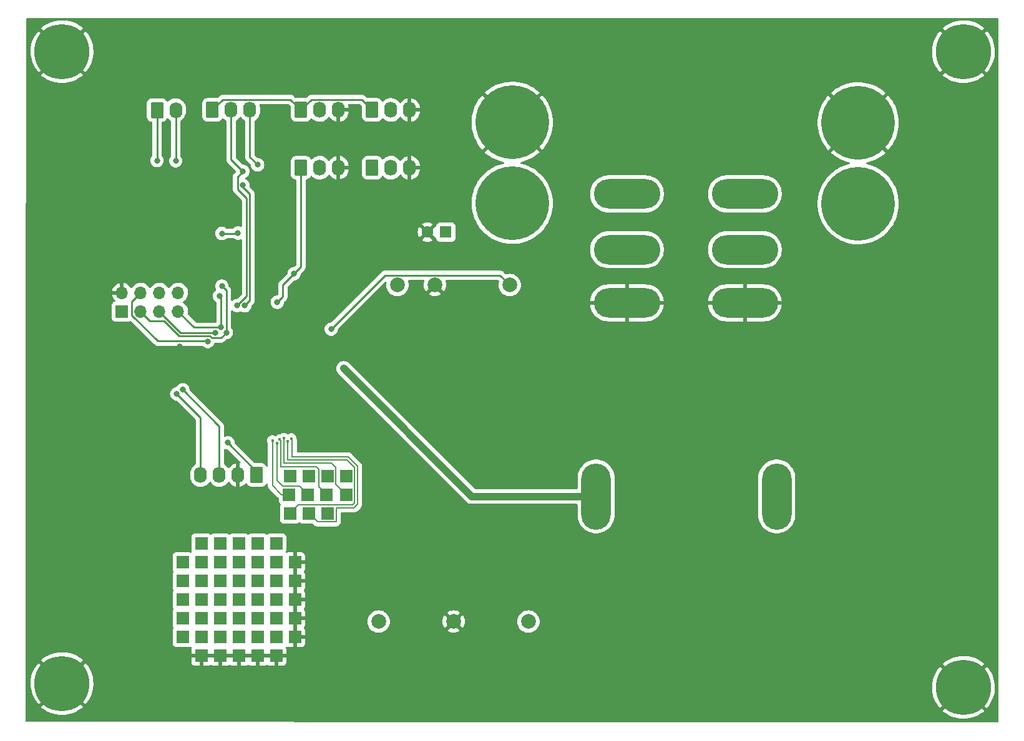
<source format=gbr>
%TF.GenerationSoftware,KiCad,Pcbnew,6.0.4-6f826c9f35~116~ubuntu20.04.1*%
%TF.CreationDate,2022-04-19T19:11:04+03:00*%
%TF.ProjectId,oskar_feet_rev1,6f736b61-725f-4666-9565-745f72657631,rev?*%
%TF.SameCoordinates,Original*%
%TF.FileFunction,Copper,L2,Bot*%
%TF.FilePolarity,Positive*%
%FSLAX46Y46*%
G04 Gerber Fmt 4.6, Leading zero omitted, Abs format (unit mm)*
G04 Created by KiCad (PCBNEW 6.0.4-6f826c9f35~116~ubuntu20.04.1) date 2022-04-19 19:11:04*
%MOMM*%
%LPD*%
G01*
G04 APERTURE LIST*
G04 Aperture macros list*
%AMRoundRect*
0 Rectangle with rounded corners*
0 $1 Rounding radius*
0 $2 $3 $4 $5 $6 $7 $8 $9 X,Y pos of 4 corners*
0 Add a 4 corners polygon primitive as box body*
4,1,4,$2,$3,$4,$5,$6,$7,$8,$9,$2,$3,0*
0 Add four circle primitives for the rounded corners*
1,1,$1+$1,$2,$3*
1,1,$1+$1,$4,$5*
1,1,$1+$1,$6,$7*
1,1,$1+$1,$8,$9*
0 Add four rect primitives between the rounded corners*
20,1,$1+$1,$2,$3,$4,$5,0*
20,1,$1+$1,$4,$5,$6,$7,0*
20,1,$1+$1,$6,$7,$8,$9,0*
20,1,$1+$1,$8,$9,$2,$3,0*%
G04 Aperture macros list end*
%TA.AperFunction,ComponentPad*%
%ADD10R,1.700000X1.700000*%
%TD*%
%TA.AperFunction,ComponentPad*%
%ADD11RoundRect,0.250000X-0.620000X-0.845000X0.620000X-0.845000X0.620000X0.845000X-0.620000X0.845000X0*%
%TD*%
%TA.AperFunction,ComponentPad*%
%ADD12O,1.740000X2.190000*%
%TD*%
%TA.AperFunction,ComponentPad*%
%ADD13C,4.700000*%
%TD*%
%TA.AperFunction,ConnectorPad*%
%ADD14C,7.500000*%
%TD*%
%TA.AperFunction,ComponentPad*%
%ADD15O,1.700000X1.700000*%
%TD*%
%TA.AperFunction,ComponentPad*%
%ADD16C,10.000000*%
%TD*%
%TA.AperFunction,ComponentPad*%
%ADD17O,4.000000X9.000000*%
%TD*%
%TA.AperFunction,ComponentPad*%
%ADD18O,9.000000X4.000000*%
%TD*%
%TA.AperFunction,ComponentPad*%
%ADD19C,2.000000*%
%TD*%
%TA.AperFunction,ComponentPad*%
%ADD20RoundRect,0.250000X0.620000X0.845000X-0.620000X0.845000X-0.620000X-0.845000X0.620000X-0.845000X0*%
%TD*%
%TA.AperFunction,ComponentPad*%
%ADD21R,1.600000X1.600000*%
%TD*%
%TA.AperFunction,ComponentPad*%
%ADD22C,1.600000*%
%TD*%
%TA.AperFunction,ViaPad*%
%ADD23C,0.800000*%
%TD*%
%TA.AperFunction,ViaPad*%
%ADD24C,0.400000*%
%TD*%
%TA.AperFunction,Conductor*%
%ADD25C,0.250000*%
%TD*%
%TA.AperFunction,Conductor*%
%ADD26C,0.200000*%
%TD*%
%TA.AperFunction,Conductor*%
%ADD27C,1.000000*%
%TD*%
G04 APERTURE END LIST*
D10*
%TO.P,J47,1,Pin_1*%
%TO.N,unconnected-(J47-Pad1)*%
X79476600Y-143027400D03*
%TD*%
%TO.P,J40,1,Pin_1*%
%TO.N,unconnected-(J40-Pad1)*%
X74396600Y-135407400D03*
%TD*%
%TO.P,J63,1,Pin_1*%
%TO.N,Net-(U1-Pad70)*%
X88856200Y-126212600D03*
%TD*%
D11*
%TO.P,J2,1,Pin_1*%
%TO.N,Net-(D1-Pad1)*%
X68386760Y-73970850D03*
D12*
%TO.P,J2,2,Pin_2*%
%TO.N,Net-(D1-Pad2)*%
X70926760Y-73970850D03*
%TD*%
D10*
%TO.P,J53,1,Pin_1*%
%TO.N,unconnected-(J53-Pad1)*%
X79476600Y-145567400D03*
%TD*%
D13*
%TO.P,H3,1,1*%
%TO.N,GND*%
X55499000Y-151892000D03*
D14*
X55499000Y-151892000D03*
%TD*%
D10*
%TO.P,J30,1,Pin_1*%
%TO.N,GND*%
X79476600Y-148107400D03*
%TD*%
D13*
%TO.P,H4,1,1*%
%TO.N,GND*%
X177800000Y-66040000D03*
D14*
X177800000Y-66040000D03*
%TD*%
D10*
%TO.P,J65,1,Pin_1*%
%TO.N,Net-(U1-Pad73)*%
X86436200Y-128752600D03*
%TD*%
%TO.P,J1,1,Pin_1*%
%TO.N,+5V*%
X63627000Y-101346000D03*
D15*
%TO.P,J1,2,Pin_2*%
%TO.N,GND*%
X63627000Y-98806000D03*
%TO.P,J1,3,Pin_3*%
%TO.N,/SCK*%
X66167000Y-101346000D03*
%TO.P,J1,4,Pin_4*%
%TO.N,/RESET*%
X66167000Y-98806000D03*
%TO.P,J1,5,Pin_5*%
%TO.N,/MISO*%
X68707000Y-101346000D03*
%TO.P,J1,6,Pin_6*%
%TO.N,/RESET*%
X68707000Y-98806000D03*
%TO.P,J1,7,Pin_7*%
%TO.N,/MOSI*%
X71247000Y-101346000D03*
%TO.P,J1,8,Pin_8*%
%TO.N,unconnected-(J1-Pad8)*%
X71247000Y-98806000D03*
%TD*%
D10*
%TO.P,J24,1,Pin_1*%
%TO.N,GND*%
X87096600Y-140487400D03*
%TD*%
D11*
%TO.P,J6,1,Pin_1*%
%TO.N,+5V*%
X97586800Y-73958000D03*
D12*
%TO.P,J6,2,Pin_2*%
%TO.N,/CORNER_SENSOR_FL*%
X100126800Y-73958000D03*
%TO.P,J6,3,Pin_3*%
%TO.N,GND*%
X102666800Y-73958000D03*
%TD*%
D10*
%TO.P,J60,1,Pin_1*%
%TO.N,Net-(U1-Pad67)*%
X91516200Y-123672600D03*
%TD*%
D16*
%TO.P,J8,1,Pin_1*%
%TO.N,GND*%
X116586000Y-75653600D03*
%TO.P,J8,2,Pin_2*%
%TO.N,+48V*%
X116586000Y-86653600D03*
%TD*%
D10*
%TO.P,J50,1,Pin_1*%
%TO.N,unconnected-(J50-Pad1)*%
X82016600Y-140487400D03*
%TD*%
%TO.P,J54,1,Pin_1*%
%TO.N,unconnected-(J54-Pad1)*%
X79476600Y-135407400D03*
%TD*%
%TO.P,J29,1,Pin_1*%
%TO.N,GND*%
X84556600Y-148107400D03*
%TD*%
%TO.P,J22,1,Pin_1*%
%TO.N,GND*%
X87096600Y-137947400D03*
%TD*%
%TO.P,J48,1,Pin_1*%
%TO.N,unconnected-(J48-Pad1)*%
X74396600Y-145567400D03*
%TD*%
%TO.P,J12,1,Pin_1*%
%TO.N,+5V*%
X74396600Y-132867400D03*
%TD*%
%TO.P,J55,1,Pin_1*%
%TO.N,unconnected-(J55-Pad1)*%
X76936600Y-137947400D03*
%TD*%
D11*
%TO.P,J4,1,Pin_1*%
%TO.N,+5V*%
X87916800Y-81808000D03*
D12*
%TO.P,J4,2,Pin_2*%
%TO.N,/CORNER_SENSOR_RR*%
X90456800Y-81808000D03*
%TO.P,J4,3,Pin_3*%
%TO.N,GND*%
X92996800Y-81808000D03*
%TD*%
D17*
%TO.P,K1,1*%
%TO.N,Net-(K1-Pad1)*%
X127965200Y-126466600D03*
%TO.P,K1,2*%
%TO.N,+12V*%
X152476200Y-126466600D03*
D18*
%TO.P,K1,3*%
%TO.N,+48V*%
X132158200Y-85366600D03*
%TO.P,K1,4*%
X148158200Y-85366600D03*
%TO.P,K1,5*%
%TO.N,Net-(J7-Pad2)*%
X132156200Y-92938600D03*
%TO.P,K1,6*%
X148158200Y-92938600D03*
%TO.P,K1,7*%
%TO.N,GND*%
X132156200Y-100177600D03*
%TO.P,K1,8*%
X148158200Y-100177600D03*
%TD*%
D10*
%TO.P,J32,1,Pin_1*%
%TO.N,unconnected-(J32-Pad1)*%
X82016600Y-143027400D03*
%TD*%
%TO.P,J18,1,Pin_1*%
%TO.N,+5V*%
X71856600Y-145567400D03*
%TD*%
%TO.P,J62,1,Pin_1*%
%TO.N,Net-(U1-Pad69)*%
X86316200Y-126212600D03*
%TD*%
%TO.P,J61,1,Pin_1*%
%TO.N,Net-(U1-Pad68)*%
X94056200Y-123672600D03*
%TD*%
%TO.P,J21,1,Pin_1*%
%TO.N,GND*%
X82016600Y-148107400D03*
%TD*%
D11*
%TO.P,J9,1,Pin_1*%
%TO.N,+5V*%
X75900455Y-73958000D03*
D12*
%TO.P,J9,2,Pin_2*%
%TO.N,/WHEEL_ENGAGEMENT_UPPER*%
X78440455Y-73958000D03*
%TO.P,J9,3,Pin_3*%
%TO.N,/WHEEL_ENGAGEMENT_LOWER*%
X80980455Y-73958000D03*
%TD*%
D19*
%TO.P,U4,1,Ctrl*%
%TO.N,+5V*%
X116255800Y-97744245D03*
%TO.P,U4,2,GND*%
%TO.N,GND*%
X106095800Y-97744245D03*
%TO.P,U4,3,Vin*%
%TO.N,+48V*%
X101015800Y-97744245D03*
%TO.P,U4,4,+Vo*%
%TO.N,+12V*%
X98475800Y-143464245D03*
%TO.P,U4,5,0V*%
%TO.N,GND*%
X108635800Y-143464245D03*
%TO.P,U4,6,Trim/-Vo*%
%TO.N,unconnected-(U4-Pad6)*%
X118795800Y-143464245D03*
%TD*%
D10*
%TO.P,J25,1,Pin_1*%
%TO.N,GND*%
X87096600Y-143027400D03*
%TD*%
%TO.P,J64,1,Pin_1*%
%TO.N,Net-(U1-Pad74)*%
X88976200Y-128752600D03*
%TD*%
D13*
%TO.P,H2,1,1*%
%TO.N,GND*%
X55499000Y-66040000D03*
D14*
X55499000Y-66040000D03*
%TD*%
D10*
%TO.P,J59,1,Pin_1*%
%TO.N,Net-(U1-Pad66)*%
X88976200Y-123672600D03*
%TD*%
D13*
%TO.P,H1,1,1*%
%TO.N,GND*%
X177800000Y-152400000D03*
D14*
X177800000Y-152400000D03*
%TD*%
D10*
%TO.P,J28,1,Pin_1*%
%TO.N,GND*%
X87096600Y-135407400D03*
%TD*%
%TO.P,J36,1,Pin_1*%
%TO.N,unconnected-(J36-Pad1)*%
X84556600Y-143027400D03*
%TD*%
%TO.P,J38,1,Pin_1*%
%TO.N,unconnected-(J38-Pad1)*%
X76936600Y-145567400D03*
%TD*%
%TO.P,J31,1,Pin_1*%
%TO.N,unconnected-(J31-Pad1)*%
X76936600Y-135407400D03*
%TD*%
%TO.P,J11,1,Pin_1*%
%TO.N,+5V*%
X76936600Y-132867400D03*
%TD*%
%TO.P,J33,1,Pin_1*%
%TO.N,unconnected-(J33-Pad1)*%
X84556600Y-137947400D03*
%TD*%
D16*
%TO.P,J7,1,Pin_1*%
%TO.N,GND*%
X163525200Y-75704400D03*
%TO.P,J7,2,Pin_2*%
%TO.N,Net-(J7-Pad2)*%
X163525200Y-86704400D03*
%TD*%
D20*
%TO.P,J10,1,Pin_1*%
%TO.N,+5V*%
X81915000Y-123551000D03*
D12*
%TO.P,J10,2,Pin_2*%
%TO.N,GND*%
X79375000Y-123551000D03*
%TO.P,J10,3,Pin_3*%
%TO.N,/SCL*%
X76835000Y-123551000D03*
%TO.P,J10,4,Pin_4*%
%TO.N,/SDA*%
X74295000Y-123551000D03*
%TD*%
D10*
%TO.P,J66,1,Pin_1*%
%TO.N,Net-(U1-Pad72)*%
X94056200Y-126212600D03*
%TD*%
%TO.P,J56,1,Pin_1*%
%TO.N,Net-(U1-Pad75)*%
X91516200Y-128752600D03*
%TD*%
%TO.P,J20,1,Pin_1*%
%TO.N,+5V*%
X71856600Y-135407400D03*
%TD*%
%TO.P,J15,1,Pin_1*%
%TO.N,+5V*%
X79476600Y-132867400D03*
%TD*%
%TO.P,J39,1,Pin_1*%
%TO.N,unconnected-(J39-Pad1)*%
X79476600Y-137947400D03*
%TD*%
%TO.P,J17,1,Pin_1*%
%TO.N,+5V*%
X84556600Y-132867400D03*
%TD*%
%TO.P,J44,1,Pin_1*%
%TO.N,unconnected-(J44-Pad1)*%
X79476600Y-140487400D03*
%TD*%
%TO.P,J43,1,Pin_1*%
%TO.N,unconnected-(J43-Pad1)*%
X84556600Y-135407400D03*
%TD*%
%TO.P,J13,1,Pin_1*%
%TO.N,+5V*%
X82016600Y-132867400D03*
%TD*%
D11*
%TO.P,J3,1,Pin_1*%
%TO.N,+5V*%
X97586800Y-81808000D03*
D12*
%TO.P,J3,2,Pin_2*%
%TO.N,/CORNER_SENSOR_RL*%
X100126800Y-81808000D03*
%TO.P,J3,3,Pin_3*%
%TO.N,GND*%
X102666800Y-81808000D03*
%TD*%
D10*
%TO.P,J19,1,Pin_1*%
%TO.N,+5V*%
X71856600Y-140487400D03*
%TD*%
%TO.P,J34,1,Pin_1*%
%TO.N,unconnected-(J34-Pad1)*%
X76936600Y-143027400D03*
%TD*%
%TO.P,J52,1,Pin_1*%
%TO.N,unconnected-(J52-Pad1)*%
X74396600Y-140487400D03*
%TD*%
%TO.P,J27,1,Pin_1*%
%TO.N,GND*%
X76936600Y-148107400D03*
%TD*%
%TO.P,J42,1,Pin_1*%
%TO.N,unconnected-(J42-Pad1)*%
X74396600Y-143027400D03*
%TD*%
%TO.P,J58,1,Pin_1*%
%TO.N,Net-(U1-Pad65)*%
X86436200Y-123672600D03*
%TD*%
%TO.P,J49,1,Pin_1*%
%TO.N,unconnected-(J49-Pad1)*%
X82016600Y-145567400D03*
%TD*%
%TO.P,J23,1,Pin_1*%
%TO.N,GND*%
X87096600Y-145567400D03*
%TD*%
%TO.P,J16,1,Pin_1*%
%TO.N,+5V*%
X71856600Y-137947400D03*
%TD*%
%TO.P,J51,1,Pin_1*%
%TO.N,unconnected-(J51-Pad1)*%
X76936600Y-140487400D03*
%TD*%
%TO.P,J37,1,Pin_1*%
%TO.N,unconnected-(J37-Pad1)*%
X74396600Y-137947400D03*
%TD*%
%TO.P,J46,1,Pin_1*%
%TO.N,unconnected-(J46-Pad1)*%
X82016600Y-137947400D03*
%TD*%
%TO.P,J67,1,Pin_1*%
%TO.N,Net-(U1-Pad71)*%
X91396200Y-126212600D03*
%TD*%
D11*
%TO.P,J5,1,Pin_1*%
%TO.N,+5V*%
X87916800Y-73958000D03*
D12*
%TO.P,J5,2,Pin_2*%
%TO.N,/CORNER_SENSOR_FR*%
X90456800Y-73958000D03*
%TO.P,J5,3,Pin_3*%
%TO.N,GND*%
X92996800Y-73958000D03*
%TD*%
D10*
%TO.P,J45,1,Pin_1*%
%TO.N,unconnected-(J45-Pad1)*%
X84556600Y-145567400D03*
%TD*%
%TO.P,J14,1,Pin_1*%
%TO.N,+5V*%
X71856600Y-143027400D03*
%TD*%
%TO.P,J35,1,Pin_1*%
%TO.N,unconnected-(J35-Pad1)*%
X84556600Y-140487400D03*
%TD*%
%TO.P,J26,1,Pin_1*%
%TO.N,GND*%
X74396600Y-148107400D03*
%TD*%
D21*
%TO.P,C12,1*%
%TO.N,+48V*%
X107578651Y-90551000D03*
D22*
%TO.P,C12,2*%
%TO.N,GND*%
X105078651Y-90551000D03*
%TD*%
D10*
%TO.P,J41,1,Pin_1*%
%TO.N,unconnected-(J41-Pad1)*%
X82016600Y-135407400D03*
%TD*%
D23*
%TO.N,+5V*%
X92024200Y-103733600D03*
X86995000Y-96202000D03*
X78003400Y-119176800D03*
X84709000Y-100076000D03*
%TO.N,GND*%
X71442200Y-106105100D03*
X76936600Y-83960000D03*
X69742200Y-108305100D03*
X74726800Y-82283600D03*
%TO.N,Net-(D1-Pad1)*%
X68386760Y-80838240D03*
%TO.N,Net-(D1-Pad2)*%
X70926760Y-80863640D03*
%TO.N,/SCK*%
X77795755Y-104211755D03*
X77190215Y-97891215D03*
%TO.N,/RESET*%
X75286216Y-105424834D03*
%TO.N,/MISO*%
X76321161Y-104229500D03*
%TO.N,/MOSI*%
X76877014Y-99229014D03*
X77089000Y-103505000D03*
%TO.N,/SCL*%
X71882000Y-111963200D03*
%TO.N,/SDA*%
X71069998Y-112546000D03*
D24*
%TO.N,Net-(U1-Pad69)*%
X84057500Y-118872000D03*
%TO.N,Net-(U1-Pad70)*%
X84709000Y-119253000D03*
%TO.N,Net-(U1-Pad74)*%
X86625572Y-118618000D03*
%TO.N,Net-(U1-Pad73)*%
X86126061Y-119003074D03*
%TO.N,Net-(U1-Pad72)*%
X85626561Y-118559435D03*
%TO.N,Net-(U1-Pad71)*%
X85056500Y-118745000D03*
D23*
%TO.N,/TXCAN*%
X77197062Y-90744612D03*
X79375000Y-90678000D03*
%TO.N,Net-(K1-Pad1)*%
X93726000Y-109093000D03*
%TO.N,/WHEEL_ENGAGEMENT_UPPER*%
X79281500Y-100533200D03*
X80048100Y-82320900D03*
%TO.N,/WHEEL_ENGAGEMENT_LOWER*%
X80293551Y-100545748D03*
X80038483Y-84201000D03*
X82042000Y-81407000D03*
%TD*%
D25*
%TO.N,+5V*%
X84709000Y-100076000D02*
X85471000Y-99314000D01*
X96167280Y-72538480D02*
X97586800Y-73958000D01*
X78003400Y-119176800D02*
X81915000Y-123088400D01*
X116255800Y-97744245D02*
X114931289Y-96419734D01*
X81915000Y-123088400D02*
X81915000Y-123551000D01*
X99338066Y-96419734D02*
X92024200Y-103733600D01*
X87916800Y-73958000D02*
X89336320Y-72538480D01*
X77319975Y-72538480D02*
X86497280Y-72538480D01*
X87916800Y-81808000D02*
X87916800Y-95280200D01*
X114931289Y-96419734D02*
X99338066Y-96419734D01*
X89336320Y-72538480D02*
X96167280Y-72538480D01*
X86497280Y-72538480D02*
X87916800Y-73958000D01*
X85471000Y-99314000D02*
X85471000Y-97726000D01*
X87916800Y-95280200D02*
X86995000Y-96202000D01*
X75900455Y-73958000D02*
X77319975Y-72538480D01*
X85471000Y-97726000D02*
X86995000Y-96202000D01*
%TO.N,GND*%
X76403200Y-83960000D02*
X76936600Y-83960000D01*
X74726800Y-82283600D02*
X76403200Y-83960000D01*
X69742200Y-108305100D02*
X69742200Y-107805100D01*
X69742200Y-107805100D02*
X71442200Y-106105100D01*
%TO.N,Net-(D1-Pad1)*%
X68386760Y-73970850D02*
X68386760Y-80838240D01*
%TO.N,Net-(D1-Pad2)*%
X70926760Y-80863640D02*
X70926760Y-73970850D01*
%TO.N,/SCK*%
X77190215Y-97891215D02*
X77813511Y-98514511D01*
X67437359Y-102616359D02*
X66167000Y-101346000D01*
X75839991Y-104954011D02*
X75565000Y-104679020D01*
X71404303Y-104679020D02*
X69341641Y-102616359D01*
X75565000Y-104679020D02*
X71404303Y-104679020D01*
X77813511Y-104193999D02*
X77795755Y-104211755D01*
X77795755Y-104211755D02*
X77053499Y-104954011D01*
X77053499Y-104954011D02*
X75839991Y-104954011D01*
X69341641Y-102616359D02*
X67437359Y-102616359D01*
X77813511Y-98514511D02*
X77813511Y-104193999D01*
%TO.N,/RESET*%
X64992489Y-99980511D02*
X64992489Y-101832499D01*
X66167000Y-98806000D02*
X64992489Y-99980511D01*
X64992489Y-101832499D02*
X68540579Y-105380589D01*
X75241971Y-105380589D02*
X75286216Y-105424834D01*
X68540579Y-105380589D02*
X75241971Y-105380589D01*
%TO.N,/MISO*%
X68707000Y-101346000D02*
X71590500Y-104229500D01*
X71590500Y-104229500D02*
X76321161Y-104229500D01*
%TO.N,/MOSI*%
X71247000Y-101346000D02*
X73406000Y-103505000D01*
X76877014Y-99229014D02*
X77089000Y-99441000D01*
X73406000Y-103505000D02*
X77089000Y-103505000D01*
X77089000Y-99441000D02*
X77089000Y-103505000D01*
%TO.N,/SCL*%
X71882000Y-111963200D02*
X76835000Y-116916200D01*
X76835000Y-116916200D02*
X76835000Y-123551000D01*
%TO.N,/SDA*%
X71069998Y-112546000D02*
X74295000Y-115771002D01*
X74295000Y-115771002D02*
X74295000Y-123551000D01*
D26*
%TO.N,Net-(U1-Pad69)*%
X85266200Y-126212600D02*
X86316200Y-126212600D01*
X84057500Y-125003900D02*
X85266200Y-126212600D01*
X84057500Y-118872000D02*
X84057500Y-125003900D01*
%TO.N,Net-(U1-Pad70)*%
X84709000Y-124301089D02*
X84709000Y-119253000D01*
X88856200Y-126212600D02*
X87706689Y-125063089D01*
X87706689Y-125063089D02*
X85471000Y-125063089D01*
X85471000Y-125063089D02*
X84709000Y-124301089D01*
%TO.N,Net-(U1-Pad74)*%
X92710000Y-129857822D02*
X92646822Y-129921000D01*
X86741000Y-121120960D02*
X94368590Y-121120962D01*
X86741000Y-118733428D02*
X86741000Y-121120960D01*
X86625572Y-118618000D02*
X86741000Y-118733428D01*
X95605230Y-122688576D02*
X95605230Y-127527598D01*
X92646822Y-129921000D02*
X90144600Y-129921000D01*
X94368590Y-121120962D02*
X95605231Y-122357603D01*
X92710000Y-128016000D02*
X92710000Y-129857822D01*
X95116828Y-128016000D02*
X92710000Y-128016000D01*
X95605230Y-127527598D02*
X95116828Y-128016000D01*
X90144600Y-129921000D02*
X88976200Y-128752600D01*
X95605231Y-122357603D02*
X95605230Y-122688576D01*
%TO.N,Net-(U1-Pad73)*%
X95205711Y-127362111D02*
X95205711Y-122523089D01*
X94203103Y-121520481D02*
X86106000Y-121520480D01*
X86436200Y-128752600D02*
X87585711Y-127603089D01*
X86126061Y-121500419D02*
X86126061Y-119003074D01*
X94964733Y-127603089D02*
X95205711Y-127362111D01*
X86106000Y-121520480D02*
X86126061Y-121500419D01*
X95205711Y-122523089D02*
X94203103Y-121520481D01*
X87585711Y-127603089D02*
X94964733Y-127603089D01*
%TO.N,Net-(U1-Pad72)*%
X94056200Y-126212600D02*
X92665711Y-124822111D01*
X92665711Y-124822111D02*
X92665711Y-122523089D01*
X92062622Y-121920000D02*
X85616520Y-121920000D01*
X92665711Y-122523089D02*
X92062622Y-121920000D01*
X85626561Y-121909959D02*
X85626561Y-118559435D01*
X85616520Y-121920000D02*
X85626561Y-121909959D01*
%TO.N,Net-(U1-Pad71)*%
X90366689Y-122764067D02*
X90030622Y-122428000D01*
X85056500Y-118745000D02*
X85217000Y-118905500D01*
X90366689Y-125183089D02*
X90366689Y-122764067D01*
X90030622Y-122428000D02*
X85217000Y-122428000D01*
X91396200Y-126212600D02*
X90366689Y-125183089D01*
X85217000Y-118905500D02*
X85217000Y-122428000D01*
D25*
%TO.N,/TXCAN*%
X77289885Y-90837435D02*
X77197062Y-90744612D01*
X79308388Y-90744612D02*
X79375000Y-90678000D01*
X77197062Y-90744612D02*
X79308388Y-90744612D01*
D27*
%TO.N,Net-(K1-Pad1)*%
X111099600Y-126466600D02*
X93726000Y-109093000D01*
X127965200Y-126466600D02*
X111099600Y-126466600D01*
D25*
%TO.N,/WHEEL_ENGAGEMENT_UPPER*%
X78440455Y-80713255D02*
X80048100Y-82320900D01*
X79313983Y-83055017D02*
X80048100Y-82320900D01*
X78440455Y-73958000D02*
X78440455Y-80713255D01*
X79313983Y-84729106D02*
X79313983Y-83055017D01*
X80530935Y-85946058D02*
X79313983Y-84729106D01*
X80530935Y-99283765D02*
X80530935Y-85946058D01*
X80441800Y-99372900D02*
X79772750Y-100041950D01*
X79281500Y-100533200D02*
X79772750Y-100041950D01*
X79772750Y-100041950D02*
X80530935Y-99283765D01*
X79281500Y-100533200D02*
X80530935Y-99283765D01*
%TO.N,/WHEEL_ENGAGEMENT_LOWER*%
X80038494Y-84429003D02*
X80980455Y-85370964D01*
X80293551Y-100545748D02*
X80980455Y-99858844D01*
X80038494Y-84429003D02*
X80038494Y-84201011D01*
X80038494Y-84201011D02*
X80038483Y-84201000D01*
X80980455Y-80345455D02*
X82042000Y-81407000D01*
X80980455Y-85370964D02*
X80980455Y-99858843D01*
X80980455Y-80345455D02*
X80980455Y-73958000D01*
X80980455Y-99858843D02*
X80907349Y-99931949D01*
%TD*%
%TA.AperFunction,Conductor*%
%TO.N,GND*%
G36*
X182519121Y-61528502D02*
G01*
X182565614Y-61582158D01*
X182577000Y-61634500D01*
X182577000Y-157045611D01*
X182556998Y-157113732D01*
X182503342Y-157160225D01*
X182450880Y-157171611D01*
X123773142Y-157115788D01*
X50646307Y-157046218D01*
X50578205Y-157026151D01*
X50531764Y-156972451D01*
X50520427Y-156920051D01*
X50522863Y-155078434D01*
X52677921Y-155078434D01*
X52684708Y-155088135D01*
X52884023Y-155258365D01*
X52888709Y-155262000D01*
X53212442Y-155489523D01*
X53217432Y-155492690D01*
X53561141Y-155688739D01*
X53566422Y-155691429D01*
X53927053Y-155854260D01*
X53932544Y-155856434D01*
X54306906Y-155984607D01*
X54312590Y-155986259D01*
X54697347Y-156078631D01*
X54703162Y-156079740D01*
X55094889Y-156135490D01*
X55100802Y-156136049D01*
X55496031Y-156154688D01*
X55501969Y-156154688D01*
X55897198Y-156136049D01*
X55903111Y-156135490D01*
X56294838Y-156079740D01*
X56300653Y-156078631D01*
X56685410Y-155986259D01*
X56691094Y-155984607D01*
X57065456Y-155856434D01*
X57070947Y-155854260D01*
X57431578Y-155691429D01*
X57436859Y-155688739D01*
X57616218Y-155586434D01*
X174978921Y-155586434D01*
X174985708Y-155596135D01*
X175185023Y-155766365D01*
X175189709Y-155770000D01*
X175513442Y-155997523D01*
X175518432Y-156000690D01*
X175862141Y-156196739D01*
X175867422Y-156199429D01*
X176228053Y-156362260D01*
X176233544Y-156364434D01*
X176607906Y-156492607D01*
X176613590Y-156494259D01*
X176998347Y-156586631D01*
X177004162Y-156587740D01*
X177395889Y-156643490D01*
X177401802Y-156644049D01*
X177797031Y-156662688D01*
X177802969Y-156662688D01*
X178198198Y-156644049D01*
X178204111Y-156643490D01*
X178595838Y-156587740D01*
X178601653Y-156586631D01*
X178986410Y-156494259D01*
X178992094Y-156492607D01*
X179366456Y-156364434D01*
X179371947Y-156362260D01*
X179732578Y-156199429D01*
X179737859Y-156196739D01*
X180081568Y-156000690D01*
X180086558Y-155997523D01*
X180410291Y-155770000D01*
X180414977Y-155766365D01*
X180612722Y-155597476D01*
X180621152Y-155584562D01*
X180615145Y-155574355D01*
X179669592Y-154628802D01*
X179669588Y-154628799D01*
X177812810Y-152772020D01*
X177798869Y-152764408D01*
X177797034Y-152764539D01*
X177790420Y-152768790D01*
X175930424Y-154628787D01*
X175930396Y-154628814D01*
X174986313Y-155572897D01*
X174978921Y-155586434D01*
X57616218Y-155586434D01*
X57780568Y-155492690D01*
X57785558Y-155489523D01*
X58109291Y-155262000D01*
X58113977Y-155258365D01*
X58311722Y-155089476D01*
X58320152Y-155076562D01*
X58314145Y-155066355D01*
X57368592Y-154120802D01*
X57368588Y-154120799D01*
X55511810Y-152264020D01*
X55497869Y-152256408D01*
X55496034Y-152256539D01*
X55489420Y-152260790D01*
X53629424Y-154120787D01*
X53629396Y-154120814D01*
X52685313Y-155064897D01*
X52677921Y-155078434D01*
X50522863Y-155078434D01*
X50527251Y-151761073D01*
X51238322Y-151761073D01*
X51244537Y-152156679D01*
X51244911Y-152162629D01*
X51288327Y-152555895D01*
X51289257Y-152561766D01*
X51369494Y-152949212D01*
X51370970Y-152954960D01*
X51487316Y-153333151D01*
X51489320Y-153338716D01*
X51640745Y-153704288D01*
X51643267Y-153709647D01*
X51828411Y-154059323D01*
X51831436Y-154064440D01*
X52048669Y-154395144D01*
X52052159Y-154399947D01*
X52299292Y-154708420D01*
X52312130Y-154715694D01*
X52313439Y-154715621D01*
X52320852Y-154710938D01*
X53270200Y-153761590D01*
X53270201Y-153761588D01*
X55126980Y-151904810D01*
X55133357Y-151893131D01*
X55863408Y-151893131D01*
X55863539Y-151894966D01*
X55867790Y-151901580D01*
X57727787Y-153761576D01*
X57727800Y-153761590D01*
X58674271Y-154708061D01*
X58688215Y-154715675D01*
X58689524Y-154715582D01*
X58696360Y-154711112D01*
X58698454Y-154708737D01*
X58945841Y-154399947D01*
X58949331Y-154395144D01*
X59166564Y-154064440D01*
X59169589Y-154059323D01*
X59354733Y-153709647D01*
X59357255Y-153704288D01*
X59508680Y-153338716D01*
X59510684Y-153333151D01*
X59627030Y-152954960D01*
X59628506Y-152949212D01*
X59708743Y-152561766D01*
X59709673Y-152555895D01*
X59741338Y-152269073D01*
X173539322Y-152269073D01*
X173545537Y-152664679D01*
X173545911Y-152670629D01*
X173589327Y-153063895D01*
X173590257Y-153069766D01*
X173670494Y-153457212D01*
X173671970Y-153462960D01*
X173788316Y-153841151D01*
X173790320Y-153846716D01*
X173941745Y-154212288D01*
X173944267Y-154217647D01*
X174129411Y-154567323D01*
X174132436Y-154572440D01*
X174349669Y-154903144D01*
X174353159Y-154907947D01*
X174600292Y-155216420D01*
X174613130Y-155223694D01*
X174614439Y-155223621D01*
X174621852Y-155218938D01*
X175571200Y-154269590D01*
X175571201Y-154269588D01*
X177427980Y-152412810D01*
X177434357Y-152401131D01*
X178164408Y-152401131D01*
X178164539Y-152402966D01*
X178168790Y-152409580D01*
X180028787Y-154269576D01*
X180028800Y-154269590D01*
X180975271Y-155216061D01*
X180989215Y-155223675D01*
X180990524Y-155223582D01*
X180997360Y-155219112D01*
X180999454Y-155216737D01*
X181246841Y-154907947D01*
X181250331Y-154903144D01*
X181467564Y-154572440D01*
X181470589Y-154567323D01*
X181655733Y-154217647D01*
X181658255Y-154212288D01*
X181809680Y-153846716D01*
X181811684Y-153841151D01*
X181928030Y-153462960D01*
X181929506Y-153457212D01*
X182009743Y-153069766D01*
X182010673Y-153063895D01*
X182054145Y-152670124D01*
X182054494Y-152665196D01*
X182062750Y-152402468D01*
X182062711Y-152397530D01*
X182044049Y-152001802D01*
X182043490Y-151995889D01*
X181987740Y-151604162D01*
X181986631Y-151598347D01*
X181894259Y-151213590D01*
X181892607Y-151207906D01*
X181764434Y-150833544D01*
X181762260Y-150828053D01*
X181599429Y-150467422D01*
X181596739Y-150462141D01*
X181400690Y-150118432D01*
X181397523Y-150113442D01*
X181170000Y-149789709D01*
X181166365Y-149785023D01*
X180997476Y-149587278D01*
X180984562Y-149578848D01*
X180974355Y-149584855D01*
X180028800Y-150530410D01*
X180028799Y-150530412D01*
X178172020Y-152387190D01*
X178164408Y-152401131D01*
X177434357Y-152401131D01*
X177435592Y-152398869D01*
X177435461Y-152397034D01*
X177431210Y-152390420D01*
X175571213Y-150530424D01*
X175571200Y-150530410D01*
X174627402Y-149586612D01*
X174613458Y-149578998D01*
X174613205Y-149579016D01*
X174604463Y-149584930D01*
X174517436Y-149680572D01*
X174513649Y-149685150D01*
X174276088Y-150001551D01*
X174272744Y-150006471D01*
X174066001Y-150343845D01*
X174063153Y-150349025D01*
X173889072Y-150704370D01*
X173886723Y-150709797D01*
X173746858Y-151079939D01*
X173745026Y-151085578D01*
X173640622Y-151467215D01*
X173639323Y-151473028D01*
X173571295Y-151862811D01*
X173570554Y-151868674D01*
X173539507Y-152263147D01*
X173539322Y-152269073D01*
X59741338Y-152269073D01*
X59753145Y-152162124D01*
X59753494Y-152157196D01*
X59761750Y-151894468D01*
X59761711Y-151889530D01*
X59743049Y-151493802D01*
X59742490Y-151487889D01*
X59686740Y-151096162D01*
X59685631Y-151090347D01*
X59593259Y-150705590D01*
X59591607Y-150699906D01*
X59463434Y-150325544D01*
X59461260Y-150320053D01*
X59298429Y-149959422D01*
X59295739Y-149954141D01*
X59099690Y-149610432D01*
X59096523Y-149605442D01*
X58869000Y-149281709D01*
X58865365Y-149277023D01*
X58696476Y-149079278D01*
X58683562Y-149070848D01*
X58673355Y-149076855D01*
X57727800Y-150022410D01*
X57727799Y-150022412D01*
X55871020Y-151879190D01*
X55863408Y-151893131D01*
X55133357Y-151893131D01*
X55134592Y-151890869D01*
X55134461Y-151889034D01*
X55130210Y-151882420D01*
X53270213Y-150022424D01*
X53270200Y-150022410D01*
X52326402Y-149078612D01*
X52312458Y-149070998D01*
X52312205Y-149071016D01*
X52303463Y-149076930D01*
X52216436Y-149172572D01*
X52212649Y-149177150D01*
X51975088Y-149493551D01*
X51971744Y-149498471D01*
X51765001Y-149835845D01*
X51762153Y-149841025D01*
X51588072Y-150196370D01*
X51585723Y-150201797D01*
X51445858Y-150571939D01*
X51444026Y-150577578D01*
X51339622Y-150959215D01*
X51338323Y-150965028D01*
X51270295Y-151354811D01*
X51269554Y-151360674D01*
X51238507Y-151755147D01*
X51238322Y-151761073D01*
X50527251Y-151761073D01*
X50531290Y-148707964D01*
X52677939Y-148707964D01*
X52677945Y-148708217D01*
X52683445Y-148717235D01*
X53629408Y-149663198D01*
X53629412Y-149663201D01*
X55486190Y-151519980D01*
X55500131Y-151527592D01*
X55501966Y-151527461D01*
X55508580Y-151523210D01*
X56201042Y-150830748D01*
X57368576Y-149663213D01*
X57368604Y-149663186D01*
X58029721Y-149002069D01*
X73038601Y-149002069D01*
X73038971Y-149008890D01*
X73044495Y-149059752D01*
X73048121Y-149075004D01*
X73093276Y-149195454D01*
X73101814Y-149211049D01*
X73178315Y-149313124D01*
X73190876Y-149325685D01*
X73292951Y-149402186D01*
X73308546Y-149410724D01*
X73428994Y-149455878D01*
X73444249Y-149459505D01*
X73495114Y-149465031D01*
X73501928Y-149465400D01*
X74124485Y-149465400D01*
X74139724Y-149460925D01*
X74140929Y-149459535D01*
X74142600Y-149451852D01*
X74142600Y-149447284D01*
X74650600Y-149447284D01*
X74655075Y-149462523D01*
X74656465Y-149463728D01*
X74664148Y-149465399D01*
X75291269Y-149465399D01*
X75298090Y-149465029D01*
X75348952Y-149459505D01*
X75364204Y-149455879D01*
X75484654Y-149410724D01*
X75500244Y-149402189D01*
X75591035Y-149334145D01*
X75657542Y-149309298D01*
X75726924Y-149324351D01*
X75742165Y-149334145D01*
X75832956Y-149402189D01*
X75848546Y-149410724D01*
X75968994Y-149455878D01*
X75984249Y-149459505D01*
X76035114Y-149465031D01*
X76041928Y-149465400D01*
X76664485Y-149465400D01*
X76679724Y-149460925D01*
X76680929Y-149459535D01*
X76682600Y-149451852D01*
X76682600Y-149447284D01*
X77190600Y-149447284D01*
X77195075Y-149462523D01*
X77196465Y-149463728D01*
X77204148Y-149465399D01*
X77831269Y-149465399D01*
X77838090Y-149465029D01*
X77888952Y-149459505D01*
X77904204Y-149455879D01*
X78024654Y-149410724D01*
X78040244Y-149402189D01*
X78131035Y-149334145D01*
X78197542Y-149309298D01*
X78266924Y-149324351D01*
X78282165Y-149334145D01*
X78372956Y-149402189D01*
X78388546Y-149410724D01*
X78508994Y-149455878D01*
X78524249Y-149459505D01*
X78575114Y-149465031D01*
X78581928Y-149465400D01*
X79204485Y-149465400D01*
X79219724Y-149460925D01*
X79220929Y-149459535D01*
X79222600Y-149451852D01*
X79222600Y-149447284D01*
X79730600Y-149447284D01*
X79735075Y-149462523D01*
X79736465Y-149463728D01*
X79744148Y-149465399D01*
X80371269Y-149465399D01*
X80378090Y-149465029D01*
X80428952Y-149459505D01*
X80444204Y-149455879D01*
X80564654Y-149410724D01*
X80580244Y-149402189D01*
X80671035Y-149334145D01*
X80737542Y-149309298D01*
X80806924Y-149324351D01*
X80822165Y-149334145D01*
X80912956Y-149402189D01*
X80928546Y-149410724D01*
X81048994Y-149455878D01*
X81064249Y-149459505D01*
X81115114Y-149465031D01*
X81121928Y-149465400D01*
X81744485Y-149465400D01*
X81759724Y-149460925D01*
X81760929Y-149459535D01*
X81762600Y-149451852D01*
X81762600Y-149447284D01*
X82270600Y-149447284D01*
X82275075Y-149462523D01*
X82276465Y-149463728D01*
X82284148Y-149465399D01*
X82911269Y-149465399D01*
X82918090Y-149465029D01*
X82968952Y-149459505D01*
X82984204Y-149455879D01*
X83104654Y-149410724D01*
X83120244Y-149402189D01*
X83211035Y-149334145D01*
X83277542Y-149309298D01*
X83346924Y-149324351D01*
X83362165Y-149334145D01*
X83452956Y-149402189D01*
X83468546Y-149410724D01*
X83588994Y-149455878D01*
X83604249Y-149459505D01*
X83655114Y-149465031D01*
X83661928Y-149465400D01*
X84284485Y-149465400D01*
X84299724Y-149460925D01*
X84300929Y-149459535D01*
X84302600Y-149451852D01*
X84302600Y-149447284D01*
X84810600Y-149447284D01*
X84815075Y-149462523D01*
X84816465Y-149463728D01*
X84824148Y-149465399D01*
X85451269Y-149465399D01*
X85458090Y-149465029D01*
X85508952Y-149459505D01*
X85524204Y-149455879D01*
X85644654Y-149410724D01*
X85660249Y-149402186D01*
X85762324Y-149325685D01*
X85774885Y-149313124D01*
X85847702Y-149215964D01*
X174978939Y-149215964D01*
X174978945Y-149216217D01*
X174984445Y-149225235D01*
X175930408Y-150171198D01*
X175930412Y-150171201D01*
X177116936Y-151357726D01*
X177787190Y-152027980D01*
X177801131Y-152035592D01*
X177802966Y-152035461D01*
X177809580Y-152031210D01*
X179669576Y-150171213D01*
X179669604Y-150171186D01*
X180616061Y-149224729D01*
X180623675Y-149210785D01*
X180623582Y-149209476D01*
X180619112Y-149202640D01*
X180616737Y-149200546D01*
X180307947Y-148953159D01*
X180303144Y-148949669D01*
X179972440Y-148732436D01*
X179967323Y-148729411D01*
X179617647Y-148544267D01*
X179612288Y-148541745D01*
X179246716Y-148390320D01*
X179241151Y-148388316D01*
X178862960Y-148271970D01*
X178857212Y-148270494D01*
X178469766Y-148190257D01*
X178463895Y-148189327D01*
X178070629Y-148145911D01*
X178064679Y-148145537D01*
X177669073Y-148139322D01*
X177663147Y-148139507D01*
X177268674Y-148170554D01*
X177262811Y-148171295D01*
X176873028Y-148239323D01*
X176867215Y-148240622D01*
X176485578Y-148345026D01*
X176479939Y-148346858D01*
X176109797Y-148486723D01*
X176104370Y-148489072D01*
X175749025Y-148663153D01*
X175743845Y-148666001D01*
X175406471Y-148872744D01*
X175401551Y-148876088D01*
X175085150Y-149113649D01*
X175080572Y-149117436D01*
X174987199Y-149202398D01*
X174978939Y-149215964D01*
X85847702Y-149215964D01*
X85851386Y-149211049D01*
X85859924Y-149195454D01*
X85905078Y-149075006D01*
X85908705Y-149059751D01*
X85914231Y-149008886D01*
X85914600Y-149002072D01*
X85914600Y-148379515D01*
X85910125Y-148364276D01*
X85908735Y-148363071D01*
X85901052Y-148361400D01*
X84828715Y-148361400D01*
X84813476Y-148365875D01*
X84812271Y-148367265D01*
X84810600Y-148374948D01*
X84810600Y-149447284D01*
X84302600Y-149447284D01*
X84302600Y-148379515D01*
X84298125Y-148364276D01*
X84296735Y-148363071D01*
X84289052Y-148361400D01*
X82288715Y-148361400D01*
X82273476Y-148365875D01*
X82272271Y-148367265D01*
X82270600Y-148374948D01*
X82270600Y-149447284D01*
X81762600Y-149447284D01*
X81762600Y-148379515D01*
X81758125Y-148364276D01*
X81756735Y-148363071D01*
X81749052Y-148361400D01*
X79748715Y-148361400D01*
X79733476Y-148365875D01*
X79732271Y-148367265D01*
X79730600Y-148374948D01*
X79730600Y-149447284D01*
X79222600Y-149447284D01*
X79222600Y-148379515D01*
X79218125Y-148364276D01*
X79216735Y-148363071D01*
X79209052Y-148361400D01*
X77208715Y-148361400D01*
X77193476Y-148365875D01*
X77192271Y-148367265D01*
X77190600Y-148374948D01*
X77190600Y-149447284D01*
X76682600Y-149447284D01*
X76682600Y-148379515D01*
X76678125Y-148364276D01*
X76676735Y-148363071D01*
X76669052Y-148361400D01*
X74668715Y-148361400D01*
X74653476Y-148365875D01*
X74652271Y-148367265D01*
X74650600Y-148374948D01*
X74650600Y-149447284D01*
X74142600Y-149447284D01*
X74142600Y-148379515D01*
X74138125Y-148364276D01*
X74136735Y-148363071D01*
X74129052Y-148361400D01*
X73056716Y-148361400D01*
X73041477Y-148365875D01*
X73040272Y-148367265D01*
X73038601Y-148374948D01*
X73038601Y-149002069D01*
X58029721Y-149002069D01*
X58315061Y-148716729D01*
X58322675Y-148702785D01*
X58322582Y-148701476D01*
X58318112Y-148694640D01*
X58315737Y-148692546D01*
X58006947Y-148445159D01*
X58002144Y-148441669D01*
X57671440Y-148224436D01*
X57666323Y-148221411D01*
X57316647Y-148036267D01*
X57311288Y-148033745D01*
X56945716Y-147882320D01*
X56940151Y-147880316D01*
X56561960Y-147763970D01*
X56556212Y-147762494D01*
X56168766Y-147682257D01*
X56162895Y-147681327D01*
X55769629Y-147637911D01*
X55763679Y-147637537D01*
X55368073Y-147631322D01*
X55362147Y-147631507D01*
X54967674Y-147662554D01*
X54961811Y-147663295D01*
X54572028Y-147731323D01*
X54566215Y-147732622D01*
X54184578Y-147837026D01*
X54178939Y-147838858D01*
X53808797Y-147978723D01*
X53803370Y-147981072D01*
X53448025Y-148155153D01*
X53442845Y-148158001D01*
X53105471Y-148364744D01*
X53100551Y-148368088D01*
X52784150Y-148605649D01*
X52779572Y-148609436D01*
X52686199Y-148694398D01*
X52677939Y-148707964D01*
X50531290Y-148707964D01*
X50534256Y-146465534D01*
X70498100Y-146465534D01*
X70504855Y-146527716D01*
X70555985Y-146664105D01*
X70643339Y-146780661D01*
X70759895Y-146868015D01*
X70896284Y-146919145D01*
X70958466Y-146925900D01*
X72754734Y-146925900D01*
X72816916Y-146919145D01*
X72922682Y-146879495D01*
X72993488Y-146874312D01*
X73055857Y-146908233D01*
X73089987Y-146970488D01*
X73084893Y-147041707D01*
X73048122Y-147139794D01*
X73044495Y-147155049D01*
X73038969Y-147205914D01*
X73038600Y-147212728D01*
X73038600Y-147835285D01*
X73043075Y-147850524D01*
X73044465Y-147851729D01*
X73052148Y-147853400D01*
X85896484Y-147853400D01*
X85911723Y-147848925D01*
X85912928Y-147847535D01*
X85914599Y-147839852D01*
X85914599Y-147212731D01*
X85914229Y-147205910D01*
X85908705Y-147155048D01*
X85905079Y-147139796D01*
X85868074Y-147041086D01*
X85862891Y-146970279D01*
X85896812Y-146907910D01*
X85959067Y-146873780D01*
X86030286Y-146878874D01*
X86128994Y-146915878D01*
X86144249Y-146919505D01*
X86195114Y-146925031D01*
X86201928Y-146925400D01*
X86824485Y-146925400D01*
X86839724Y-146920925D01*
X86840929Y-146919535D01*
X86842600Y-146911852D01*
X86842600Y-146907284D01*
X87350600Y-146907284D01*
X87355075Y-146922523D01*
X87356465Y-146923728D01*
X87364148Y-146925399D01*
X87991269Y-146925399D01*
X87998090Y-146925029D01*
X88048952Y-146919505D01*
X88064204Y-146915879D01*
X88184654Y-146870724D01*
X88200249Y-146862186D01*
X88302324Y-146785685D01*
X88314885Y-146773124D01*
X88391386Y-146671049D01*
X88399924Y-146655454D01*
X88445078Y-146535006D01*
X88448705Y-146519751D01*
X88454231Y-146468886D01*
X88454600Y-146462072D01*
X88454600Y-145839515D01*
X88450125Y-145824276D01*
X88448735Y-145823071D01*
X88441052Y-145821400D01*
X87368715Y-145821400D01*
X87353476Y-145825875D01*
X87352271Y-145827265D01*
X87350600Y-145834948D01*
X87350600Y-146907284D01*
X86842600Y-146907284D01*
X86842600Y-145295285D01*
X87350600Y-145295285D01*
X87355075Y-145310524D01*
X87356465Y-145311729D01*
X87364148Y-145313400D01*
X88436484Y-145313400D01*
X88451723Y-145308925D01*
X88452928Y-145307535D01*
X88454599Y-145299852D01*
X88454599Y-144672731D01*
X88454229Y-144665910D01*
X88448705Y-144615048D01*
X88445079Y-144599796D01*
X88399924Y-144479346D01*
X88391389Y-144463756D01*
X88323345Y-144372965D01*
X88298498Y-144306458D01*
X88313551Y-144237076D01*
X88323345Y-144221835D01*
X88391389Y-144131044D01*
X88399924Y-144115454D01*
X88445078Y-143995006D01*
X88448705Y-143979751D01*
X88454231Y-143928886D01*
X88454600Y-143922072D01*
X88454600Y-143464245D01*
X96962635Y-143464245D01*
X96981265Y-143700956D01*
X97036695Y-143931839D01*
X97038588Y-143936410D01*
X97038589Y-143936412D01*
X97125572Y-144146408D01*
X97127560Y-144151208D01*
X97130146Y-144155428D01*
X97249041Y-144349447D01*
X97249045Y-144349453D01*
X97251624Y-144353661D01*
X97405831Y-144534214D01*
X97586384Y-144688421D01*
X97590592Y-144691000D01*
X97590598Y-144691004D01*
X97783884Y-144809450D01*
X97788837Y-144812485D01*
X97793407Y-144814378D01*
X97793411Y-144814380D01*
X98003633Y-144901456D01*
X98008206Y-144903350D01*
X98088409Y-144922605D01*
X98234276Y-144957625D01*
X98234282Y-144957626D01*
X98239089Y-144958780D01*
X98475800Y-144977410D01*
X98712511Y-144958780D01*
X98717318Y-144957626D01*
X98717324Y-144957625D01*
X98863191Y-144922605D01*
X98943394Y-144903350D01*
X98947967Y-144901456D01*
X99158189Y-144814380D01*
X99158193Y-144814378D01*
X99162763Y-144812485D01*
X99167716Y-144809450D01*
X99351356Y-144696915D01*
X107767960Y-144696915D01*
X107773687Y-144704565D01*
X107944842Y-144809450D01*
X107953637Y-144813932D01*
X108163788Y-144900979D01*
X108173173Y-144904028D01*
X108394354Y-144957130D01*
X108404101Y-144958673D01*
X108630870Y-144976520D01*
X108640730Y-144976520D01*
X108867499Y-144958673D01*
X108877246Y-144957130D01*
X109098427Y-144904028D01*
X109107812Y-144900979D01*
X109317963Y-144813932D01*
X109326758Y-144809450D01*
X109494245Y-144706813D01*
X109503707Y-144696355D01*
X109499924Y-144687579D01*
X108648612Y-143836267D01*
X108634668Y-143828653D01*
X108632835Y-143828784D01*
X108626220Y-143833035D01*
X107774720Y-144684535D01*
X107767960Y-144696915D01*
X99351356Y-144696915D01*
X99361002Y-144691004D01*
X99361008Y-144691000D01*
X99365216Y-144688421D01*
X99545769Y-144534214D01*
X99699976Y-144353661D01*
X99702555Y-144349453D01*
X99702559Y-144349447D01*
X99821454Y-144155428D01*
X99824040Y-144151208D01*
X99826029Y-144146408D01*
X99913011Y-143936412D01*
X99913012Y-143936410D01*
X99914905Y-143931839D01*
X99970335Y-143700956D01*
X99988577Y-143469175D01*
X107123525Y-143469175D01*
X107141372Y-143695944D01*
X107142915Y-143705691D01*
X107196017Y-143926872D01*
X107199066Y-143936257D01*
X107286113Y-144146408D01*
X107290595Y-144155203D01*
X107393232Y-144322690D01*
X107403690Y-144332152D01*
X107412466Y-144328369D01*
X108263778Y-143477057D01*
X108270156Y-143465377D01*
X109000208Y-143465377D01*
X109000339Y-143467210D01*
X109004590Y-143473825D01*
X109856090Y-144325325D01*
X109868470Y-144332085D01*
X109876120Y-144326358D01*
X109981005Y-144155203D01*
X109985487Y-144146408D01*
X110072534Y-143936257D01*
X110075583Y-143926872D01*
X110128685Y-143705691D01*
X110130228Y-143695944D01*
X110148075Y-143469175D01*
X110148075Y-143464245D01*
X117282635Y-143464245D01*
X117301265Y-143700956D01*
X117356695Y-143931839D01*
X117358588Y-143936410D01*
X117358589Y-143936412D01*
X117445572Y-144146408D01*
X117447560Y-144151208D01*
X117450146Y-144155428D01*
X117569041Y-144349447D01*
X117569045Y-144349453D01*
X117571624Y-144353661D01*
X117725831Y-144534214D01*
X117906384Y-144688421D01*
X117910592Y-144691000D01*
X117910598Y-144691004D01*
X118103884Y-144809450D01*
X118108837Y-144812485D01*
X118113407Y-144814378D01*
X118113411Y-144814380D01*
X118323633Y-144901456D01*
X118328206Y-144903350D01*
X118408409Y-144922605D01*
X118554276Y-144957625D01*
X118554282Y-144957626D01*
X118559089Y-144958780D01*
X118795800Y-144977410D01*
X119032511Y-144958780D01*
X119037318Y-144957626D01*
X119037324Y-144957625D01*
X119183191Y-144922605D01*
X119263394Y-144903350D01*
X119267967Y-144901456D01*
X119478189Y-144814380D01*
X119478193Y-144814378D01*
X119482763Y-144812485D01*
X119487716Y-144809450D01*
X119681002Y-144691004D01*
X119681008Y-144691000D01*
X119685216Y-144688421D01*
X119865769Y-144534214D01*
X120019976Y-144353661D01*
X120022555Y-144349453D01*
X120022559Y-144349447D01*
X120141454Y-144155428D01*
X120144040Y-144151208D01*
X120146029Y-144146408D01*
X120233011Y-143936412D01*
X120233012Y-143936410D01*
X120234905Y-143931839D01*
X120290335Y-143700956D01*
X120308965Y-143464245D01*
X120290335Y-143227534D01*
X120234905Y-142996651D01*
X120233011Y-142992078D01*
X120145935Y-142781856D01*
X120145933Y-142781852D01*
X120144040Y-142777282D01*
X120130560Y-142755285D01*
X120022559Y-142579043D01*
X120022555Y-142579037D01*
X120019976Y-142574829D01*
X119865769Y-142394276D01*
X119685216Y-142240069D01*
X119681008Y-142237490D01*
X119681002Y-142237486D01*
X119486983Y-142118591D01*
X119482763Y-142116005D01*
X119478193Y-142114112D01*
X119478189Y-142114110D01*
X119267967Y-142027034D01*
X119267965Y-142027033D01*
X119263394Y-142025140D01*
X119183191Y-142005885D01*
X119037324Y-141970865D01*
X119037318Y-141970864D01*
X119032511Y-141969710D01*
X118795800Y-141951080D01*
X118559089Y-141969710D01*
X118554282Y-141970864D01*
X118554276Y-141970865D01*
X118408409Y-142005885D01*
X118328206Y-142025140D01*
X118323635Y-142027033D01*
X118323633Y-142027034D01*
X118113411Y-142114110D01*
X118113407Y-142114112D01*
X118108837Y-142116005D01*
X118104617Y-142118591D01*
X117910598Y-142237486D01*
X117910592Y-142237490D01*
X117906384Y-142240069D01*
X117725831Y-142394276D01*
X117571624Y-142574829D01*
X117569045Y-142579037D01*
X117569041Y-142579043D01*
X117461040Y-142755285D01*
X117447560Y-142777282D01*
X117445667Y-142781852D01*
X117445665Y-142781856D01*
X117358589Y-142992078D01*
X117356695Y-142996651D01*
X117301265Y-143227534D01*
X117282635Y-143464245D01*
X110148075Y-143464245D01*
X110148075Y-143459315D01*
X110130228Y-143232546D01*
X110128685Y-143222799D01*
X110075583Y-143001618D01*
X110072534Y-142992233D01*
X109985487Y-142782082D01*
X109981005Y-142773287D01*
X109878368Y-142605800D01*
X109867910Y-142596338D01*
X109859134Y-142600121D01*
X109007822Y-143451433D01*
X109000208Y-143465377D01*
X108270156Y-143465377D01*
X108271392Y-143463113D01*
X108271261Y-143461280D01*
X108267010Y-143454665D01*
X107415510Y-142603165D01*
X107403130Y-142596405D01*
X107395480Y-142602132D01*
X107290595Y-142773287D01*
X107286113Y-142782082D01*
X107199066Y-142992233D01*
X107196017Y-143001618D01*
X107142915Y-143222799D01*
X107141372Y-143232546D01*
X107123525Y-143459315D01*
X107123525Y-143469175D01*
X99988577Y-143469175D01*
X99988965Y-143464245D01*
X99970335Y-143227534D01*
X99914905Y-142996651D01*
X99913011Y-142992078D01*
X99825935Y-142781856D01*
X99825933Y-142781852D01*
X99824040Y-142777282D01*
X99810560Y-142755285D01*
X99702559Y-142579043D01*
X99702555Y-142579037D01*
X99699976Y-142574829D01*
X99545769Y-142394276D01*
X99365216Y-142240069D01*
X99361008Y-142237490D01*
X99361002Y-142237486D01*
X99352270Y-142232135D01*
X107767893Y-142232135D01*
X107771676Y-142240911D01*
X108622988Y-143092223D01*
X108636932Y-143099837D01*
X108638765Y-143099706D01*
X108645380Y-143095455D01*
X109496880Y-142243955D01*
X109503640Y-142231575D01*
X109497913Y-142223925D01*
X109326758Y-142119040D01*
X109317963Y-142114558D01*
X109107812Y-142027511D01*
X109098427Y-142024462D01*
X108877246Y-141971360D01*
X108867499Y-141969817D01*
X108640730Y-141951970D01*
X108630870Y-141951970D01*
X108404101Y-141969817D01*
X108394354Y-141971360D01*
X108173173Y-142024462D01*
X108163788Y-142027511D01*
X107953637Y-142114558D01*
X107944842Y-142119040D01*
X107777355Y-142221677D01*
X107767893Y-142232135D01*
X99352270Y-142232135D01*
X99166983Y-142118591D01*
X99162763Y-142116005D01*
X99158193Y-142114112D01*
X99158189Y-142114110D01*
X98947967Y-142027034D01*
X98947965Y-142027033D01*
X98943394Y-142025140D01*
X98863191Y-142005885D01*
X98717324Y-141970865D01*
X98717318Y-141970864D01*
X98712511Y-141969710D01*
X98475800Y-141951080D01*
X98239089Y-141969710D01*
X98234282Y-141970864D01*
X98234276Y-141970865D01*
X98088409Y-142005885D01*
X98008206Y-142025140D01*
X98003635Y-142027033D01*
X98003633Y-142027034D01*
X97793411Y-142114110D01*
X97793407Y-142114112D01*
X97788837Y-142116005D01*
X97784617Y-142118591D01*
X97590598Y-142237486D01*
X97590592Y-142237490D01*
X97586384Y-142240069D01*
X97405831Y-142394276D01*
X97251624Y-142574829D01*
X97249045Y-142579037D01*
X97249041Y-142579043D01*
X97141040Y-142755285D01*
X97127560Y-142777282D01*
X97125667Y-142781852D01*
X97125665Y-142781856D01*
X97038589Y-142992078D01*
X97036695Y-142996651D01*
X96981265Y-143227534D01*
X96962635Y-143464245D01*
X88454600Y-143464245D01*
X88454600Y-143299515D01*
X88450125Y-143284276D01*
X88448735Y-143283071D01*
X88441052Y-143281400D01*
X87368715Y-143281400D01*
X87353476Y-143285875D01*
X87352271Y-143287265D01*
X87350600Y-143294948D01*
X87350600Y-145295285D01*
X86842600Y-145295285D01*
X86842600Y-142755285D01*
X87350600Y-142755285D01*
X87355075Y-142770524D01*
X87356465Y-142771729D01*
X87364148Y-142773400D01*
X88436484Y-142773400D01*
X88451723Y-142768925D01*
X88452928Y-142767535D01*
X88454599Y-142759852D01*
X88454599Y-142132731D01*
X88454229Y-142125910D01*
X88448705Y-142075048D01*
X88445079Y-142059796D01*
X88399924Y-141939346D01*
X88391389Y-141923756D01*
X88323345Y-141832965D01*
X88298498Y-141766458D01*
X88313551Y-141697076D01*
X88323345Y-141681835D01*
X88391389Y-141591044D01*
X88399924Y-141575454D01*
X88445078Y-141455006D01*
X88448705Y-141439751D01*
X88454231Y-141388886D01*
X88454600Y-141382072D01*
X88454600Y-140759515D01*
X88450125Y-140744276D01*
X88448735Y-140743071D01*
X88441052Y-140741400D01*
X87368715Y-140741400D01*
X87353476Y-140745875D01*
X87352271Y-140747265D01*
X87350600Y-140754948D01*
X87350600Y-142755285D01*
X86842600Y-142755285D01*
X86842600Y-140215285D01*
X87350600Y-140215285D01*
X87355075Y-140230524D01*
X87356465Y-140231729D01*
X87364148Y-140233400D01*
X88436484Y-140233400D01*
X88451723Y-140228925D01*
X88452928Y-140227535D01*
X88454599Y-140219852D01*
X88454599Y-139592731D01*
X88454229Y-139585910D01*
X88448705Y-139535048D01*
X88445079Y-139519796D01*
X88399924Y-139399346D01*
X88391389Y-139383756D01*
X88323345Y-139292965D01*
X88298498Y-139226458D01*
X88313551Y-139157076D01*
X88323345Y-139141835D01*
X88391389Y-139051044D01*
X88399924Y-139035454D01*
X88445078Y-138915006D01*
X88448705Y-138899751D01*
X88454231Y-138848886D01*
X88454600Y-138842072D01*
X88454600Y-138219515D01*
X88450125Y-138204276D01*
X88448735Y-138203071D01*
X88441052Y-138201400D01*
X87368715Y-138201400D01*
X87353476Y-138205875D01*
X87352271Y-138207265D01*
X87350600Y-138214948D01*
X87350600Y-140215285D01*
X86842600Y-140215285D01*
X86842600Y-137675285D01*
X87350600Y-137675285D01*
X87355075Y-137690524D01*
X87356465Y-137691729D01*
X87364148Y-137693400D01*
X88436484Y-137693400D01*
X88451723Y-137688925D01*
X88452928Y-137687535D01*
X88454599Y-137679852D01*
X88454599Y-137052731D01*
X88454229Y-137045910D01*
X88448705Y-136995048D01*
X88445079Y-136979796D01*
X88399924Y-136859346D01*
X88391389Y-136843756D01*
X88323345Y-136752965D01*
X88298498Y-136686458D01*
X88313551Y-136617076D01*
X88323345Y-136601835D01*
X88391389Y-136511044D01*
X88399924Y-136495454D01*
X88445078Y-136375006D01*
X88448705Y-136359751D01*
X88454231Y-136308886D01*
X88454600Y-136302072D01*
X88454600Y-135679515D01*
X88450125Y-135664276D01*
X88448735Y-135663071D01*
X88441052Y-135661400D01*
X87368715Y-135661400D01*
X87353476Y-135665875D01*
X87352271Y-135667265D01*
X87350600Y-135674948D01*
X87350600Y-137675285D01*
X86842600Y-137675285D01*
X86842600Y-135135285D01*
X87350600Y-135135285D01*
X87355075Y-135150524D01*
X87356465Y-135151729D01*
X87364148Y-135153400D01*
X88436484Y-135153400D01*
X88451723Y-135148925D01*
X88452928Y-135147535D01*
X88454599Y-135139852D01*
X88454599Y-134512731D01*
X88454229Y-134505910D01*
X88448705Y-134455048D01*
X88445079Y-134439796D01*
X88399924Y-134319346D01*
X88391386Y-134303751D01*
X88314885Y-134201676D01*
X88302324Y-134189115D01*
X88200249Y-134112614D01*
X88184654Y-134104076D01*
X88064206Y-134058922D01*
X88048951Y-134055295D01*
X87998086Y-134049769D01*
X87991272Y-134049400D01*
X87368715Y-134049400D01*
X87353476Y-134053875D01*
X87352271Y-134055265D01*
X87350600Y-134062948D01*
X87350600Y-135135285D01*
X86842600Y-135135285D01*
X86842600Y-134067516D01*
X86838125Y-134052277D01*
X86836735Y-134051072D01*
X86829052Y-134049401D01*
X86201931Y-134049401D01*
X86195110Y-134049771D01*
X86144248Y-134055295D01*
X86128996Y-134058921D01*
X86030907Y-134095693D01*
X85960099Y-134100876D01*
X85897730Y-134066955D01*
X85863601Y-134004700D01*
X85868695Y-133933481D01*
X85905571Y-133835115D01*
X85908345Y-133827716D01*
X85915100Y-133765534D01*
X85915100Y-131969266D01*
X85908345Y-131907084D01*
X85857215Y-131770695D01*
X85769861Y-131654139D01*
X85653305Y-131566785D01*
X85516916Y-131515655D01*
X85454734Y-131508900D01*
X83658466Y-131508900D01*
X83596284Y-131515655D01*
X83459895Y-131566785D01*
X83362165Y-131640030D01*
X83295659Y-131664878D01*
X83226276Y-131649825D01*
X83211035Y-131640030D01*
X83113305Y-131566785D01*
X82976916Y-131515655D01*
X82914734Y-131508900D01*
X81118466Y-131508900D01*
X81056284Y-131515655D01*
X80919895Y-131566785D01*
X80822165Y-131640030D01*
X80755659Y-131664878D01*
X80686276Y-131649825D01*
X80671035Y-131640030D01*
X80573305Y-131566785D01*
X80436916Y-131515655D01*
X80374734Y-131508900D01*
X78578466Y-131508900D01*
X78516284Y-131515655D01*
X78379895Y-131566785D01*
X78282165Y-131640030D01*
X78215659Y-131664878D01*
X78146276Y-131649825D01*
X78131035Y-131640030D01*
X78033305Y-131566785D01*
X77896916Y-131515655D01*
X77834734Y-131508900D01*
X76038466Y-131508900D01*
X75976284Y-131515655D01*
X75839895Y-131566785D01*
X75742165Y-131640030D01*
X75675659Y-131664878D01*
X75606276Y-131649825D01*
X75591035Y-131640030D01*
X75493305Y-131566785D01*
X75356916Y-131515655D01*
X75294734Y-131508900D01*
X73498466Y-131508900D01*
X73436284Y-131515655D01*
X73299895Y-131566785D01*
X73183339Y-131654139D01*
X73095985Y-131770695D01*
X73044855Y-131907084D01*
X73038100Y-131969266D01*
X73038100Y-133765534D01*
X73044855Y-133827716D01*
X73047629Y-133835115D01*
X73084272Y-133932860D01*
X73089455Y-134003667D01*
X73055534Y-134066036D01*
X72993279Y-134100166D01*
X72922061Y-134095072D01*
X72816916Y-134055655D01*
X72754734Y-134048900D01*
X70958466Y-134048900D01*
X70896284Y-134055655D01*
X70759895Y-134106785D01*
X70643339Y-134194139D01*
X70555985Y-134310695D01*
X70504855Y-134447084D01*
X70498100Y-134509266D01*
X70498100Y-136305534D01*
X70504855Y-136367716D01*
X70555985Y-136504105D01*
X70561371Y-136511291D01*
X70629230Y-136601835D01*
X70654078Y-136668341D01*
X70639025Y-136737724D01*
X70629232Y-136752962D01*
X70555985Y-136850695D01*
X70504855Y-136987084D01*
X70498100Y-137049266D01*
X70498100Y-138845534D01*
X70504855Y-138907716D01*
X70555985Y-139044105D01*
X70561371Y-139051291D01*
X70629230Y-139141835D01*
X70654078Y-139208341D01*
X70639025Y-139277724D01*
X70629232Y-139292962D01*
X70555985Y-139390695D01*
X70504855Y-139527084D01*
X70498100Y-139589266D01*
X70498100Y-141385534D01*
X70504855Y-141447716D01*
X70555985Y-141584105D01*
X70561371Y-141591291D01*
X70629230Y-141681835D01*
X70654078Y-141748341D01*
X70639025Y-141817724D01*
X70629232Y-141832962D01*
X70555985Y-141930695D01*
X70504855Y-142067084D01*
X70498100Y-142129266D01*
X70498100Y-143925534D01*
X70504855Y-143987716D01*
X70555985Y-144124105D01*
X70586600Y-144164954D01*
X70629230Y-144221835D01*
X70654078Y-144288341D01*
X70639025Y-144357724D01*
X70629232Y-144372962D01*
X70555985Y-144470695D01*
X70504855Y-144607084D01*
X70498100Y-144669266D01*
X70498100Y-146465534D01*
X50534256Y-146465534D01*
X50579126Y-112546000D01*
X70156494Y-112546000D01*
X70176456Y-112735928D01*
X70235471Y-112917556D01*
X70330958Y-113082944D01*
X70458745Y-113224866D01*
X70613246Y-113337118D01*
X70619274Y-113339802D01*
X70619276Y-113339803D01*
X70781679Y-113412109D01*
X70787710Y-113414794D01*
X70881110Y-113434647D01*
X70968054Y-113453128D01*
X70968059Y-113453128D01*
X70974511Y-113454500D01*
X71030404Y-113454500D01*
X71098525Y-113474502D01*
X71119499Y-113491405D01*
X73624595Y-115996501D01*
X73658621Y-116058813D01*
X73661500Y-116085596D01*
X73661500Y-122027010D01*
X73641498Y-122095131D01*
X73600865Y-122134729D01*
X73484420Y-122205389D01*
X73484416Y-122205392D01*
X73479856Y-122208159D01*
X73303166Y-122361483D01*
X73154835Y-122542386D01*
X73039104Y-122745695D01*
X72959284Y-122965596D01*
X72917656Y-123195803D01*
X72916500Y-123220316D01*
X72916500Y-123834738D01*
X72931295Y-124009102D01*
X72990067Y-124235540D01*
X72992259Y-124240406D01*
X72992260Y-124240409D01*
X73058864Y-124388264D01*
X73086150Y-124448837D01*
X73089134Y-124453270D01*
X73089135Y-124453271D01*
X73102211Y-124472693D01*
X73216798Y-124642896D01*
X73220477Y-124646753D01*
X73220479Y-124646755D01*
X73250548Y-124678275D01*
X73378276Y-124812168D01*
X73565965Y-124951813D01*
X73570716Y-124954229D01*
X73570720Y-124954231D01*
X73769744Y-125055420D01*
X73774500Y-125057838D01*
X73997917Y-125127210D01*
X74003204Y-125127911D01*
X74003205Y-125127911D01*
X74224545Y-125157248D01*
X74224549Y-125157248D01*
X74229829Y-125157948D01*
X74235158Y-125157748D01*
X74235160Y-125157748D01*
X74346716Y-125153560D01*
X74463604Y-125149172D01*
X74566019Y-125127683D01*
X74687332Y-125102229D01*
X74687335Y-125102228D01*
X74692559Y-125101132D01*
X74910146Y-125015203D01*
X75019860Y-124948627D01*
X75105583Y-124896609D01*
X75105586Y-124896607D01*
X75110144Y-124893841D01*
X75286834Y-124740517D01*
X75435165Y-124559614D01*
X75437801Y-124554984D01*
X75437804Y-124554979D01*
X75456301Y-124522484D01*
X75507384Y-124473178D01*
X75577015Y-124459317D01*
X75643085Y-124485301D01*
X75670323Y-124514450D01*
X75756798Y-124642896D01*
X75760477Y-124646753D01*
X75760479Y-124646755D01*
X75790548Y-124678275D01*
X75918276Y-124812168D01*
X76105965Y-124951813D01*
X76110716Y-124954229D01*
X76110720Y-124954231D01*
X76309744Y-125055420D01*
X76314500Y-125057838D01*
X76537917Y-125127210D01*
X76543204Y-125127911D01*
X76543205Y-125127911D01*
X76764545Y-125157248D01*
X76764549Y-125157248D01*
X76769829Y-125157948D01*
X76775158Y-125157748D01*
X76775160Y-125157748D01*
X76886716Y-125153560D01*
X77003604Y-125149172D01*
X77106019Y-125127683D01*
X77227332Y-125102229D01*
X77227335Y-125102228D01*
X77232559Y-125101132D01*
X77450146Y-125015203D01*
X77559860Y-124948627D01*
X77645583Y-124896609D01*
X77645586Y-124896607D01*
X77650144Y-124893841D01*
X77826834Y-124740517D01*
X77975165Y-124559614D01*
X77996577Y-124521999D01*
X78047659Y-124472693D01*
X78117289Y-124458831D01*
X78183360Y-124484814D01*
X78210599Y-124513964D01*
X78294210Y-124638155D01*
X78300871Y-124646441D01*
X78454924Y-124807930D01*
X78462892Y-124814979D01*
X78641952Y-124948203D01*
X78650982Y-124953802D01*
X78849931Y-125054953D01*
X78859792Y-125058956D01*
X79072929Y-125125138D01*
X79083309Y-125127420D01*
X79103043Y-125130036D01*
X79117207Y-125127840D01*
X79121000Y-125114655D01*
X79121000Y-121989373D01*
X79117027Y-121975842D01*
X79106420Y-121974317D01*
X78982812Y-122000252D01*
X78972616Y-122003312D01*
X78765048Y-122085284D01*
X78755511Y-122090018D01*
X78564715Y-122205796D01*
X78556122Y-122212062D01*
X78387559Y-122358333D01*
X78380139Y-122365964D01*
X78238632Y-122538542D01*
X78232607Y-122547309D01*
X78214011Y-122579978D01*
X78162929Y-122629285D01*
X78093298Y-122643146D01*
X78027227Y-122617163D01*
X77999989Y-122588013D01*
X77955142Y-122521399D01*
X77913202Y-122459104D01*
X77751724Y-122289832D01*
X77647198Y-122212062D01*
X77568323Y-122153377D01*
X77568320Y-122153375D01*
X77564035Y-122150187D01*
X77537392Y-122136641D01*
X77485736Y-122087938D01*
X77468500Y-122024326D01*
X77468500Y-120127147D01*
X77488502Y-120059026D01*
X77542158Y-120012533D01*
X77612432Y-120002429D01*
X77645746Y-120012039D01*
X77721112Y-120045594D01*
X77814512Y-120065447D01*
X77901456Y-120083928D01*
X77901461Y-120083928D01*
X77907913Y-120085300D01*
X77963806Y-120085300D01*
X78031927Y-120105302D01*
X78052901Y-120122205D01*
X79692770Y-121762075D01*
X79726796Y-121824387D01*
X79721731Y-121895203D01*
X79679184Y-121952038D01*
X79635990Y-121970209D01*
X79633224Y-121972660D01*
X79629000Y-121987345D01*
X79629000Y-125112627D01*
X79632973Y-125126158D01*
X79643580Y-125127683D01*
X79767188Y-125101748D01*
X79777384Y-125098688D01*
X79984952Y-125016716D01*
X79994489Y-125011982D01*
X80185285Y-124896204D01*
X80193878Y-124889938D01*
X80362441Y-124743667D01*
X80369862Y-124736035D01*
X80397173Y-124702728D01*
X80455833Y-124662734D01*
X80526803Y-124660803D01*
X80587551Y-124697548D01*
X80602804Y-124720346D01*
X80603450Y-124719946D01*
X80696522Y-124870348D01*
X80821697Y-124995305D01*
X80827927Y-124999145D01*
X80827928Y-124999146D01*
X80965090Y-125083694D01*
X80972262Y-125088115D01*
X81014815Y-125102229D01*
X81133611Y-125141632D01*
X81133613Y-125141632D01*
X81140139Y-125143797D01*
X81146975Y-125144497D01*
X81146978Y-125144498D01*
X81190031Y-125148909D01*
X81244600Y-125154500D01*
X82585400Y-125154500D01*
X82588646Y-125154163D01*
X82588650Y-125154163D01*
X82684308Y-125144238D01*
X82684312Y-125144237D01*
X82691166Y-125143526D01*
X82697702Y-125141345D01*
X82697704Y-125141345D01*
X82829806Y-125097272D01*
X82858946Y-125087550D01*
X83009348Y-124994478D01*
X83134305Y-124869303D01*
X83198263Y-124765544D01*
X83215740Y-124737192D01*
X83268513Y-124689698D01*
X83338584Y-124678275D01*
X83403708Y-124706549D01*
X83443208Y-124765544D01*
X83449000Y-124803308D01*
X83449000Y-124955764D01*
X83447922Y-124972207D01*
X83443750Y-125003900D01*
X83449000Y-125043780D01*
X83449000Y-125043785D01*
X83459983Y-125127210D01*
X83464662Y-125162751D01*
X83525976Y-125310776D01*
X83531003Y-125317327D01*
X83531004Y-125317329D01*
X83599020Y-125405969D01*
X83599026Y-125405975D01*
X83623513Y-125437887D01*
X83630068Y-125442917D01*
X83648879Y-125457352D01*
X83661270Y-125468219D01*
X84801878Y-126608826D01*
X84812745Y-126621216D01*
X84832213Y-126646587D01*
X84838759Y-126651610D01*
X84838762Y-126651613D01*
X84864127Y-126671076D01*
X84864129Y-126671077D01*
X84908405Y-126705052D01*
X84950272Y-126762391D01*
X84957700Y-126805014D01*
X84957700Y-127110734D01*
X84964455Y-127172916D01*
X85015585Y-127309305D01*
X85102939Y-127425861D01*
X85110119Y-127431242D01*
X85110121Y-127431244D01*
X85133412Y-127448700D01*
X85175927Y-127505559D01*
X85180951Y-127576378D01*
X85158672Y-127625090D01*
X85135585Y-127655895D01*
X85084455Y-127792284D01*
X85077700Y-127854466D01*
X85077700Y-129650734D01*
X85084455Y-129712916D01*
X85135585Y-129849305D01*
X85222939Y-129965861D01*
X85339495Y-130053215D01*
X85475884Y-130104345D01*
X85538066Y-130111100D01*
X87334334Y-130111100D01*
X87396516Y-130104345D01*
X87532905Y-130053215D01*
X87630636Y-129979970D01*
X87697141Y-129955122D01*
X87766524Y-129970175D01*
X87781762Y-129979968D01*
X87879495Y-130053215D01*
X88015884Y-130104345D01*
X88078066Y-130111100D01*
X89421961Y-130111100D01*
X89490082Y-130131102D01*
X89511056Y-130148005D01*
X89680285Y-130317234D01*
X89691152Y-130329625D01*
X89710613Y-130354987D01*
X89717163Y-130360013D01*
X89742525Y-130379474D01*
X89742528Y-130379477D01*
X89826583Y-130443975D01*
X89837724Y-130452524D01*
X89985749Y-130513838D01*
X89993936Y-130514916D01*
X89993937Y-130514916D01*
X90005142Y-130516391D01*
X90036338Y-130520498D01*
X90104715Y-130529500D01*
X90104718Y-130529500D01*
X90104726Y-130529501D01*
X90136411Y-130533672D01*
X90144600Y-130534750D01*
X90176293Y-130530578D01*
X90192736Y-130529500D01*
X92598686Y-130529500D01*
X92615129Y-130530578D01*
X92646822Y-130534750D01*
X92655011Y-130533672D01*
X92686696Y-130529501D01*
X92686706Y-130529500D01*
X92686707Y-130529500D01*
X92686723Y-130529498D01*
X92786279Y-130516391D01*
X92797486Y-130514916D01*
X92797488Y-130514915D01*
X92805673Y-130513838D01*
X92953698Y-130452524D01*
X92964840Y-130443975D01*
X93048894Y-130379477D01*
X93048897Y-130379474D01*
X93074256Y-130360015D01*
X93080809Y-130354987D01*
X93085835Y-130348437D01*
X93085839Y-130348433D01*
X93098146Y-130332395D01*
X93121397Y-130309143D01*
X93143987Y-130291809D01*
X93168474Y-130259897D01*
X93168480Y-130259891D01*
X93236496Y-130171251D01*
X93236497Y-130171249D01*
X93241524Y-130164698D01*
X93277599Y-130077604D01*
X93302838Y-130016672D01*
X93318500Y-129897707D01*
X93318500Y-129897700D01*
X93323750Y-129857822D01*
X93319578Y-129826129D01*
X93318500Y-129809686D01*
X93318500Y-128750500D01*
X93338502Y-128682379D01*
X93392158Y-128635886D01*
X93444500Y-128624500D01*
X95068692Y-128624500D01*
X95085135Y-128625578D01*
X95116828Y-128629750D01*
X95125017Y-128628672D01*
X95156702Y-128624501D01*
X95156712Y-128624500D01*
X95156713Y-128624500D01*
X95256285Y-128611391D01*
X95267492Y-128609916D01*
X95267494Y-128609915D01*
X95275679Y-128608838D01*
X95423704Y-128547524D01*
X95518900Y-128474477D01*
X95518903Y-128474474D01*
X95550815Y-128449987D01*
X95555845Y-128443432D01*
X95570280Y-128424621D01*
X95581147Y-128412230D01*
X96001464Y-127991913D01*
X96013855Y-127981046D01*
X96032667Y-127966611D01*
X96039217Y-127961585D01*
X96063704Y-127929673D01*
X96063708Y-127929669D01*
X96136754Y-127834474D01*
X96198068Y-127686449D01*
X96200984Y-127664303D01*
X96211817Y-127582014D01*
X96213730Y-127567484D01*
X96213730Y-127567478D01*
X96217902Y-127535787D01*
X96218980Y-127527598D01*
X96214808Y-127495905D01*
X96213730Y-127479460D01*
X96213730Y-122648691D01*
X96213731Y-122405740D01*
X96214809Y-122389294D01*
X96217903Y-122365792D01*
X96217903Y-122365791D01*
X96218981Y-122357603D01*
X96213731Y-122317725D01*
X96213731Y-122317720D01*
X96210567Y-122293689D01*
X96198538Y-122202314D01*
X96198537Y-122202306D01*
X96198069Y-122198755D01*
X96198068Y-122198751D01*
X96169168Y-122128981D01*
X96136756Y-122050730D01*
X96136753Y-122050726D01*
X96063708Y-121955531D01*
X96063705Y-121955528D01*
X96039219Y-121923617D01*
X96013851Y-121904151D01*
X96001461Y-121893284D01*
X94832905Y-120724728D01*
X94822038Y-120712337D01*
X94807603Y-120693525D01*
X94802577Y-120686975D01*
X94770665Y-120662488D01*
X94770662Y-120662485D01*
X94675466Y-120589438D01*
X94527441Y-120528124D01*
X94519254Y-120527046D01*
X94519253Y-120527046D01*
X94508048Y-120525571D01*
X94476852Y-120521464D01*
X94408475Y-120512462D01*
X94408472Y-120512462D01*
X94408464Y-120512461D01*
X94376779Y-120508290D01*
X94368590Y-120507212D01*
X94336899Y-120511384D01*
X94320454Y-120512462D01*
X93899479Y-120512462D01*
X87475500Y-120512460D01*
X87407379Y-120492458D01*
X87360886Y-120438802D01*
X87349500Y-120386460D01*
X87349500Y-118781564D01*
X87350578Y-118765118D01*
X87353672Y-118741616D01*
X87354750Y-118733428D01*
X87349500Y-118693548D01*
X87349500Y-118693543D01*
X87336188Y-118592426D01*
X87336023Y-118591118D01*
X87319586Y-118455297D01*
X87318674Y-118447758D01*
X87258059Y-118287344D01*
X87174507Y-118165775D01*
X87165231Y-118152278D01*
X87165230Y-118152276D01*
X87160929Y-118146019D01*
X87039465Y-118037798D01*
X87038565Y-118036996D01*
X87038562Y-118036994D01*
X87032893Y-118031943D01*
X87024897Y-118027709D01*
X86888053Y-117955254D01*
X86888054Y-117955254D01*
X86881341Y-117951700D01*
X86863768Y-117947286D01*
X86722394Y-117911775D01*
X86722390Y-117911775D01*
X86715023Y-117909924D01*
X86707424Y-117909884D01*
X86707422Y-117909884D01*
X86635966Y-117909510D01*
X86543541Y-117909026D01*
X86536161Y-117910798D01*
X86536159Y-117910798D01*
X86384174Y-117947286D01*
X86384170Y-117947287D01*
X86376795Y-117949058D01*
X86224411Y-118027709D01*
X86223555Y-118026050D01*
X86165320Y-118044793D01*
X86096706Y-118026554D01*
X86078259Y-118012917D01*
X86033882Y-117973378D01*
X86025886Y-117969144D01*
X85973284Y-117941293D01*
X85882330Y-117893135D01*
X85864757Y-117888721D01*
X85723383Y-117853210D01*
X85723379Y-117853210D01*
X85716012Y-117851359D01*
X85708413Y-117851319D01*
X85708411Y-117851319D01*
X85636955Y-117850945D01*
X85544530Y-117850461D01*
X85537150Y-117852233D01*
X85537148Y-117852233D01*
X85385163Y-117888721D01*
X85385159Y-117888722D01*
X85377784Y-117890493D01*
X85225400Y-117969144D01*
X85219681Y-117974133D01*
X85183570Y-118005635D01*
X85119088Y-118035343D01*
X85100083Y-118036684D01*
X84974469Y-118036026D01*
X84967089Y-118037798D01*
X84967087Y-118037798D01*
X84815102Y-118074286D01*
X84815098Y-118074287D01*
X84807723Y-118076058D01*
X84655339Y-118154709D01*
X84555020Y-118242224D01*
X84490539Y-118271931D01*
X84420232Y-118262062D01*
X84413232Y-118258628D01*
X84313269Y-118205700D01*
X84295696Y-118201286D01*
X84154322Y-118165775D01*
X84154318Y-118165775D01*
X84146951Y-118163924D01*
X84139352Y-118163884D01*
X84139350Y-118163884D01*
X84067894Y-118163510D01*
X83975469Y-118163026D01*
X83968089Y-118164798D01*
X83968087Y-118164798D01*
X83816102Y-118201286D01*
X83816098Y-118201287D01*
X83808723Y-118203058D01*
X83656339Y-118281709D01*
X83650620Y-118286698D01*
X83643522Y-118292890D01*
X83527115Y-118394439D01*
X83428510Y-118534739D01*
X83366218Y-118694509D01*
X83365226Y-118702042D01*
X83365226Y-118702043D01*
X83351640Y-118805244D01*
X83343835Y-118864526D01*
X83362653Y-119034975D01*
X83365262Y-119042106D01*
X83365263Y-119042108D01*
X83405512Y-119152092D01*
X83421585Y-119196015D01*
X83425820Y-119202318D01*
X83425825Y-119202327D01*
X83427583Y-119204943D01*
X83428216Y-119207018D01*
X83429271Y-119209090D01*
X83428904Y-119209277D01*
X83449000Y-119275216D01*
X83449000Y-122298470D01*
X83428998Y-122366591D01*
X83375342Y-122413084D01*
X83305068Y-122423188D01*
X83240488Y-122393694D01*
X83215856Y-122364773D01*
X83137332Y-122237880D01*
X83133478Y-122231652D01*
X83008303Y-122106695D01*
X82973568Y-122085284D01*
X82863968Y-122017725D01*
X82863966Y-122017724D01*
X82857738Y-122013885D01*
X82777722Y-121987345D01*
X82696389Y-121960368D01*
X82696387Y-121960368D01*
X82689861Y-121958203D01*
X82683025Y-121957503D01*
X82683022Y-121957502D01*
X82639969Y-121953091D01*
X82585400Y-121947500D01*
X81722194Y-121947500D01*
X81654073Y-121927498D01*
X81633099Y-121910595D01*
X78950522Y-119228017D01*
X78916496Y-119165705D01*
X78914307Y-119152092D01*
X78897632Y-118993435D01*
X78897632Y-118993433D01*
X78896942Y-118986872D01*
X78837927Y-118805244D01*
X78742440Y-118639856D01*
X78642196Y-118528523D01*
X78619075Y-118502845D01*
X78619074Y-118502844D01*
X78614653Y-118497934D01*
X78460152Y-118385682D01*
X78454124Y-118382998D01*
X78454122Y-118382997D01*
X78291719Y-118310691D01*
X78291718Y-118310691D01*
X78285688Y-118308006D01*
X78192287Y-118288153D01*
X78105344Y-118269672D01*
X78105339Y-118269672D01*
X78098887Y-118268300D01*
X77907913Y-118268300D01*
X77901461Y-118269672D01*
X77901456Y-118269672D01*
X77814513Y-118288153D01*
X77721112Y-118308006D01*
X77645748Y-118341560D01*
X77575382Y-118350994D01*
X77511085Y-118320888D01*
X77473272Y-118260799D01*
X77468500Y-118226453D01*
X77468500Y-116994968D01*
X77469027Y-116983785D01*
X77470702Y-116976292D01*
X77468562Y-116908201D01*
X77468500Y-116904244D01*
X77468500Y-116876344D01*
X77467996Y-116872353D01*
X77467063Y-116860511D01*
X77465923Y-116824236D01*
X77465674Y-116816311D01*
X77463462Y-116808697D01*
X77463461Y-116808692D01*
X77460023Y-116796859D01*
X77456012Y-116777495D01*
X77454467Y-116765264D01*
X77453474Y-116757403D01*
X77450557Y-116750036D01*
X77450556Y-116750031D01*
X77437198Y-116716292D01*
X77433354Y-116705065D01*
X77423230Y-116670222D01*
X77421018Y-116662607D01*
X77410707Y-116645172D01*
X77402012Y-116627424D01*
X77394552Y-116608583D01*
X77368564Y-116572813D01*
X77362048Y-116562893D01*
X77343580Y-116531665D01*
X77343578Y-116531662D01*
X77339542Y-116524838D01*
X77325221Y-116510517D01*
X77312380Y-116495483D01*
X77305131Y-116485506D01*
X77300472Y-116479093D01*
X77266395Y-116450902D01*
X77257616Y-116442912D01*
X72829122Y-112014417D01*
X72795096Y-111952105D01*
X72792907Y-111938492D01*
X72776232Y-111779835D01*
X72776232Y-111779833D01*
X72775542Y-111773272D01*
X72716527Y-111591644D01*
X72621040Y-111426256D01*
X72493253Y-111284334D01*
X72338752Y-111172082D01*
X72332724Y-111169398D01*
X72332722Y-111169397D01*
X72170319Y-111097091D01*
X72170318Y-111097091D01*
X72164288Y-111094406D01*
X72070887Y-111074553D01*
X71983944Y-111056072D01*
X71983939Y-111056072D01*
X71977487Y-111054700D01*
X71786513Y-111054700D01*
X71780061Y-111056072D01*
X71780056Y-111056072D01*
X71693113Y-111074553D01*
X71599712Y-111094406D01*
X71593682Y-111097091D01*
X71593681Y-111097091D01*
X71431278Y-111169397D01*
X71431276Y-111169398D01*
X71425248Y-111172082D01*
X71270747Y-111284334D01*
X71142960Y-111426256D01*
X71139659Y-111431974D01*
X71055551Y-111577653D01*
X71004169Y-111626646D01*
X70972629Y-111637900D01*
X70787710Y-111677206D01*
X70781680Y-111679891D01*
X70781679Y-111679891D01*
X70619276Y-111752197D01*
X70619274Y-111752198D01*
X70613246Y-111754882D01*
X70458745Y-111867134D01*
X70330958Y-112009056D01*
X70235471Y-112174444D01*
X70176456Y-112356072D01*
X70156494Y-112546000D01*
X50579126Y-112546000D01*
X50583708Y-109082388D01*
X92712676Y-109082388D01*
X92729913Y-109279413D01*
X92731632Y-109285330D01*
X92731633Y-109285335D01*
X92769614Y-109416064D01*
X92785091Y-109469336D01*
X92876108Y-109644926D01*
X92879948Y-109649736D01*
X92970542Y-109763223D01*
X92970549Y-109763230D01*
X92972738Y-109765973D01*
X92975233Y-109768468D01*
X110342745Y-127135979D01*
X110351847Y-127146122D01*
X110367074Y-127165060D01*
X110375568Y-127175625D01*
X110414021Y-127207891D01*
X110417669Y-127211072D01*
X110419481Y-127212715D01*
X110421675Y-127214909D01*
X110454949Y-127242242D01*
X110455747Y-127242904D01*
X110527074Y-127302754D01*
X110531744Y-127305322D01*
X110535861Y-127308703D01*
X110617720Y-127352595D01*
X110618880Y-127353224D01*
X110694989Y-127395066D01*
X110694994Y-127395068D01*
X110700387Y-127398033D01*
X110705465Y-127399644D01*
X110710163Y-127402163D01*
X110799098Y-127429353D01*
X110800302Y-127429728D01*
X110888906Y-127457835D01*
X110894197Y-127458428D01*
X110899298Y-127459988D01*
X110991911Y-127469395D01*
X110993031Y-127469515D01*
X111042827Y-127475100D01*
X111046356Y-127475100D01*
X111047339Y-127475155D01*
X111053026Y-127475603D01*
X111073283Y-127477660D01*
X111089936Y-127479352D01*
X111089939Y-127479352D01*
X111096063Y-127479974D01*
X111141712Y-127475659D01*
X111153569Y-127475100D01*
X125330700Y-127475100D01*
X125398821Y-127495102D01*
X125445314Y-127548758D01*
X125456700Y-127601100D01*
X125456700Y-129045438D01*
X125471559Y-129281620D01*
X125530705Y-129591672D01*
X125628244Y-129891866D01*
X125629931Y-129895452D01*
X125629933Y-129895456D01*
X125760950Y-130173883D01*
X125760954Y-130173890D01*
X125762638Y-130177469D01*
X125931768Y-130443975D01*
X126132967Y-130687182D01*
X126363060Y-130903254D01*
X126618421Y-131088784D01*
X126895021Y-131240847D01*
X126898690Y-131242300D01*
X126898695Y-131242302D01*
X127184828Y-131355590D01*
X127188498Y-131357043D01*
X127494225Y-131435540D01*
X127807379Y-131475100D01*
X128123021Y-131475100D01*
X128436175Y-131435540D01*
X128741902Y-131357043D01*
X128745572Y-131355590D01*
X129031705Y-131242302D01*
X129031710Y-131242300D01*
X129035379Y-131240847D01*
X129311979Y-131088784D01*
X129567340Y-130903254D01*
X129797433Y-130687182D01*
X129998632Y-130443975D01*
X130167762Y-130177469D01*
X130169446Y-130173890D01*
X130169450Y-130173883D01*
X130300467Y-129895456D01*
X130300469Y-129895452D01*
X130302156Y-129891866D01*
X130399695Y-129591672D01*
X130458841Y-129281620D01*
X130473700Y-129045438D01*
X149967700Y-129045438D01*
X149982559Y-129281620D01*
X150041705Y-129591672D01*
X150139244Y-129891866D01*
X150140931Y-129895452D01*
X150140933Y-129895456D01*
X150271950Y-130173883D01*
X150271954Y-130173890D01*
X150273638Y-130177469D01*
X150442768Y-130443975D01*
X150643967Y-130687182D01*
X150874060Y-130903254D01*
X151129421Y-131088784D01*
X151406021Y-131240847D01*
X151409690Y-131242300D01*
X151409695Y-131242302D01*
X151695828Y-131355590D01*
X151699498Y-131357043D01*
X152005225Y-131435540D01*
X152318379Y-131475100D01*
X152634021Y-131475100D01*
X152947175Y-131435540D01*
X153252902Y-131357043D01*
X153256572Y-131355590D01*
X153542705Y-131242302D01*
X153542710Y-131242300D01*
X153546379Y-131240847D01*
X153822979Y-131088784D01*
X154078340Y-130903254D01*
X154308433Y-130687182D01*
X154509632Y-130443975D01*
X154678762Y-130177469D01*
X154680446Y-130173890D01*
X154680450Y-130173883D01*
X154811467Y-129895456D01*
X154811469Y-129895452D01*
X154813156Y-129891866D01*
X154910695Y-129591672D01*
X154969841Y-129281620D01*
X154984700Y-129045438D01*
X154984700Y-123887762D01*
X154969841Y-123651580D01*
X154910695Y-123341528D01*
X154813156Y-123041334D01*
X154730867Y-122866460D01*
X154680450Y-122759317D01*
X154680446Y-122759310D01*
X154678762Y-122755731D01*
X154509632Y-122489225D01*
X154308433Y-122246018D01*
X154271846Y-122211660D01*
X154206383Y-122150187D01*
X154078340Y-122029946D01*
X153822979Y-121844416D01*
X153546379Y-121692353D01*
X153542710Y-121690900D01*
X153542705Y-121690898D01*
X153256572Y-121577610D01*
X153256571Y-121577610D01*
X153252902Y-121576157D01*
X152947175Y-121497660D01*
X152634021Y-121458100D01*
X152318379Y-121458100D01*
X152005225Y-121497660D01*
X151699498Y-121576157D01*
X151695829Y-121577610D01*
X151695828Y-121577610D01*
X151409695Y-121690898D01*
X151409690Y-121690900D01*
X151406021Y-121692353D01*
X151129421Y-121844416D01*
X150874060Y-122029946D01*
X150746017Y-122150187D01*
X150680555Y-122211660D01*
X150643967Y-122246018D01*
X150442768Y-122489225D01*
X150273638Y-122755731D01*
X150271954Y-122759310D01*
X150271950Y-122759317D01*
X150221533Y-122866460D01*
X150139244Y-123041334D01*
X150041705Y-123341528D01*
X149982559Y-123651580D01*
X149967700Y-123887762D01*
X149967700Y-129045438D01*
X130473700Y-129045438D01*
X130473700Y-123887762D01*
X130458841Y-123651580D01*
X130399695Y-123341528D01*
X130302156Y-123041334D01*
X130219867Y-122866460D01*
X130169450Y-122759317D01*
X130169446Y-122759310D01*
X130167762Y-122755731D01*
X129998632Y-122489225D01*
X129797433Y-122246018D01*
X129760846Y-122211660D01*
X129695383Y-122150187D01*
X129567340Y-122029946D01*
X129311979Y-121844416D01*
X129035379Y-121692353D01*
X129031710Y-121690900D01*
X129031705Y-121690898D01*
X128745572Y-121577610D01*
X128745571Y-121577610D01*
X128741902Y-121576157D01*
X128436175Y-121497660D01*
X128123021Y-121458100D01*
X127807379Y-121458100D01*
X127494225Y-121497660D01*
X127188498Y-121576157D01*
X127184829Y-121577610D01*
X127184828Y-121577610D01*
X126898695Y-121690898D01*
X126898690Y-121690900D01*
X126895021Y-121692353D01*
X126618421Y-121844416D01*
X126363060Y-122029946D01*
X126235017Y-122150187D01*
X126169555Y-122211660D01*
X126132967Y-122246018D01*
X125931768Y-122489225D01*
X125762638Y-122755731D01*
X125760954Y-122759310D01*
X125760950Y-122759317D01*
X125710533Y-122866460D01*
X125628244Y-123041334D01*
X125530705Y-123341528D01*
X125471559Y-123651580D01*
X125456700Y-123887762D01*
X125456700Y-125332100D01*
X125436698Y-125400221D01*
X125383042Y-125446714D01*
X125330700Y-125458100D01*
X111569524Y-125458100D01*
X111501403Y-125438098D01*
X111480429Y-125421195D01*
X94403925Y-108344691D01*
X94289739Y-108250897D01*
X94115437Y-108157438D01*
X94006781Y-108124218D01*
X93932200Y-108101416D01*
X93932198Y-108101416D01*
X93926302Y-108099613D01*
X93868449Y-108093736D01*
X93735666Y-108080248D01*
X93735661Y-108080248D01*
X93729538Y-108079626D01*
X93605475Y-108091354D01*
X93538771Y-108097659D01*
X93538769Y-108097659D01*
X93532638Y-108098239D01*
X93437871Y-108126490D01*
X93349007Y-108152981D01*
X93349005Y-108152982D01*
X93343104Y-108154741D01*
X93168154Y-108246982D01*
X93014453Y-108371447D01*
X92887854Y-108523396D01*
X92793178Y-108697041D01*
X92734035Y-108885768D01*
X92712676Y-109082388D01*
X50583708Y-109082388D01*
X50592753Y-102244134D01*
X62268500Y-102244134D01*
X62275255Y-102306316D01*
X62326385Y-102442705D01*
X62413739Y-102559261D01*
X62530295Y-102646615D01*
X62666684Y-102697745D01*
X62728866Y-102704500D01*
X64525134Y-102704500D01*
X64587316Y-102697745D01*
X64723705Y-102646615D01*
X64730888Y-102641232D01*
X64730891Y-102641230D01*
X64743179Y-102632020D01*
X64809685Y-102607173D01*
X64879068Y-102622226D01*
X64907838Y-102643752D01*
X66475840Y-104211755D01*
X68036927Y-105772842D01*
X68044467Y-105781128D01*
X68048579Y-105787607D01*
X68054356Y-105793032D01*
X68098230Y-105834232D01*
X68101072Y-105836987D01*
X68120809Y-105856724D01*
X68124006Y-105859204D01*
X68133026Y-105866907D01*
X68165258Y-105897175D01*
X68172204Y-105900994D01*
X68172207Y-105900996D01*
X68183013Y-105906937D01*
X68199532Y-105917788D01*
X68215538Y-105930203D01*
X68222807Y-105933348D01*
X68222811Y-105933351D01*
X68256116Y-105947763D01*
X68266766Y-105952980D01*
X68305519Y-105974284D01*
X68313194Y-105976255D01*
X68313195Y-105976255D01*
X68325141Y-105979322D01*
X68343846Y-105985726D01*
X68362434Y-105993770D01*
X68370257Y-105995009D01*
X68370267Y-105995012D01*
X68406103Y-106000688D01*
X68417723Y-106003094D01*
X68452868Y-106012117D01*
X68460549Y-106014089D01*
X68480803Y-106014089D01*
X68500513Y-106015640D01*
X68520522Y-106018809D01*
X68528414Y-106018063D01*
X68564540Y-106014648D01*
X68576398Y-106014089D01*
X74538179Y-106014089D01*
X74606300Y-106034091D01*
X74631811Y-106055775D01*
X74674963Y-106103700D01*
X74829464Y-106215952D01*
X74835492Y-106218636D01*
X74835494Y-106218637D01*
X74997897Y-106290943D01*
X75003928Y-106293628D01*
X75097329Y-106313481D01*
X75184272Y-106331962D01*
X75184277Y-106331962D01*
X75190729Y-106333334D01*
X75381703Y-106333334D01*
X75388155Y-106331962D01*
X75388160Y-106331962D01*
X75475103Y-106313481D01*
X75568504Y-106293628D01*
X75574535Y-106290943D01*
X75736938Y-106218637D01*
X75736940Y-106218636D01*
X75742968Y-106215952D01*
X75897469Y-106103700D01*
X75975022Y-106017569D01*
X76020837Y-105966686D01*
X76020838Y-105966685D01*
X76025256Y-105961778D01*
X76120743Y-105796390D01*
X76160324Y-105674574D01*
X76200396Y-105615969D01*
X76265793Y-105588332D01*
X76280156Y-105587511D01*
X76974732Y-105587511D01*
X76985915Y-105588038D01*
X76993408Y-105589713D01*
X77001334Y-105589464D01*
X77001335Y-105589464D01*
X77061485Y-105587573D01*
X77065444Y-105587511D01*
X77093355Y-105587511D01*
X77097290Y-105587014D01*
X77097355Y-105587006D01*
X77109192Y-105586073D01*
X77141450Y-105585059D01*
X77145469Y-105584933D01*
X77153388Y-105584684D01*
X77172842Y-105579032D01*
X77192199Y-105575024D01*
X77204429Y-105573479D01*
X77204430Y-105573479D01*
X77212296Y-105572485D01*
X77219667Y-105569566D01*
X77219669Y-105569566D01*
X77253411Y-105556207D01*
X77264641Y-105552362D01*
X77299482Y-105542240D01*
X77299483Y-105542240D01*
X77307092Y-105540029D01*
X77313911Y-105535996D01*
X77313916Y-105535994D01*
X77324527Y-105529718D01*
X77342275Y-105521023D01*
X77361116Y-105513563D01*
X77396886Y-105487575D01*
X77406806Y-105481059D01*
X77438034Y-105462591D01*
X77438037Y-105462589D01*
X77444861Y-105458553D01*
X77459182Y-105444232D01*
X77474216Y-105431391D01*
X77484193Y-105424142D01*
X77490606Y-105419483D01*
X77518797Y-105385406D01*
X77526787Y-105376627D01*
X77746254Y-105157160D01*
X77808566Y-105123134D01*
X77835349Y-105120255D01*
X77891242Y-105120255D01*
X77897694Y-105118883D01*
X77897699Y-105118883D01*
X77984643Y-105100402D01*
X78078043Y-105080549D01*
X78084074Y-105077864D01*
X78246477Y-105005558D01*
X78246479Y-105005557D01*
X78252507Y-105002873D01*
X78407008Y-104890621D01*
X78534795Y-104748699D01*
X78618472Y-104603766D01*
X78626978Y-104589034D01*
X78626979Y-104589033D01*
X78630282Y-104583311D01*
X78689297Y-104401683D01*
X78709259Y-104211755D01*
X78689297Y-104021827D01*
X78630282Y-103840199D01*
X78568737Y-103733600D01*
X91110696Y-103733600D01*
X91130658Y-103923528D01*
X91189673Y-104105156D01*
X91285160Y-104270544D01*
X91289578Y-104275451D01*
X91289579Y-104275452D01*
X91403238Y-104401683D01*
X91412947Y-104412466D01*
X91567448Y-104524718D01*
X91573476Y-104527402D01*
X91573478Y-104527403D01*
X91723746Y-104594306D01*
X91741912Y-104602394D01*
X91835313Y-104622247D01*
X91922256Y-104640728D01*
X91922261Y-104640728D01*
X91928713Y-104642100D01*
X92119687Y-104642100D01*
X92126139Y-104640728D01*
X92126144Y-104640728D01*
X92213087Y-104622247D01*
X92306488Y-104602394D01*
X92324654Y-104594306D01*
X92474922Y-104527403D01*
X92474924Y-104527402D01*
X92480952Y-104524718D01*
X92635453Y-104412466D01*
X92645162Y-104401683D01*
X92758821Y-104275452D01*
X92758822Y-104275451D01*
X92763240Y-104270544D01*
X92858727Y-104105156D01*
X92917742Y-103923528D01*
X92935107Y-103758306D01*
X92962120Y-103692650D01*
X92971322Y-103682382D01*
X96204678Y-100449026D01*
X127162555Y-100449026D01*
X127187255Y-100644550D01*
X127188738Y-100652321D01*
X127265247Y-100950304D01*
X127267692Y-100957830D01*
X127380953Y-101243893D01*
X127384310Y-101251028D01*
X127532530Y-101520639D01*
X127536770Y-101527319D01*
X127717604Y-101776216D01*
X127722643Y-101782307D01*
X127933246Y-102006577D01*
X127939013Y-102011993D01*
X128176068Y-102208102D01*
X128182471Y-102212753D01*
X128442226Y-102377599D01*
X128449159Y-102381411D01*
X128727528Y-102512401D01*
X128734891Y-102515316D01*
X129027477Y-102610383D01*
X129035154Y-102612354D01*
X129337345Y-102670000D01*
X129345206Y-102670993D01*
X129575380Y-102685474D01*
X129579371Y-102685600D01*
X131884085Y-102685600D01*
X131899324Y-102681125D01*
X131900529Y-102679735D01*
X131902200Y-102672052D01*
X131902200Y-102667485D01*
X132410200Y-102667485D01*
X132414675Y-102682724D01*
X132416065Y-102683929D01*
X132423748Y-102685600D01*
X134733029Y-102685600D01*
X134737020Y-102685474D01*
X134967194Y-102670993D01*
X134975055Y-102670000D01*
X135277246Y-102612354D01*
X135284923Y-102610383D01*
X135577509Y-102515316D01*
X135584872Y-102512401D01*
X135863241Y-102381411D01*
X135870174Y-102377599D01*
X136129929Y-102212753D01*
X136136332Y-102208102D01*
X136373387Y-102011993D01*
X136379154Y-102006577D01*
X136589757Y-101782307D01*
X136594796Y-101776216D01*
X136775630Y-101527319D01*
X136779870Y-101520639D01*
X136928090Y-101251028D01*
X136931447Y-101243893D01*
X137044708Y-100957830D01*
X137047153Y-100950304D01*
X137123662Y-100652321D01*
X137125145Y-100644550D01*
X137149775Y-100449574D01*
X137149687Y-100449026D01*
X143164555Y-100449026D01*
X143189255Y-100644550D01*
X143190738Y-100652321D01*
X143267247Y-100950304D01*
X143269692Y-100957830D01*
X143382953Y-101243893D01*
X143386310Y-101251028D01*
X143534530Y-101520639D01*
X143538770Y-101527319D01*
X143719604Y-101776216D01*
X143724643Y-101782307D01*
X143935246Y-102006577D01*
X143941013Y-102011993D01*
X144178068Y-102208102D01*
X144184471Y-102212753D01*
X144444226Y-102377599D01*
X144451159Y-102381411D01*
X144729528Y-102512401D01*
X144736891Y-102515316D01*
X145029477Y-102610383D01*
X145037154Y-102612354D01*
X145339345Y-102670000D01*
X145347206Y-102670993D01*
X145577380Y-102685474D01*
X145581371Y-102685600D01*
X147886085Y-102685600D01*
X147901324Y-102681125D01*
X147902529Y-102679735D01*
X147904200Y-102672052D01*
X147904200Y-102667485D01*
X148412200Y-102667485D01*
X148416675Y-102682724D01*
X148418065Y-102683929D01*
X148425748Y-102685600D01*
X150735029Y-102685600D01*
X150739020Y-102685474D01*
X150969194Y-102670993D01*
X150977055Y-102670000D01*
X151279246Y-102612354D01*
X151286923Y-102610383D01*
X151579509Y-102515316D01*
X151586872Y-102512401D01*
X151865241Y-102381411D01*
X151872174Y-102377599D01*
X152131929Y-102212753D01*
X152138332Y-102208102D01*
X152375387Y-102011993D01*
X152381154Y-102006577D01*
X152591757Y-101782307D01*
X152596796Y-101776216D01*
X152777630Y-101527319D01*
X152781870Y-101520639D01*
X152930090Y-101251028D01*
X152933447Y-101243893D01*
X153046708Y-100957830D01*
X153049153Y-100950304D01*
X153125662Y-100652321D01*
X153127145Y-100644550D01*
X153151775Y-100449574D01*
X153149472Y-100435294D01*
X153136480Y-100431600D01*
X148430315Y-100431600D01*
X148415076Y-100436075D01*
X148413871Y-100437465D01*
X148412200Y-100445148D01*
X148412200Y-102667485D01*
X147904200Y-102667485D01*
X147904200Y-100449715D01*
X147899725Y-100434476D01*
X147898335Y-100433271D01*
X147890652Y-100431600D01*
X143180469Y-100431600D01*
X143166592Y-100435675D01*
X143164555Y-100449026D01*
X137149687Y-100449026D01*
X137147472Y-100435294D01*
X137134480Y-100431600D01*
X132428315Y-100431600D01*
X132413076Y-100436075D01*
X132411871Y-100437465D01*
X132410200Y-100445148D01*
X132410200Y-102667485D01*
X131902200Y-102667485D01*
X131902200Y-100449715D01*
X131897725Y-100434476D01*
X131896335Y-100433271D01*
X131888652Y-100431600D01*
X127178469Y-100431600D01*
X127164592Y-100435675D01*
X127162555Y-100449026D01*
X96204678Y-100449026D01*
X96748078Y-99905626D01*
X127162625Y-99905626D01*
X127164928Y-99919906D01*
X127177920Y-99923600D01*
X131884085Y-99923600D01*
X131899324Y-99919125D01*
X131900529Y-99917735D01*
X131902200Y-99910052D01*
X131902200Y-99905485D01*
X132410200Y-99905485D01*
X132414675Y-99920724D01*
X132416065Y-99921929D01*
X132423748Y-99923600D01*
X137133931Y-99923600D01*
X137147808Y-99919525D01*
X137149845Y-99906174D01*
X137149776Y-99905626D01*
X143164625Y-99905626D01*
X143166928Y-99919906D01*
X143179920Y-99923600D01*
X147886085Y-99923600D01*
X147901324Y-99919125D01*
X147902529Y-99917735D01*
X147904200Y-99910052D01*
X147904200Y-99905485D01*
X148412200Y-99905485D01*
X148416675Y-99920724D01*
X148418065Y-99921929D01*
X148425748Y-99923600D01*
X153135931Y-99923600D01*
X153149808Y-99919525D01*
X153151845Y-99906174D01*
X153127145Y-99710650D01*
X153125662Y-99702879D01*
X153049153Y-99404896D01*
X153046708Y-99397370D01*
X152933447Y-99111307D01*
X152930090Y-99104172D01*
X152781870Y-98834561D01*
X152777630Y-98827881D01*
X152596796Y-98578984D01*
X152591757Y-98572893D01*
X152381154Y-98348623D01*
X152375387Y-98343207D01*
X152138332Y-98147098D01*
X152131929Y-98142447D01*
X151872174Y-97977601D01*
X151865241Y-97973789D01*
X151586872Y-97842799D01*
X151579509Y-97839884D01*
X151286923Y-97744817D01*
X151279246Y-97742846D01*
X150977055Y-97685200D01*
X150969194Y-97684207D01*
X150739020Y-97669726D01*
X150735029Y-97669600D01*
X148430315Y-97669600D01*
X148415076Y-97674075D01*
X148413871Y-97675465D01*
X148412200Y-97683148D01*
X148412200Y-99905485D01*
X147904200Y-99905485D01*
X147904200Y-97687715D01*
X147899725Y-97672476D01*
X147898335Y-97671271D01*
X147890652Y-97669600D01*
X145581371Y-97669600D01*
X145577380Y-97669726D01*
X145347206Y-97684207D01*
X145339345Y-97685200D01*
X145037154Y-97742846D01*
X145029477Y-97744817D01*
X144736891Y-97839884D01*
X144729528Y-97842799D01*
X144451159Y-97973789D01*
X144444226Y-97977601D01*
X144184471Y-98142447D01*
X144178068Y-98147098D01*
X143941013Y-98343207D01*
X143935246Y-98348623D01*
X143724643Y-98572893D01*
X143719604Y-98578984D01*
X143538770Y-98827881D01*
X143534530Y-98834561D01*
X143386310Y-99104172D01*
X143382953Y-99111307D01*
X143269692Y-99397370D01*
X143267247Y-99404896D01*
X143190738Y-99702879D01*
X143189255Y-99710650D01*
X143164625Y-99905626D01*
X137149776Y-99905626D01*
X137125145Y-99710650D01*
X137123662Y-99702879D01*
X137047153Y-99404896D01*
X137044708Y-99397370D01*
X136931447Y-99111307D01*
X136928090Y-99104172D01*
X136779870Y-98834561D01*
X136775630Y-98827881D01*
X136594796Y-98578984D01*
X136589757Y-98572893D01*
X136379154Y-98348623D01*
X136373387Y-98343207D01*
X136136332Y-98147098D01*
X136129929Y-98142447D01*
X135870174Y-97977601D01*
X135863241Y-97973789D01*
X135584872Y-97842799D01*
X135577509Y-97839884D01*
X135284923Y-97744817D01*
X135277246Y-97742846D01*
X134975055Y-97685200D01*
X134967194Y-97684207D01*
X134737020Y-97669726D01*
X134733029Y-97669600D01*
X132428315Y-97669600D01*
X132413076Y-97674075D01*
X132411871Y-97675465D01*
X132410200Y-97683148D01*
X132410200Y-99905485D01*
X131902200Y-99905485D01*
X131902200Y-97687715D01*
X131897725Y-97672476D01*
X131896335Y-97671271D01*
X131888652Y-97669600D01*
X129579371Y-97669600D01*
X129575380Y-97669726D01*
X129345206Y-97684207D01*
X129337345Y-97685200D01*
X129035154Y-97742846D01*
X129027477Y-97744817D01*
X128734891Y-97839884D01*
X128727528Y-97842799D01*
X128449159Y-97973789D01*
X128442226Y-97977601D01*
X128182471Y-98142447D01*
X128176068Y-98147098D01*
X127939013Y-98343207D01*
X127933246Y-98348623D01*
X127722643Y-98572893D01*
X127717604Y-98578984D01*
X127536770Y-98827881D01*
X127532530Y-98834561D01*
X127384310Y-99104172D01*
X127380953Y-99111307D01*
X127267692Y-99397370D01*
X127265247Y-99404896D01*
X127188738Y-99702879D01*
X127187255Y-99710650D01*
X127162625Y-99905626D01*
X96748078Y-99905626D01*
X99323859Y-97329845D01*
X99386171Y-97295819D01*
X99456986Y-97300884D01*
X99513822Y-97343431D01*
X99538633Y-97409951D01*
X99535473Y-97448354D01*
X99525524Y-97489795D01*
X99521265Y-97507534D01*
X99502635Y-97744245D01*
X99521265Y-97980956D01*
X99522419Y-97985763D01*
X99522420Y-97985769D01*
X99535735Y-98041229D01*
X99576695Y-98211839D01*
X99578588Y-98216410D01*
X99578589Y-98216412D01*
X99665572Y-98426408D01*
X99667560Y-98431208D01*
X99670146Y-98435428D01*
X99789041Y-98629447D01*
X99789045Y-98629453D01*
X99791624Y-98633661D01*
X99841510Y-98692070D01*
X99941690Y-98809365D01*
X99945831Y-98814214D01*
X100126384Y-98968421D01*
X100130592Y-98971000D01*
X100130598Y-98971004D01*
X100282310Y-99063973D01*
X100328837Y-99092485D01*
X100333407Y-99094378D01*
X100333411Y-99094380D01*
X100543633Y-99181456D01*
X100548206Y-99183350D01*
X100628409Y-99202605D01*
X100774276Y-99237625D01*
X100774282Y-99237626D01*
X100779089Y-99238780D01*
X101015800Y-99257410D01*
X101252511Y-99238780D01*
X101257318Y-99237626D01*
X101257324Y-99237625D01*
X101403191Y-99202605D01*
X101483394Y-99183350D01*
X101487967Y-99181456D01*
X101698189Y-99094380D01*
X101698193Y-99094378D01*
X101702763Y-99092485D01*
X101749290Y-99063973D01*
X101891356Y-98976915D01*
X105227960Y-98976915D01*
X105233687Y-98984565D01*
X105404842Y-99089450D01*
X105413637Y-99093932D01*
X105623788Y-99180979D01*
X105633173Y-99184028D01*
X105854354Y-99237130D01*
X105864101Y-99238673D01*
X106090870Y-99256520D01*
X106100730Y-99256520D01*
X106327499Y-99238673D01*
X106337246Y-99237130D01*
X106558427Y-99184028D01*
X106567812Y-99180979D01*
X106777963Y-99093932D01*
X106786758Y-99089450D01*
X106954245Y-98986813D01*
X106963707Y-98976355D01*
X106959924Y-98967579D01*
X106108612Y-98116267D01*
X106094668Y-98108653D01*
X106092835Y-98108784D01*
X106086220Y-98113035D01*
X105234720Y-98964535D01*
X105227960Y-98976915D01*
X101891356Y-98976915D01*
X101901002Y-98971004D01*
X101901008Y-98971000D01*
X101905216Y-98968421D01*
X102085769Y-98814214D01*
X102089911Y-98809365D01*
X102190090Y-98692070D01*
X102239976Y-98633661D01*
X102242555Y-98629453D01*
X102242559Y-98629447D01*
X102361454Y-98435428D01*
X102364040Y-98431208D01*
X102366029Y-98426408D01*
X102453011Y-98216412D01*
X102453012Y-98216410D01*
X102454905Y-98211839D01*
X102495865Y-98041229D01*
X102509180Y-97985769D01*
X102509181Y-97985763D01*
X102510335Y-97980956D01*
X102528965Y-97744245D01*
X102510335Y-97507534D01*
X102506352Y-97490940D01*
X102473540Y-97354271D01*
X102454905Y-97276651D01*
X102434526Y-97227451D01*
X102426937Y-97156863D01*
X102458716Y-97093376D01*
X102519774Y-97057148D01*
X102550935Y-97053234D01*
X104561206Y-97053234D01*
X104629327Y-97073236D01*
X104675820Y-97126892D01*
X104685924Y-97197166D01*
X104677615Y-97227452D01*
X104659066Y-97272233D01*
X104656017Y-97281618D01*
X104602915Y-97502799D01*
X104601372Y-97512546D01*
X104583525Y-97739315D01*
X104583525Y-97749175D01*
X104601372Y-97975944D01*
X104602915Y-97985691D01*
X104656017Y-98206872D01*
X104659066Y-98216257D01*
X104746113Y-98426408D01*
X104750595Y-98435203D01*
X104853232Y-98602690D01*
X104863690Y-98612152D01*
X104872466Y-98608369D01*
X106006705Y-97474130D01*
X106069017Y-97440104D01*
X106139832Y-97445169D01*
X106184895Y-97474130D01*
X107316090Y-98605325D01*
X107328470Y-98612085D01*
X107336120Y-98606358D01*
X107441005Y-98435203D01*
X107445487Y-98426408D01*
X107532534Y-98216257D01*
X107535583Y-98206872D01*
X107588685Y-97985691D01*
X107590228Y-97975944D01*
X107608075Y-97749175D01*
X107608075Y-97739315D01*
X107590228Y-97512546D01*
X107588685Y-97502799D01*
X107535583Y-97281618D01*
X107532534Y-97272233D01*
X107513985Y-97227452D01*
X107506396Y-97156862D01*
X107538175Y-97093375D01*
X107599234Y-97057148D01*
X107630394Y-97053234D01*
X114616695Y-97053234D01*
X114684816Y-97073236D01*
X114705790Y-97090139D01*
X114781436Y-97165785D01*
X114815462Y-97228097D01*
X114814860Y-97284294D01*
X114765249Y-97490940D01*
X114761265Y-97507534D01*
X114742635Y-97744245D01*
X114761265Y-97980956D01*
X114762419Y-97985763D01*
X114762420Y-97985769D01*
X114775735Y-98041229D01*
X114816695Y-98211839D01*
X114818588Y-98216410D01*
X114818589Y-98216412D01*
X114905572Y-98426408D01*
X114907560Y-98431208D01*
X114910146Y-98435428D01*
X115029041Y-98629447D01*
X115029045Y-98629453D01*
X115031624Y-98633661D01*
X115081510Y-98692070D01*
X115181690Y-98809365D01*
X115185831Y-98814214D01*
X115366384Y-98968421D01*
X115370592Y-98971000D01*
X115370598Y-98971004D01*
X115522310Y-99063973D01*
X115568837Y-99092485D01*
X115573407Y-99094378D01*
X115573411Y-99094380D01*
X115783633Y-99181456D01*
X115788206Y-99183350D01*
X115868409Y-99202605D01*
X116014276Y-99237625D01*
X116014282Y-99237626D01*
X116019089Y-99238780D01*
X116255800Y-99257410D01*
X116492511Y-99238780D01*
X116497318Y-99237626D01*
X116497324Y-99237625D01*
X116643191Y-99202605D01*
X116723394Y-99183350D01*
X116727967Y-99181456D01*
X116938189Y-99094380D01*
X116938193Y-99094378D01*
X116942763Y-99092485D01*
X116989290Y-99063973D01*
X117141002Y-98971004D01*
X117141008Y-98971000D01*
X117145216Y-98968421D01*
X117325769Y-98814214D01*
X117329911Y-98809365D01*
X117430090Y-98692070D01*
X117479976Y-98633661D01*
X117482555Y-98629453D01*
X117482559Y-98629447D01*
X117601454Y-98435428D01*
X117604040Y-98431208D01*
X117606029Y-98426408D01*
X117693011Y-98216412D01*
X117693012Y-98216410D01*
X117694905Y-98211839D01*
X117735865Y-98041229D01*
X117749180Y-97985769D01*
X117749181Y-97985763D01*
X117750335Y-97980956D01*
X117768965Y-97744245D01*
X117750335Y-97507534D01*
X117746352Y-97490940D01*
X117713540Y-97354271D01*
X117694905Y-97276651D01*
X117693011Y-97272078D01*
X117605935Y-97061856D01*
X117605933Y-97061852D01*
X117604040Y-97057282D01*
X117601454Y-97053062D01*
X117482559Y-96859043D01*
X117482555Y-96859037D01*
X117479976Y-96854829D01*
X117325769Y-96674276D01*
X117145216Y-96520069D01*
X117141008Y-96517490D01*
X117141002Y-96517486D01*
X116946983Y-96398591D01*
X116942763Y-96396005D01*
X116938193Y-96394112D01*
X116938189Y-96394110D01*
X116727967Y-96307034D01*
X116727965Y-96307033D01*
X116723394Y-96305140D01*
X116643191Y-96285885D01*
X116497324Y-96250865D01*
X116497318Y-96250864D01*
X116492511Y-96249710D01*
X116255800Y-96231080D01*
X116019089Y-96249710D01*
X116014282Y-96250864D01*
X116014276Y-96250865D01*
X115848696Y-96290618D01*
X115795849Y-96303305D01*
X115724942Y-96299758D01*
X115677341Y-96269881D01*
X115434941Y-96027481D01*
X115427401Y-96019195D01*
X115423289Y-96012716D01*
X115373637Y-95966090D01*
X115370796Y-95963336D01*
X115351059Y-95943599D01*
X115347862Y-95941119D01*
X115338840Y-95933414D01*
X115325405Y-95920798D01*
X115306610Y-95903148D01*
X115299664Y-95899329D01*
X115299661Y-95899327D01*
X115288855Y-95893386D01*
X115272336Y-95882535D01*
X115271872Y-95882175D01*
X115256330Y-95870120D01*
X115249061Y-95866975D01*
X115249057Y-95866972D01*
X115215752Y-95852560D01*
X115205102Y-95847343D01*
X115166349Y-95826039D01*
X115146726Y-95821001D01*
X115128023Y-95814597D01*
X115116709Y-95809701D01*
X115116708Y-95809701D01*
X115109434Y-95806553D01*
X115101611Y-95805314D01*
X115101601Y-95805311D01*
X115065765Y-95799635D01*
X115054145Y-95797229D01*
X115019000Y-95788206D01*
X115018999Y-95788206D01*
X115011319Y-95786234D01*
X114991065Y-95786234D01*
X114971354Y-95784683D01*
X114968823Y-95784282D01*
X114951346Y-95781514D01*
X114943454Y-95782260D01*
X114907328Y-95785675D01*
X114895470Y-95786234D01*
X99416829Y-95786234D01*
X99405645Y-95785707D01*
X99398157Y-95784033D01*
X99390234Y-95784282D01*
X99330099Y-95786172D01*
X99326141Y-95786234D01*
X99298210Y-95786234D01*
X99294295Y-95786729D01*
X99294291Y-95786729D01*
X99294233Y-95786737D01*
X99294204Y-95786740D01*
X99282362Y-95787673D01*
X99238176Y-95789061D01*
X99220810Y-95794106D01*
X99218724Y-95794712D01*
X99199372Y-95798720D01*
X99187134Y-95800266D01*
X99187132Y-95800267D01*
X99179269Y-95801260D01*
X99138152Y-95817540D01*
X99126951Y-95821375D01*
X99084472Y-95833716D01*
X99077653Y-95837749D01*
X99077648Y-95837751D01*
X99067037Y-95844027D01*
X99049287Y-95852724D01*
X99030449Y-95860182D01*
X99024033Y-95864843D01*
X99024032Y-95864844D01*
X98994691Y-95886162D01*
X98984767Y-95892681D01*
X98953526Y-95911156D01*
X98953521Y-95911160D01*
X98946703Y-95915192D01*
X98932379Y-95929516D01*
X98917347Y-95942355D01*
X98900959Y-95954262D01*
X98872778Y-95988327D01*
X98864788Y-95997107D01*
X92073700Y-102788195D01*
X92011388Y-102822221D01*
X91984605Y-102825100D01*
X91928713Y-102825100D01*
X91922261Y-102826472D01*
X91922256Y-102826472D01*
X91835313Y-102844953D01*
X91741912Y-102864806D01*
X91735882Y-102867491D01*
X91735881Y-102867491D01*
X91573478Y-102939797D01*
X91573476Y-102939798D01*
X91567448Y-102942482D01*
X91412947Y-103054734D01*
X91285160Y-103196656D01*
X91189673Y-103362044D01*
X91130658Y-103543672D01*
X91129968Y-103550233D01*
X91129968Y-103550235D01*
X91127260Y-103575998D01*
X91110696Y-103733600D01*
X78568737Y-103733600D01*
X78534795Y-103674811D01*
X78479374Y-103613260D01*
X78448658Y-103549254D01*
X78447011Y-103528951D01*
X78447011Y-101292378D01*
X78467013Y-101224257D01*
X78520669Y-101177764D01*
X78590943Y-101167660D01*
X78655523Y-101197154D01*
X78664514Y-101205975D01*
X78665827Y-101207157D01*
X78670247Y-101212066D01*
X78769343Y-101284064D01*
X78780787Y-101292378D01*
X78824748Y-101324318D01*
X78830776Y-101327002D01*
X78830778Y-101327003D01*
X78993181Y-101399309D01*
X78999212Y-101401994D01*
X79092613Y-101421847D01*
X79179556Y-101440328D01*
X79179561Y-101440328D01*
X79186013Y-101441700D01*
X79376987Y-101441700D01*
X79383439Y-101440328D01*
X79383444Y-101440328D01*
X79470388Y-101421847D01*
X79563788Y-101401994D01*
X79723752Y-101330774D01*
X79794118Y-101321340D01*
X79835400Y-101335850D01*
X79836799Y-101336866D01*
X79842828Y-101339550D01*
X79842831Y-101339552D01*
X79986161Y-101403366D01*
X80011263Y-101414542D01*
X80104664Y-101434395D01*
X80191607Y-101452876D01*
X80191612Y-101452876D01*
X80198064Y-101454248D01*
X80389038Y-101454248D01*
X80395490Y-101452876D01*
X80395495Y-101452876D01*
X80482438Y-101434395D01*
X80575839Y-101414542D01*
X80600941Y-101403366D01*
X80744273Y-101339551D01*
X80744275Y-101339550D01*
X80750303Y-101336866D01*
X80772916Y-101320437D01*
X80868448Y-101251028D01*
X80904804Y-101224614D01*
X81032591Y-101082692D01*
X81104680Y-100957830D01*
X81124774Y-100923027D01*
X81124775Y-100923026D01*
X81128078Y-100917304D01*
X81187093Y-100735676D01*
X81191829Y-100690621D01*
X81204458Y-100570456D01*
X81231471Y-100504799D01*
X81240673Y-100494530D01*
X81293933Y-100441271D01*
X81372718Y-100362486D01*
X81380998Y-100354952D01*
X81387473Y-100350843D01*
X81434084Y-100301207D01*
X81436838Y-100298366D01*
X81456590Y-100278614D01*
X81459022Y-100275479D01*
X81459028Y-100275472D01*
X81459084Y-100275400D01*
X81466779Y-100266391D01*
X81491615Y-100239942D01*
X81497041Y-100234164D01*
X81506798Y-100216417D01*
X81517650Y-100199897D01*
X81525207Y-100190154D01*
X81525209Y-100190150D01*
X81530069Y-100183885D01*
X81547629Y-100143305D01*
X81552850Y-100132649D01*
X81570330Y-100100853D01*
X81570332Y-100100848D01*
X81574150Y-100093903D01*
X81578747Y-100076000D01*
X83795496Y-100076000D01*
X83796186Y-100082565D01*
X83814594Y-100257703D01*
X83815458Y-100265928D01*
X83874473Y-100447556D01*
X83877776Y-100453278D01*
X83877777Y-100453279D01*
X83907522Y-100504799D01*
X83969960Y-100612944D01*
X83974378Y-100617851D01*
X83974379Y-100617852D01*
X84046087Y-100697492D01*
X84097747Y-100754866D01*
X84196843Y-100826864D01*
X84238881Y-100857406D01*
X84252248Y-100867118D01*
X84258276Y-100869802D01*
X84258278Y-100869803D01*
X84352426Y-100911720D01*
X84426712Y-100944794D01*
X84520112Y-100964647D01*
X84607056Y-100983128D01*
X84607061Y-100983128D01*
X84613513Y-100984500D01*
X84804487Y-100984500D01*
X84810939Y-100983128D01*
X84810944Y-100983128D01*
X84897888Y-100964647D01*
X84991288Y-100944794D01*
X85065574Y-100911720D01*
X85159722Y-100869803D01*
X85159724Y-100869802D01*
X85165752Y-100867118D01*
X85179120Y-100857406D01*
X85221157Y-100826864D01*
X85320253Y-100754866D01*
X85371913Y-100697492D01*
X85443621Y-100617852D01*
X85443622Y-100617851D01*
X85448040Y-100612944D01*
X85510478Y-100504799D01*
X85540223Y-100453279D01*
X85540224Y-100453278D01*
X85543527Y-100447556D01*
X85602542Y-100265928D01*
X85603407Y-100257703D01*
X85614446Y-100152669D01*
X85619907Y-100100708D01*
X85646920Y-100035051D01*
X85656122Y-100024782D01*
X85749959Y-99930946D01*
X85863258Y-99817647D01*
X85871537Y-99810113D01*
X85878018Y-99806000D01*
X85924644Y-99756348D01*
X85927398Y-99753507D01*
X85947135Y-99733770D01*
X85949615Y-99730573D01*
X85957320Y-99721551D01*
X85987586Y-99689321D01*
X85991405Y-99682375D01*
X85991407Y-99682372D01*
X85997348Y-99671566D01*
X86008199Y-99655047D01*
X86015758Y-99645301D01*
X86020614Y-99639041D01*
X86023759Y-99631772D01*
X86023762Y-99631768D01*
X86038174Y-99598463D01*
X86043391Y-99587813D01*
X86064695Y-99549060D01*
X86067127Y-99539590D01*
X86069733Y-99529438D01*
X86076137Y-99510734D01*
X86081033Y-99499420D01*
X86081033Y-99499419D01*
X86084181Y-99492145D01*
X86085420Y-99484322D01*
X86085423Y-99484312D01*
X86091099Y-99448476D01*
X86093505Y-99436856D01*
X86102528Y-99401711D01*
X86102528Y-99401710D01*
X86104500Y-99394030D01*
X86104500Y-99373776D01*
X86106051Y-99354065D01*
X86107980Y-99341886D01*
X86109220Y-99334057D01*
X86105059Y-99290038D01*
X86104500Y-99278181D01*
X86104500Y-98040594D01*
X86124502Y-97972473D01*
X86141405Y-97951499D01*
X86945499Y-97147405D01*
X87007811Y-97113379D01*
X87034594Y-97110500D01*
X87090487Y-97110500D01*
X87096939Y-97109128D01*
X87096944Y-97109128D01*
X87186277Y-97090139D01*
X87277288Y-97070794D01*
X87283319Y-97068109D01*
X87445722Y-96995803D01*
X87445724Y-96995802D01*
X87451752Y-96993118D01*
X87466071Y-96982715D01*
X87507157Y-96952864D01*
X87606253Y-96880866D01*
X87610675Y-96875955D01*
X87729621Y-96743852D01*
X87729622Y-96743851D01*
X87734040Y-96738944D01*
X87829527Y-96573556D01*
X87888542Y-96391928D01*
X87905907Y-96226708D01*
X87932920Y-96161051D01*
X87942122Y-96150782D01*
X88309058Y-95783847D01*
X88317337Y-95776313D01*
X88323818Y-95772200D01*
X88370444Y-95722548D01*
X88373198Y-95719707D01*
X88392935Y-95699970D01*
X88395415Y-95696773D01*
X88403120Y-95687751D01*
X88433386Y-95655521D01*
X88437205Y-95648575D01*
X88437207Y-95648572D01*
X88443148Y-95637766D01*
X88453999Y-95621247D01*
X88461558Y-95611501D01*
X88466414Y-95605241D01*
X88469559Y-95597972D01*
X88469562Y-95597968D01*
X88483974Y-95564663D01*
X88489191Y-95554013D01*
X88510495Y-95515260D01*
X88515533Y-95495637D01*
X88521937Y-95476934D01*
X88526833Y-95465620D01*
X88526833Y-95465619D01*
X88529981Y-95458345D01*
X88531220Y-95450522D01*
X88531223Y-95450512D01*
X88536899Y-95414676D01*
X88539305Y-95403056D01*
X88548328Y-95367911D01*
X88548328Y-95367910D01*
X88550300Y-95360230D01*
X88550300Y-95339976D01*
X88551851Y-95320265D01*
X88553780Y-95308086D01*
X88555020Y-95300257D01*
X88550859Y-95256238D01*
X88550300Y-95244381D01*
X88550300Y-93096421D01*
X127147700Y-93096421D01*
X127187260Y-93409575D01*
X127265757Y-93715302D01*
X127381953Y-94008779D01*
X127534016Y-94285379D01*
X127719546Y-94540740D01*
X127935618Y-94770833D01*
X128178825Y-94972032D01*
X128445331Y-95141162D01*
X128448910Y-95142846D01*
X128448917Y-95142850D01*
X128727344Y-95273867D01*
X128727348Y-95273869D01*
X128730934Y-95275556D01*
X128734706Y-95276782D01*
X128734707Y-95276782D01*
X128806956Y-95300257D01*
X129031128Y-95373095D01*
X129341180Y-95432241D01*
X129577362Y-95447100D01*
X134735038Y-95447100D01*
X134971220Y-95432241D01*
X135281272Y-95373095D01*
X135505444Y-95300257D01*
X135577693Y-95276782D01*
X135577694Y-95276782D01*
X135581466Y-95275556D01*
X135585052Y-95273869D01*
X135585056Y-95273867D01*
X135863483Y-95142850D01*
X135863490Y-95142846D01*
X135867069Y-95141162D01*
X136133575Y-94972032D01*
X136376782Y-94770833D01*
X136592854Y-94540740D01*
X136778384Y-94285379D01*
X136930447Y-94008779D01*
X137046643Y-93715302D01*
X137125140Y-93409575D01*
X137164700Y-93096421D01*
X143149700Y-93096421D01*
X143189260Y-93409575D01*
X143267757Y-93715302D01*
X143383953Y-94008779D01*
X143536016Y-94285379D01*
X143721546Y-94540740D01*
X143937618Y-94770833D01*
X144180825Y-94972032D01*
X144447331Y-95141162D01*
X144450910Y-95142846D01*
X144450917Y-95142850D01*
X144729344Y-95273867D01*
X144729348Y-95273869D01*
X144732934Y-95275556D01*
X144736706Y-95276782D01*
X144736707Y-95276782D01*
X144808956Y-95300257D01*
X145033128Y-95373095D01*
X145343180Y-95432241D01*
X145579362Y-95447100D01*
X150737038Y-95447100D01*
X150973220Y-95432241D01*
X151283272Y-95373095D01*
X151507444Y-95300257D01*
X151579693Y-95276782D01*
X151579694Y-95276782D01*
X151583466Y-95275556D01*
X151587052Y-95273869D01*
X151587056Y-95273867D01*
X151865483Y-95142850D01*
X151865490Y-95142846D01*
X151869069Y-95141162D01*
X152135575Y-94972032D01*
X152378782Y-94770833D01*
X152594854Y-94540740D01*
X152780384Y-94285379D01*
X152932447Y-94008779D01*
X153048643Y-93715302D01*
X153127140Y-93409575D01*
X153166700Y-93096421D01*
X153166700Y-92780779D01*
X153127140Y-92467625D01*
X153048643Y-92161898D01*
X153046273Y-92155912D01*
X152933902Y-91872095D01*
X152933900Y-91872090D01*
X152932447Y-91868421D01*
X152919312Y-91844528D01*
X152782293Y-91595293D01*
X152782291Y-91595290D01*
X152780384Y-91591821D01*
X152594854Y-91336460D01*
X152378782Y-91106367D01*
X152135575Y-90905168D01*
X151889579Y-90749054D01*
X151872416Y-90738162D01*
X151872415Y-90738162D01*
X151869069Y-90736038D01*
X151865490Y-90734354D01*
X151865483Y-90734350D01*
X151587056Y-90603333D01*
X151587052Y-90603331D01*
X151583466Y-90601644D01*
X151550403Y-90590901D01*
X151419616Y-90548406D01*
X151283272Y-90504105D01*
X150973220Y-90444959D01*
X150737038Y-90430100D01*
X145579362Y-90430100D01*
X145343180Y-90444959D01*
X145033128Y-90504105D01*
X144896784Y-90548406D01*
X144765998Y-90590901D01*
X144732934Y-90601644D01*
X144729348Y-90603331D01*
X144729344Y-90603333D01*
X144450917Y-90734350D01*
X144450910Y-90734354D01*
X144447331Y-90736038D01*
X144443985Y-90738162D01*
X144443984Y-90738162D01*
X144426821Y-90749054D01*
X144180825Y-90905168D01*
X143937618Y-91106367D01*
X143721546Y-91336460D01*
X143536016Y-91591821D01*
X143534109Y-91595290D01*
X143534107Y-91595293D01*
X143397088Y-91844528D01*
X143383953Y-91868421D01*
X143382500Y-91872090D01*
X143382498Y-91872095D01*
X143270127Y-92155912D01*
X143267757Y-92161898D01*
X143189260Y-92467625D01*
X143149700Y-92780779D01*
X143149700Y-93096421D01*
X137164700Y-93096421D01*
X137164700Y-92780779D01*
X137125140Y-92467625D01*
X137046643Y-92161898D01*
X137044273Y-92155912D01*
X136931902Y-91872095D01*
X136931900Y-91872090D01*
X136930447Y-91868421D01*
X136917312Y-91844528D01*
X136780293Y-91595293D01*
X136780291Y-91595290D01*
X136778384Y-91591821D01*
X136592854Y-91336460D01*
X136376782Y-91106367D01*
X136133575Y-90905168D01*
X135887579Y-90749054D01*
X135870416Y-90738162D01*
X135870415Y-90738162D01*
X135867069Y-90736038D01*
X135863490Y-90734354D01*
X135863483Y-90734350D01*
X135585056Y-90603333D01*
X135585052Y-90603331D01*
X135581466Y-90601644D01*
X135548403Y-90590901D01*
X135417616Y-90548406D01*
X135281272Y-90504105D01*
X134971220Y-90444959D01*
X134735038Y-90430100D01*
X129577362Y-90430100D01*
X129341180Y-90444959D01*
X129031128Y-90504105D01*
X128894784Y-90548406D01*
X128763998Y-90590901D01*
X128730934Y-90601644D01*
X128727348Y-90603331D01*
X128727344Y-90603333D01*
X128448917Y-90734350D01*
X128448910Y-90734354D01*
X128445331Y-90736038D01*
X128441985Y-90738162D01*
X128441984Y-90738162D01*
X128424821Y-90749054D01*
X128178825Y-90905168D01*
X127935618Y-91106367D01*
X127719546Y-91336460D01*
X127534016Y-91591821D01*
X127532109Y-91595290D01*
X127532107Y-91595293D01*
X127395088Y-91844528D01*
X127381953Y-91868421D01*
X127380500Y-91872090D01*
X127380498Y-91872095D01*
X127268127Y-92155912D01*
X127265757Y-92161898D01*
X127187260Y-92467625D01*
X127147700Y-92780779D01*
X127147700Y-93096421D01*
X88550300Y-93096421D01*
X88550300Y-91637062D01*
X104357144Y-91637062D01*
X104366440Y-91649077D01*
X104417645Y-91684931D01*
X104427140Y-91690414D01*
X104624598Y-91782490D01*
X104634890Y-91786236D01*
X104845339Y-91842625D01*
X104856132Y-91844528D01*
X105073176Y-91863517D01*
X105084126Y-91863517D01*
X105301170Y-91844528D01*
X105311963Y-91842625D01*
X105522412Y-91786236D01*
X105532704Y-91782490D01*
X105730162Y-91690414D01*
X105739657Y-91684931D01*
X105791699Y-91648491D01*
X105800075Y-91638012D01*
X105793007Y-91624566D01*
X105091463Y-90923022D01*
X105077519Y-90915408D01*
X105075686Y-90915539D01*
X105069071Y-90919790D01*
X104363574Y-91625287D01*
X104357144Y-91637062D01*
X88550300Y-91637062D01*
X88550300Y-90556475D01*
X103766134Y-90556475D01*
X103785123Y-90773519D01*
X103787026Y-90784312D01*
X103843415Y-90994761D01*
X103847161Y-91005053D01*
X103939237Y-91202511D01*
X103944720Y-91212006D01*
X103981160Y-91264048D01*
X103991639Y-91272424D01*
X104005085Y-91265356D01*
X104706629Y-90563812D01*
X104713007Y-90552132D01*
X105443059Y-90552132D01*
X105443190Y-90553965D01*
X105447441Y-90560580D01*
X106152938Y-91266077D01*
X106194680Y-91288871D01*
X106204680Y-91291047D01*
X106254878Y-91341253D01*
X106270102Y-91394814D01*
X106270151Y-91395717D01*
X106270151Y-91399134D01*
X106276906Y-91461316D01*
X106328036Y-91597705D01*
X106415390Y-91714261D01*
X106531946Y-91801615D01*
X106668335Y-91852745D01*
X106730517Y-91859500D01*
X108426785Y-91859500D01*
X108488967Y-91852745D01*
X108625356Y-91801615D01*
X108741912Y-91714261D01*
X108829266Y-91597705D01*
X108880396Y-91461316D01*
X108887151Y-91399134D01*
X108887151Y-89702866D01*
X108880396Y-89640684D01*
X108829266Y-89504295D01*
X108741912Y-89387739D01*
X108625356Y-89300385D01*
X108488967Y-89249255D01*
X108426785Y-89242500D01*
X106730517Y-89242500D01*
X106668335Y-89249255D01*
X106531946Y-89300385D01*
X106415390Y-89387739D01*
X106328036Y-89504295D01*
X106276906Y-89640684D01*
X106270151Y-89702866D01*
X106270151Y-89706185D01*
X106246498Y-89773110D01*
X106200495Y-89808804D01*
X106201510Y-89810734D01*
X106190651Y-89816442D01*
X106190406Y-89816632D01*
X106190248Y-89816653D01*
X106152217Y-89836644D01*
X105450673Y-90538188D01*
X105443059Y-90552132D01*
X104713007Y-90552132D01*
X104714243Y-90549868D01*
X104714112Y-90548035D01*
X104709861Y-90541420D01*
X104004364Y-89835923D01*
X103992589Y-89829493D01*
X103980574Y-89838789D01*
X103944720Y-89889994D01*
X103939237Y-89899489D01*
X103847161Y-90096947D01*
X103843415Y-90107239D01*
X103787026Y-90317688D01*
X103785123Y-90328481D01*
X103766134Y-90545525D01*
X103766134Y-90556475D01*
X88550300Y-90556475D01*
X88550300Y-89463988D01*
X104357227Y-89463988D01*
X104364295Y-89477434D01*
X105065839Y-90178978D01*
X105079783Y-90186592D01*
X105081616Y-90186461D01*
X105088231Y-90182210D01*
X105793728Y-89476713D01*
X105800158Y-89464938D01*
X105790862Y-89452923D01*
X105739657Y-89417069D01*
X105730162Y-89411586D01*
X105532704Y-89319510D01*
X105522412Y-89315764D01*
X105311963Y-89259375D01*
X105301170Y-89257472D01*
X105084126Y-89238483D01*
X105073176Y-89238483D01*
X104856132Y-89257472D01*
X104845339Y-89259375D01*
X104634890Y-89315764D01*
X104624598Y-89319510D01*
X104427140Y-89411586D01*
X104417645Y-89417069D01*
X104365603Y-89453509D01*
X104357227Y-89463988D01*
X88550300Y-89463988D01*
X88550300Y-86884480D01*
X111077368Y-86884480D01*
X111116007Y-87344621D01*
X111116449Y-87347234D01*
X111163240Y-87623874D01*
X111193015Y-87799914D01*
X111242663Y-87993279D01*
X111264432Y-88078064D01*
X111307850Y-88247168D01*
X111459707Y-88683243D01*
X111647522Y-89105082D01*
X111869977Y-89509725D01*
X111871429Y-89511911D01*
X111871433Y-89511917D01*
X112000495Y-89706171D01*
X112125511Y-89894335D01*
X112412332Y-90256214D01*
X112414145Y-90258144D01*
X112414147Y-90258147D01*
X112644419Y-90503361D01*
X112728429Y-90592822D01*
X113071583Y-90901800D01*
X113439389Y-91180980D01*
X113441620Y-91182396D01*
X113441626Y-91182400D01*
X113679839Y-91333574D01*
X113829266Y-91428403D01*
X113831593Y-91429619D01*
X113831599Y-91429623D01*
X114236142Y-91641113D01*
X114236147Y-91641115D01*
X114238480Y-91642335D01*
X114664159Y-91821274D01*
X114666667Y-91822089D01*
X114666670Y-91822090D01*
X115100804Y-91963149D01*
X115100808Y-91963150D01*
X115103319Y-91963966D01*
X115424502Y-92039299D01*
X115550303Y-92068805D01*
X115550307Y-92068806D01*
X115552879Y-92069409D01*
X115555496Y-92069796D01*
X115555499Y-92069796D01*
X116007064Y-92136478D01*
X116007068Y-92136478D01*
X116009686Y-92136865D01*
X116470535Y-92165859D01*
X116473167Y-92165804D01*
X116473174Y-92165804D01*
X116649193Y-92162116D01*
X116932194Y-92156188D01*
X117391424Y-92107921D01*
X117845005Y-92021396D01*
X117847534Y-92020690D01*
X117847542Y-92020688D01*
X118287221Y-91897928D01*
X118287232Y-91897924D01*
X118289755Y-91897220D01*
X118588182Y-91786236D01*
X118720082Y-91737183D01*
X118720088Y-91737180D01*
X118722555Y-91736263D01*
X119140368Y-91539655D01*
X119540264Y-91308775D01*
X119919438Y-91045242D01*
X120275230Y-90750905D01*
X120484958Y-90545525D01*
X120603256Y-90429679D01*
X120603258Y-90429677D01*
X120605145Y-90427829D01*
X120906869Y-90078278D01*
X121178285Y-89704707D01*
X121181458Y-89699469D01*
X121355805Y-89411586D01*
X121417489Y-89309733D01*
X121622804Y-88896129D01*
X121792789Y-88466796D01*
X121926252Y-88024744D01*
X121961166Y-87860490D01*
X122021711Y-87575647D01*
X122022258Y-87573074D01*
X122080131Y-87114955D01*
X122099468Y-86653600D01*
X122080131Y-86192245D01*
X122022258Y-85734126D01*
X121977684Y-85524421D01*
X127149700Y-85524421D01*
X127189260Y-85837575D01*
X127267757Y-86143302D01*
X127269210Y-86146971D01*
X127269210Y-86146972D01*
X127378387Y-86422720D01*
X127383953Y-86436779D01*
X127385859Y-86440247D01*
X127385860Y-86440248D01*
X127531080Y-86704400D01*
X127536016Y-86713379D01*
X127721546Y-86968740D01*
X127937618Y-87198833D01*
X128180825Y-87400032D01*
X128447331Y-87569162D01*
X128450910Y-87570846D01*
X128450917Y-87570850D01*
X128729344Y-87701867D01*
X128729348Y-87701869D01*
X128732934Y-87703556D01*
X129033128Y-87801095D01*
X129343180Y-87860241D01*
X129579362Y-87875100D01*
X134737038Y-87875100D01*
X134973220Y-87860241D01*
X135283272Y-87801095D01*
X135583466Y-87703556D01*
X135587052Y-87701869D01*
X135587056Y-87701867D01*
X135865483Y-87570850D01*
X135865490Y-87570846D01*
X135869069Y-87569162D01*
X136135575Y-87400032D01*
X136378782Y-87198833D01*
X136594854Y-86968740D01*
X136780384Y-86713379D01*
X136785321Y-86704400D01*
X136930540Y-86440248D01*
X136930541Y-86440247D01*
X136932447Y-86436779D01*
X136938014Y-86422720D01*
X137047190Y-86146972D01*
X137047190Y-86146971D01*
X137048643Y-86143302D01*
X137127140Y-85837575D01*
X137166700Y-85524421D01*
X143149700Y-85524421D01*
X143189260Y-85837575D01*
X143267757Y-86143302D01*
X143269210Y-86146971D01*
X143269210Y-86146972D01*
X143378387Y-86422720D01*
X143383953Y-86436779D01*
X143385859Y-86440247D01*
X143385860Y-86440248D01*
X143531080Y-86704400D01*
X143536016Y-86713379D01*
X143721546Y-86968740D01*
X143937618Y-87198833D01*
X144180825Y-87400032D01*
X144447331Y-87569162D01*
X144450910Y-87570846D01*
X144450917Y-87570850D01*
X144729344Y-87701867D01*
X144729348Y-87701869D01*
X144732934Y-87703556D01*
X145033128Y-87801095D01*
X145343180Y-87860241D01*
X145579362Y-87875100D01*
X150737038Y-87875100D01*
X150973220Y-87860241D01*
X151283272Y-87801095D01*
X151583466Y-87703556D01*
X151587052Y-87701869D01*
X151587056Y-87701867D01*
X151865483Y-87570850D01*
X151865490Y-87570846D01*
X151869069Y-87569162D01*
X152135575Y-87400032D01*
X152378782Y-87198833D01*
X152594854Y-86968740D01*
X152619164Y-86935280D01*
X158016568Y-86935280D01*
X158016788Y-86937897D01*
X158016788Y-86937903D01*
X158019620Y-86971626D01*
X158055207Y-87395421D01*
X158063275Y-87443119D01*
X158124059Y-87802491D01*
X158132215Y-87850714D01*
X158176239Y-88022177D01*
X158234007Y-88247168D01*
X158247050Y-88297968D01*
X158398907Y-88734043D01*
X158586722Y-89155882D01*
X158809177Y-89560525D01*
X158810629Y-89562711D01*
X158810633Y-89562717D01*
X158974133Y-89808804D01*
X159064711Y-89945135D01*
X159208801Y-90126932D01*
X159312801Y-90258147D01*
X159351532Y-90307014D01*
X159353345Y-90308944D01*
X159353347Y-90308947D01*
X159619924Y-90592822D01*
X159667629Y-90643622D01*
X160010783Y-90952600D01*
X160012891Y-90954200D01*
X160340029Y-91202511D01*
X160378589Y-91231780D01*
X160380820Y-91233196D01*
X160380826Y-91233200D01*
X160609172Y-91378112D01*
X160768466Y-91479203D01*
X160770793Y-91480419D01*
X160770799Y-91480423D01*
X161175342Y-91691913D01*
X161175347Y-91691915D01*
X161177680Y-91693135D01*
X161603359Y-91872074D01*
X161605867Y-91872889D01*
X161605870Y-91872890D01*
X162040004Y-92013949D01*
X162040008Y-92013950D01*
X162042519Y-92014766D01*
X162363702Y-92090099D01*
X162489503Y-92119605D01*
X162489507Y-92119606D01*
X162492079Y-92120209D01*
X162494696Y-92120596D01*
X162494699Y-92120596D01*
X162946264Y-92187278D01*
X162946268Y-92187278D01*
X162948886Y-92187665D01*
X163409735Y-92216659D01*
X163412367Y-92216604D01*
X163412374Y-92216604D01*
X163588393Y-92212916D01*
X163871394Y-92206988D01*
X164330624Y-92158721D01*
X164784205Y-92072196D01*
X164786734Y-92071490D01*
X164786742Y-92071488D01*
X165226421Y-91948728D01*
X165226432Y-91948724D01*
X165228955Y-91948020D01*
X165512353Y-91842625D01*
X165659282Y-91787983D01*
X165659288Y-91787980D01*
X165661755Y-91787063D01*
X166079568Y-91590455D01*
X166479464Y-91359575D01*
X166858638Y-91096042D01*
X167214430Y-90801705D01*
X167518330Y-90504105D01*
X167542456Y-90480479D01*
X167542458Y-90480477D01*
X167544345Y-90478629D01*
X167586598Y-90429679D01*
X167844334Y-90131088D01*
X167846069Y-90129078D01*
X168117485Y-89755507D01*
X168146960Y-89706839D01*
X168293459Y-89464938D01*
X168356689Y-89360533D01*
X168562004Y-88946929D01*
X168731989Y-88517596D01*
X168865452Y-88075544D01*
X168875715Y-88027264D01*
X168960911Y-87626447D01*
X168961458Y-87623874D01*
X169019331Y-87165755D01*
X169038668Y-86704400D01*
X169028881Y-86470897D01*
X169019442Y-86245691D01*
X169019442Y-86245689D01*
X169019331Y-86243045D01*
X168961458Y-85784926D01*
X168913799Y-85560709D01*
X168865998Y-85335823D01*
X168865996Y-85335815D01*
X168865452Y-85333256D01*
X168731989Y-84891204D01*
X168562004Y-84461871D01*
X168431914Y-84199807D01*
X168357866Y-84050638D01*
X168356689Y-84048267D01*
X168183062Y-83761574D01*
X168118851Y-83655548D01*
X168118847Y-83655542D01*
X168117485Y-83653293D01*
X167846069Y-83279722D01*
X167547467Y-82933788D01*
X167546074Y-82932174D01*
X167546073Y-82932173D01*
X167544345Y-82930171D01*
X167490581Y-82877521D01*
X167288568Y-82679696D01*
X167214430Y-82607095D01*
X166858638Y-82312758D01*
X166479464Y-82049225D01*
X166079568Y-81818345D01*
X165661755Y-81621737D01*
X165659288Y-81620820D01*
X165659282Y-81620817D01*
X165479616Y-81554000D01*
X165228955Y-81460780D01*
X165226432Y-81460076D01*
X165226421Y-81460072D01*
X164786742Y-81337312D01*
X164786734Y-81337310D01*
X164784205Y-81336604D01*
X164758140Y-81331632D01*
X164738646Y-81327913D01*
X164675480Y-81295501D01*
X164639864Y-81234083D01*
X164643108Y-81163161D01*
X164684180Y-81105251D01*
X164738646Y-81080377D01*
X164781499Y-81072202D01*
X164786636Y-81070998D01*
X165226262Y-80948252D01*
X165231260Y-80946628D01*
X165659088Y-80787521D01*
X165663955Y-80785474D01*
X166076949Y-80591134D01*
X166081620Y-80588692D01*
X166476907Y-80360473D01*
X166481360Y-80357647D01*
X166856181Y-80097140D01*
X166860358Y-80093969D01*
X167212071Y-79803008D01*
X167215973Y-79799494D01*
X167225820Y-79789851D01*
X167233578Y-79775989D01*
X167233488Y-79774505D01*
X167228947Y-79767358D01*
X163538012Y-76076422D01*
X163524068Y-76068808D01*
X163522235Y-76068939D01*
X163515620Y-76073190D01*
X159826848Y-79761963D01*
X159819234Y-79775907D01*
X159819239Y-79775982D01*
X159825345Y-79784958D01*
X160009130Y-79950438D01*
X160013214Y-79953816D01*
X160376767Y-80229768D01*
X160381112Y-80232788D01*
X160766488Y-80477355D01*
X160771049Y-80479989D01*
X161175555Y-80691460D01*
X161180325Y-80693704D01*
X161601105Y-80870584D01*
X161606044Y-80872421D01*
X162040139Y-81013466D01*
X162045227Y-81014886D01*
X162329114Y-81081472D01*
X162390868Y-81116501D01*
X162423880Y-81179356D01*
X162417670Y-81250080D01*
X162374209Y-81306220D01*
X162329114Y-81326814D01*
X162042519Y-81394034D01*
X162040008Y-81394850D01*
X162040004Y-81394851D01*
X161632994Y-81527097D01*
X161603359Y-81536726D01*
X161600931Y-81537747D01*
X161600930Y-81537747D01*
X161566241Y-81552329D01*
X161177680Y-81715665D01*
X161175347Y-81716885D01*
X161175342Y-81716887D01*
X160770799Y-81928377D01*
X160770793Y-81928381D01*
X160768466Y-81929597D01*
X160766238Y-81931011D01*
X160380826Y-82175600D01*
X160380820Y-82175604D01*
X160378589Y-82177020D01*
X160010783Y-82456200D01*
X159667629Y-82765178D01*
X159665826Y-82767098D01*
X159665825Y-82767099D01*
X159367397Y-83084892D01*
X159351532Y-83101786D01*
X159349883Y-83103867D01*
X159349880Y-83103870D01*
X159310779Y-83153204D01*
X159064711Y-83463665D01*
X159063248Y-83465867D01*
X158817513Y-83835729D01*
X158809177Y-83848275D01*
X158586722Y-84252918D01*
X158398907Y-84674757D01*
X158247050Y-85110832D01*
X158246395Y-85113383D01*
X158246392Y-85113393D01*
X158202325Y-85285023D01*
X158132215Y-85558086D01*
X158131773Y-85560701D01*
X158131771Y-85560709D01*
X158093847Y-85784926D01*
X158055207Y-86013379D01*
X158016568Y-86473520D01*
X158016568Y-86935280D01*
X152619164Y-86935280D01*
X152780384Y-86713379D01*
X152785321Y-86704400D01*
X152930540Y-86440248D01*
X152930541Y-86440247D01*
X152932447Y-86436779D01*
X152938014Y-86422720D01*
X153047190Y-86146972D01*
X153047190Y-86146971D01*
X153048643Y-86143302D01*
X153127140Y-85837575D01*
X153166700Y-85524421D01*
X153166700Y-85208779D01*
X153127140Y-84895625D01*
X153048643Y-84589898D01*
X152999481Y-84465730D01*
X152933902Y-84300095D01*
X152933900Y-84300090D01*
X152932447Y-84296421D01*
X152908531Y-84252918D01*
X152782293Y-84023293D01*
X152782291Y-84023290D01*
X152780384Y-84019821D01*
X152594854Y-83764460D01*
X152378782Y-83534367D01*
X152135575Y-83333168D01*
X151869069Y-83164038D01*
X151865490Y-83162354D01*
X151865483Y-83162350D01*
X151587056Y-83031333D01*
X151587052Y-83031331D01*
X151583466Y-83029644D01*
X151283272Y-82932105D01*
X150973220Y-82872959D01*
X150737038Y-82858100D01*
X145579362Y-82858100D01*
X145343180Y-82872959D01*
X145033128Y-82932105D01*
X144732934Y-83029644D01*
X144729348Y-83031331D01*
X144729344Y-83031333D01*
X144450917Y-83162350D01*
X144450910Y-83162354D01*
X144447331Y-83164038D01*
X144180825Y-83333168D01*
X143937618Y-83534367D01*
X143721546Y-83764460D01*
X143536016Y-84019821D01*
X143534109Y-84023290D01*
X143534107Y-84023293D01*
X143407869Y-84252918D01*
X143383953Y-84296421D01*
X143382500Y-84300090D01*
X143382498Y-84300095D01*
X143316919Y-84465730D01*
X143267757Y-84589898D01*
X143189260Y-84895625D01*
X143149700Y-85208779D01*
X143149700Y-85524421D01*
X137166700Y-85524421D01*
X137166700Y-85208779D01*
X137127140Y-84895625D01*
X137048643Y-84589898D01*
X136999481Y-84465730D01*
X136933902Y-84300095D01*
X136933900Y-84300090D01*
X136932447Y-84296421D01*
X136908531Y-84252918D01*
X136782293Y-84023293D01*
X136782291Y-84023290D01*
X136780384Y-84019821D01*
X136594854Y-83764460D01*
X136378782Y-83534367D01*
X136135575Y-83333168D01*
X135869069Y-83164038D01*
X135865490Y-83162354D01*
X135865483Y-83162350D01*
X135587056Y-83031333D01*
X135587052Y-83031331D01*
X135583466Y-83029644D01*
X135283272Y-82932105D01*
X134973220Y-82872959D01*
X134737038Y-82858100D01*
X129579362Y-82858100D01*
X129343180Y-82872959D01*
X129033128Y-82932105D01*
X128732934Y-83029644D01*
X128729348Y-83031331D01*
X128729344Y-83031333D01*
X128450917Y-83162350D01*
X128450910Y-83162354D01*
X128447331Y-83164038D01*
X128180825Y-83333168D01*
X127937618Y-83534367D01*
X127721546Y-83764460D01*
X127536016Y-84019821D01*
X127534109Y-84023290D01*
X127534107Y-84023293D01*
X127407869Y-84252918D01*
X127383953Y-84296421D01*
X127382500Y-84300090D01*
X127382498Y-84300095D01*
X127316919Y-84465730D01*
X127267757Y-84589898D01*
X127189260Y-84895625D01*
X127149700Y-85208779D01*
X127149700Y-85524421D01*
X121977684Y-85524421D01*
X121974599Y-85509909D01*
X121926798Y-85285023D01*
X121926796Y-85285015D01*
X121926252Y-85282456D01*
X121792789Y-84840404D01*
X121622804Y-84411071D01*
X121428586Y-84019821D01*
X121418666Y-83999838D01*
X121417489Y-83997467D01*
X121215569Y-83664056D01*
X121179651Y-83604748D01*
X121179647Y-83604742D01*
X121178285Y-83602493D01*
X120906869Y-83228922D01*
X120795460Y-83099853D01*
X120606874Y-82881374D01*
X120606873Y-82881373D01*
X120605145Y-82879371D01*
X120583553Y-82858226D01*
X120335698Y-82615510D01*
X120275230Y-82556295D01*
X119919438Y-82261958D01*
X119540264Y-81998425D01*
X119140368Y-81767545D01*
X118722555Y-81570937D01*
X118720088Y-81570020D01*
X118720082Y-81570017D01*
X118428820Y-81461698D01*
X118289755Y-81409980D01*
X118287232Y-81409276D01*
X118287221Y-81409272D01*
X117847542Y-81286512D01*
X117847534Y-81286510D01*
X117845005Y-81285804D01*
X117818940Y-81280832D01*
X117799446Y-81277113D01*
X117736280Y-81244701D01*
X117700664Y-81183283D01*
X117703908Y-81112361D01*
X117744980Y-81054451D01*
X117799446Y-81029577D01*
X117842299Y-81021402D01*
X117847436Y-81020198D01*
X118287062Y-80897452D01*
X118292060Y-80895828D01*
X118719888Y-80736721D01*
X118724755Y-80734674D01*
X119137749Y-80540334D01*
X119142420Y-80537892D01*
X119537707Y-80309673D01*
X119542160Y-80306847D01*
X119916981Y-80046340D01*
X119921158Y-80043169D01*
X120272871Y-79752208D01*
X120276773Y-79748694D01*
X120286620Y-79739051D01*
X120294378Y-79725189D01*
X120294288Y-79723705D01*
X120289747Y-79716558D01*
X116598812Y-76025622D01*
X116584868Y-76018008D01*
X116583035Y-76018139D01*
X116576420Y-76022390D01*
X112887648Y-79711163D01*
X112880034Y-79725107D01*
X112880039Y-79725182D01*
X112886145Y-79734158D01*
X113069930Y-79899638D01*
X113074014Y-79903016D01*
X113437567Y-80178968D01*
X113441912Y-80181988D01*
X113827288Y-80426555D01*
X113831849Y-80429189D01*
X114236355Y-80640660D01*
X114241125Y-80642904D01*
X114661905Y-80819784D01*
X114666844Y-80821621D01*
X115100939Y-80962666D01*
X115106027Y-80964086D01*
X115389914Y-81030672D01*
X115451668Y-81065701D01*
X115484680Y-81128556D01*
X115478470Y-81199280D01*
X115435009Y-81255420D01*
X115389914Y-81276014D01*
X115103319Y-81343234D01*
X115100808Y-81344050D01*
X115100804Y-81344051D01*
X114768246Y-81452106D01*
X114664159Y-81485926D01*
X114238480Y-81664865D01*
X114236147Y-81666085D01*
X114236142Y-81666087D01*
X113831599Y-81877577D01*
X113831593Y-81877581D01*
X113829266Y-81878797D01*
X113827038Y-81880211D01*
X113441626Y-82124800D01*
X113441620Y-82124804D01*
X113439389Y-82126220D01*
X113437282Y-82127819D01*
X113437281Y-82127820D01*
X113396196Y-82159005D01*
X113071583Y-82405400D01*
X112728429Y-82714378D01*
X112726626Y-82716298D01*
X112726625Y-82716299D01*
X112432374Y-83029644D01*
X112412332Y-83050986D01*
X112410683Y-83053067D01*
X112410680Y-83053070D01*
X112370417Y-83103870D01*
X112125511Y-83412865D01*
X112124048Y-83415067D01*
X111893830Y-83761574D01*
X111869977Y-83797475D01*
X111647522Y-84202118D01*
X111459707Y-84623957D01*
X111307850Y-85060032D01*
X111307195Y-85062583D01*
X111307192Y-85062593D01*
X111251630Y-85278994D01*
X111193015Y-85507286D01*
X111192573Y-85509901D01*
X111192571Y-85509909D01*
X111154647Y-85734126D01*
X111116007Y-85962579D01*
X111077368Y-86422720D01*
X111077368Y-86884480D01*
X88550300Y-86884480D01*
X88550300Y-83528931D01*
X88570302Y-83460810D01*
X88623958Y-83414317D01*
X88663296Y-83403604D01*
X88673655Y-83402530D01*
X88686107Y-83401238D01*
X88686110Y-83401237D01*
X88692966Y-83400526D01*
X88699502Y-83398345D01*
X88699504Y-83398345D01*
X88831606Y-83354272D01*
X88860746Y-83344550D01*
X89011148Y-83251478D01*
X89136105Y-83126303D01*
X89143256Y-83114703D01*
X89228915Y-82975738D01*
X89231062Y-82977062D01*
X89270112Y-82932710D01*
X89338389Y-82913248D01*
X89406349Y-82933788D01*
X89428561Y-82952272D01*
X89536390Y-83065306D01*
X89536402Y-83065316D01*
X89540076Y-83069168D01*
X89727765Y-83208813D01*
X89732516Y-83211229D01*
X89732520Y-83211231D01*
X89931544Y-83312420D01*
X89936300Y-83314838D01*
X90159717Y-83384210D01*
X90165004Y-83384911D01*
X90165005Y-83384911D01*
X90386345Y-83414248D01*
X90386349Y-83414248D01*
X90391629Y-83414948D01*
X90396958Y-83414748D01*
X90396960Y-83414748D01*
X90526577Y-83409882D01*
X90625404Y-83406172D01*
X90727819Y-83384683D01*
X90849132Y-83359229D01*
X90849135Y-83359228D01*
X90854359Y-83358132D01*
X91071946Y-83272203D01*
X91181660Y-83205627D01*
X91267383Y-83153609D01*
X91267386Y-83153607D01*
X91271944Y-83150841D01*
X91448634Y-82997517D01*
X91596965Y-82816614D01*
X91599768Y-82811691D01*
X91618377Y-82778999D01*
X91669459Y-82729693D01*
X91739089Y-82715831D01*
X91805160Y-82741814D01*
X91832399Y-82770964D01*
X91916010Y-82895155D01*
X91922671Y-82903441D01*
X92076724Y-83064930D01*
X92084692Y-83071979D01*
X92263752Y-83205203D01*
X92272782Y-83210802D01*
X92471731Y-83311953D01*
X92481592Y-83315956D01*
X92694729Y-83382138D01*
X92705109Y-83384420D01*
X92724843Y-83387036D01*
X92739007Y-83384840D01*
X92742800Y-83371655D01*
X92742800Y-83369627D01*
X93250800Y-83369627D01*
X93254773Y-83383158D01*
X93265380Y-83384683D01*
X93388988Y-83358748D01*
X93399184Y-83355688D01*
X93606752Y-83273716D01*
X93616289Y-83268982D01*
X93807085Y-83153204D01*
X93815678Y-83146938D01*
X93984241Y-83000667D01*
X93991661Y-82993036D01*
X94133168Y-82820458D01*
X94139193Y-82811691D01*
X94200836Y-82703400D01*
X96208300Y-82703400D01*
X96208637Y-82706646D01*
X96208637Y-82706650D01*
X96216374Y-82781215D01*
X96219274Y-82809166D01*
X96221455Y-82815702D01*
X96221455Y-82815704D01*
X96244476Y-82884705D01*
X96275250Y-82976946D01*
X96368322Y-83127348D01*
X96493497Y-83252305D01*
X96499727Y-83256145D01*
X96499728Y-83256146D01*
X96636890Y-83340694D01*
X96644062Y-83345115D01*
X96686615Y-83359229D01*
X96805411Y-83398632D01*
X96805413Y-83398632D01*
X96811939Y-83400797D01*
X96818775Y-83401497D01*
X96818778Y-83401498D01*
X96861831Y-83405909D01*
X96916400Y-83411500D01*
X98257200Y-83411500D01*
X98260446Y-83411163D01*
X98260450Y-83411163D01*
X98356108Y-83401238D01*
X98356112Y-83401237D01*
X98362966Y-83400526D01*
X98369502Y-83398345D01*
X98369504Y-83398345D01*
X98501606Y-83354272D01*
X98530746Y-83344550D01*
X98681148Y-83251478D01*
X98806105Y-83126303D01*
X98813256Y-83114703D01*
X98898915Y-82975738D01*
X98901062Y-82977062D01*
X98940112Y-82932710D01*
X99008389Y-82913248D01*
X99076349Y-82933788D01*
X99098561Y-82952272D01*
X99206390Y-83065306D01*
X99206402Y-83065316D01*
X99210076Y-83069168D01*
X99397765Y-83208813D01*
X99402516Y-83211229D01*
X99402520Y-83211231D01*
X99601544Y-83312420D01*
X99606300Y-83314838D01*
X99829717Y-83384210D01*
X99835004Y-83384911D01*
X99835005Y-83384911D01*
X100056345Y-83414248D01*
X100056349Y-83414248D01*
X100061629Y-83414948D01*
X100066958Y-83414748D01*
X100066960Y-83414748D01*
X100196577Y-83409882D01*
X100295404Y-83406172D01*
X100397819Y-83384683D01*
X100519132Y-83359229D01*
X100519135Y-83359228D01*
X100524359Y-83358132D01*
X100741946Y-83272203D01*
X100851660Y-83205627D01*
X100937383Y-83153609D01*
X100937386Y-83153607D01*
X100941944Y-83150841D01*
X101118634Y-82997517D01*
X101266965Y-82816614D01*
X101269768Y-82811691D01*
X101288377Y-82778999D01*
X101339459Y-82729693D01*
X101409089Y-82715831D01*
X101475160Y-82741814D01*
X101502399Y-82770964D01*
X101586010Y-82895155D01*
X101592671Y-82903441D01*
X101746724Y-83064930D01*
X101754692Y-83071979D01*
X101933752Y-83205203D01*
X101942782Y-83210802D01*
X102141731Y-83311953D01*
X102151592Y-83315956D01*
X102364729Y-83382138D01*
X102375109Y-83384420D01*
X102394843Y-83387036D01*
X102409007Y-83384840D01*
X102412800Y-83371655D01*
X102412800Y-83369627D01*
X102920800Y-83369627D01*
X102924773Y-83383158D01*
X102935380Y-83384683D01*
X103058988Y-83358748D01*
X103069184Y-83355688D01*
X103276752Y-83273716D01*
X103286289Y-83268982D01*
X103477085Y-83153204D01*
X103485678Y-83146938D01*
X103654241Y-83000667D01*
X103661661Y-82993036D01*
X103803168Y-82820458D01*
X103809193Y-82811691D01*
X103919597Y-82617738D01*
X103924062Y-82608074D01*
X104000210Y-82398289D01*
X104002981Y-82388021D01*
X104042906Y-82167234D01*
X104043839Y-82159005D01*
X104044730Y-82140126D01*
X104044800Y-82137151D01*
X104044800Y-82080115D01*
X104040325Y-82064876D01*
X104038935Y-82063671D01*
X104031252Y-82062000D01*
X102938915Y-82062000D01*
X102923676Y-82066475D01*
X102922471Y-82067865D01*
X102920800Y-82075548D01*
X102920800Y-83369627D01*
X102412800Y-83369627D01*
X102412800Y-81535885D01*
X102920800Y-81535885D01*
X102925275Y-81551124D01*
X102926665Y-81552329D01*
X102934348Y-81554000D01*
X104026685Y-81554000D01*
X104041924Y-81549525D01*
X104043129Y-81548135D01*
X104044800Y-81540452D01*
X104044800Y-81526946D01*
X104044575Y-81521637D01*
X104030461Y-81355293D01*
X104028671Y-81344821D01*
X103972602Y-81128798D01*
X103969066Y-81118758D01*
X103877401Y-80915268D01*
X103872232Y-80905982D01*
X103747590Y-80720845D01*
X103740929Y-80712559D01*
X103586876Y-80551070D01*
X103578908Y-80544021D01*
X103399848Y-80410797D01*
X103390818Y-80405198D01*
X103191869Y-80304047D01*
X103182008Y-80300044D01*
X102968871Y-80233862D01*
X102958491Y-80231580D01*
X102938757Y-80228964D01*
X102924593Y-80231160D01*
X102920800Y-80244345D01*
X102920800Y-81535885D01*
X102412800Y-81535885D01*
X102412800Y-80246373D01*
X102408827Y-80232842D01*
X102398220Y-80231317D01*
X102274612Y-80257252D01*
X102264416Y-80260312D01*
X102056848Y-80342284D01*
X102047311Y-80347018D01*
X101856515Y-80462796D01*
X101847922Y-80469062D01*
X101679359Y-80615333D01*
X101671939Y-80622964D01*
X101530432Y-80795542D01*
X101524407Y-80804309D01*
X101505811Y-80836978D01*
X101454729Y-80886285D01*
X101385098Y-80900146D01*
X101319027Y-80874163D01*
X101291789Y-80845013D01*
X101232566Y-80757046D01*
X101205002Y-80716104D01*
X101188459Y-80698762D01*
X101118110Y-80625018D01*
X101043524Y-80546832D01*
X100855835Y-80407187D01*
X100851084Y-80404771D01*
X100851080Y-80404769D01*
X100652056Y-80303580D01*
X100652055Y-80303580D01*
X100647300Y-80301162D01*
X100423883Y-80231790D01*
X100418596Y-80231089D01*
X100418595Y-80231089D01*
X100197255Y-80201752D01*
X100197251Y-80201752D01*
X100191971Y-80201052D01*
X100186642Y-80201252D01*
X100186640Y-80201252D01*
X100091146Y-80204837D01*
X99958196Y-80209828D01*
X99874211Y-80227450D01*
X99734468Y-80256771D01*
X99734465Y-80256772D01*
X99729241Y-80257868D01*
X99511654Y-80343797D01*
X99489237Y-80357400D01*
X99316217Y-80462391D01*
X99316214Y-80462393D01*
X99311656Y-80465159D01*
X99134966Y-80618483D01*
X99105127Y-80654875D01*
X99104393Y-80655770D01*
X99045733Y-80695764D01*
X98974762Y-80697695D01*
X98914014Y-80660950D01*
X98899067Y-80638610D01*
X98898350Y-80639054D01*
X98809132Y-80494880D01*
X98805278Y-80488652D01*
X98680103Y-80363695D01*
X98673872Y-80359854D01*
X98535768Y-80274725D01*
X98535766Y-80274724D01*
X98529538Y-80270885D01*
X98449522Y-80244345D01*
X98368189Y-80217368D01*
X98368187Y-80217368D01*
X98361661Y-80215203D01*
X98354825Y-80214503D01*
X98354822Y-80214502D01*
X98305824Y-80209482D01*
X98257200Y-80204500D01*
X96916400Y-80204500D01*
X96913154Y-80204837D01*
X96913150Y-80204837D01*
X96817492Y-80214762D01*
X96817488Y-80214763D01*
X96810634Y-80215474D01*
X96804098Y-80217655D01*
X96804096Y-80217655D01*
X96686852Y-80256771D01*
X96642854Y-80271450D01*
X96492452Y-80364522D01*
X96367495Y-80489697D01*
X96363655Y-80495927D01*
X96363654Y-80495928D01*
X96284082Y-80625018D01*
X96274685Y-80640262D01*
X96256978Y-80693647D01*
X96225842Y-80787521D01*
X96219003Y-80808139D01*
X96218303Y-80814975D01*
X96218302Y-80814978D01*
X96216497Y-80832594D01*
X96208300Y-80912600D01*
X96208300Y-82703400D01*
X94200836Y-82703400D01*
X94249597Y-82617738D01*
X94254062Y-82608074D01*
X94330210Y-82398289D01*
X94332981Y-82388021D01*
X94372906Y-82167234D01*
X94373839Y-82159005D01*
X94374730Y-82140126D01*
X94374800Y-82137151D01*
X94374800Y-82080115D01*
X94370325Y-82064876D01*
X94368935Y-82063671D01*
X94361252Y-82062000D01*
X93268915Y-82062000D01*
X93253676Y-82066475D01*
X93252471Y-82067865D01*
X93250800Y-82075548D01*
X93250800Y-83369627D01*
X92742800Y-83369627D01*
X92742800Y-81535885D01*
X93250800Y-81535885D01*
X93255275Y-81551124D01*
X93256665Y-81552329D01*
X93264348Y-81554000D01*
X94356685Y-81554000D01*
X94371924Y-81549525D01*
X94373129Y-81548135D01*
X94374800Y-81540452D01*
X94374800Y-81526946D01*
X94374575Y-81521637D01*
X94360461Y-81355293D01*
X94358671Y-81344821D01*
X94302602Y-81128798D01*
X94299066Y-81118758D01*
X94207401Y-80915268D01*
X94202232Y-80905982D01*
X94077590Y-80720845D01*
X94070929Y-80712559D01*
X93916876Y-80551070D01*
X93908908Y-80544021D01*
X93729848Y-80410797D01*
X93720818Y-80405198D01*
X93521869Y-80304047D01*
X93512008Y-80300044D01*
X93298871Y-80233862D01*
X93288491Y-80231580D01*
X93268757Y-80228964D01*
X93254593Y-80231160D01*
X93250800Y-80244345D01*
X93250800Y-81535885D01*
X92742800Y-81535885D01*
X92742800Y-80246373D01*
X92738827Y-80232842D01*
X92728220Y-80231317D01*
X92604612Y-80257252D01*
X92594416Y-80260312D01*
X92386848Y-80342284D01*
X92377311Y-80347018D01*
X92186515Y-80462796D01*
X92177922Y-80469062D01*
X92009359Y-80615333D01*
X92001939Y-80622964D01*
X91860432Y-80795542D01*
X91854407Y-80804309D01*
X91835811Y-80836978D01*
X91784729Y-80886285D01*
X91715098Y-80900146D01*
X91649027Y-80874163D01*
X91621789Y-80845013D01*
X91562566Y-80757046D01*
X91535002Y-80716104D01*
X91518459Y-80698762D01*
X91448110Y-80625018D01*
X91373524Y-80546832D01*
X91185835Y-80407187D01*
X91181084Y-80404771D01*
X91181080Y-80404769D01*
X90982056Y-80303580D01*
X90982055Y-80303580D01*
X90977300Y-80301162D01*
X90753883Y-80231790D01*
X90748596Y-80231089D01*
X90748595Y-80231089D01*
X90527255Y-80201752D01*
X90527251Y-80201752D01*
X90521971Y-80201052D01*
X90516642Y-80201252D01*
X90516640Y-80201252D01*
X90421146Y-80204837D01*
X90288196Y-80209828D01*
X90204211Y-80227450D01*
X90064468Y-80256771D01*
X90064465Y-80256772D01*
X90059241Y-80257868D01*
X89841654Y-80343797D01*
X89819237Y-80357400D01*
X89646217Y-80462391D01*
X89646214Y-80462393D01*
X89641656Y-80465159D01*
X89464966Y-80618483D01*
X89435127Y-80654875D01*
X89434393Y-80655770D01*
X89375733Y-80695764D01*
X89304762Y-80697695D01*
X89244014Y-80660950D01*
X89229067Y-80638610D01*
X89228350Y-80639054D01*
X89139132Y-80494880D01*
X89135278Y-80488652D01*
X89010103Y-80363695D01*
X89003872Y-80359854D01*
X88865768Y-80274725D01*
X88865766Y-80274724D01*
X88859538Y-80270885D01*
X88779522Y-80244345D01*
X88698189Y-80217368D01*
X88698187Y-80217368D01*
X88691661Y-80215203D01*
X88684825Y-80214503D01*
X88684822Y-80214502D01*
X88635824Y-80209482D01*
X88587200Y-80204500D01*
X87246400Y-80204500D01*
X87243154Y-80204837D01*
X87243150Y-80204837D01*
X87147492Y-80214762D01*
X87147488Y-80214763D01*
X87140634Y-80215474D01*
X87134098Y-80217655D01*
X87134096Y-80217655D01*
X87016852Y-80256771D01*
X86972854Y-80271450D01*
X86822452Y-80364522D01*
X86697495Y-80489697D01*
X86693655Y-80495927D01*
X86693654Y-80495928D01*
X86614082Y-80625018D01*
X86604685Y-80640262D01*
X86586978Y-80693647D01*
X86555842Y-80787521D01*
X86549003Y-80808139D01*
X86548303Y-80814975D01*
X86548302Y-80814978D01*
X86546497Y-80832594D01*
X86538300Y-80912600D01*
X86538300Y-82703400D01*
X86538637Y-82706646D01*
X86538637Y-82706650D01*
X86546374Y-82781215D01*
X86549274Y-82809166D01*
X86551455Y-82815702D01*
X86551455Y-82815704D01*
X86574476Y-82884705D01*
X86605250Y-82976946D01*
X86698322Y-83127348D01*
X86823497Y-83252305D01*
X86829727Y-83256145D01*
X86829728Y-83256146D01*
X86966890Y-83340694D01*
X86974062Y-83345115D01*
X87016615Y-83359229D01*
X87135411Y-83398632D01*
X87135413Y-83398632D01*
X87141939Y-83400797D01*
X87148775Y-83401497D01*
X87148778Y-83401498D01*
X87170144Y-83403687D01*
X87235871Y-83430529D01*
X87276652Y-83488644D01*
X87283300Y-83529031D01*
X87283300Y-94965605D01*
X87263298Y-95033726D01*
X87246395Y-95054701D01*
X87044499Y-95256596D01*
X86982187Y-95290621D01*
X86955404Y-95293500D01*
X86899513Y-95293500D01*
X86893061Y-95294872D01*
X86893056Y-95294872D01*
X86806112Y-95313353D01*
X86712712Y-95333206D01*
X86706682Y-95335891D01*
X86706681Y-95335891D01*
X86544278Y-95408197D01*
X86544276Y-95408198D01*
X86538248Y-95410882D01*
X86383747Y-95523134D01*
X86379326Y-95528044D01*
X86379325Y-95528045D01*
X86309818Y-95605241D01*
X86255960Y-95665056D01*
X86224407Y-95719707D01*
X86174267Y-95806553D01*
X86160473Y-95830444D01*
X86101458Y-96012072D01*
X86100768Y-96018633D01*
X86100768Y-96018635D01*
X86084093Y-96177292D01*
X86057080Y-96242949D01*
X86047878Y-96253217D01*
X85078747Y-97222348D01*
X85070461Y-97229888D01*
X85063982Y-97234000D01*
X85058557Y-97239777D01*
X85017357Y-97283651D01*
X85014602Y-97286493D01*
X84994865Y-97306230D01*
X84992385Y-97309427D01*
X84984682Y-97318447D01*
X84954414Y-97350679D01*
X84950595Y-97357625D01*
X84950593Y-97357628D01*
X84944652Y-97368434D01*
X84933801Y-97384953D01*
X84921386Y-97400959D01*
X84918241Y-97408228D01*
X84918238Y-97408232D01*
X84903826Y-97441537D01*
X84898609Y-97452187D01*
X84877305Y-97490940D01*
X84875334Y-97498615D01*
X84875334Y-97498616D01*
X84872267Y-97510562D01*
X84865863Y-97529266D01*
X84857819Y-97547855D01*
X84856580Y-97555678D01*
X84856577Y-97555688D01*
X84850901Y-97591524D01*
X84848495Y-97603144D01*
X84837500Y-97645970D01*
X84837500Y-97666224D01*
X84835949Y-97685934D01*
X84832780Y-97705943D01*
X84833526Y-97713835D01*
X84836941Y-97749961D01*
X84837500Y-97761819D01*
X84837500Y-98999406D01*
X84817498Y-99067527D01*
X84800595Y-99088501D01*
X84758501Y-99130595D01*
X84696189Y-99164621D01*
X84669406Y-99167500D01*
X84613513Y-99167500D01*
X84607061Y-99168872D01*
X84607056Y-99168872D01*
X84538945Y-99183350D01*
X84426712Y-99207206D01*
X84420682Y-99209891D01*
X84420681Y-99209891D01*
X84258278Y-99282197D01*
X84258276Y-99282198D01*
X84252248Y-99284882D01*
X84246907Y-99288762D01*
X84246906Y-99288763D01*
X84220689Y-99307811D01*
X84097747Y-99397134D01*
X84093326Y-99402044D01*
X84093325Y-99402045D01*
X83987268Y-99519834D01*
X83969960Y-99539056D01*
X83874473Y-99704444D01*
X83815458Y-99886072D01*
X83814768Y-99892633D01*
X83814768Y-99892635D01*
X83809908Y-99938873D01*
X83795496Y-100076000D01*
X81578747Y-100076000D01*
X81579187Y-100074285D01*
X81585589Y-100055583D01*
X81593636Y-100036989D01*
X81599192Y-100001910D01*
X81600554Y-99993312D01*
X81602961Y-99981690D01*
X81604192Y-99976896D01*
X81613955Y-99938873D01*
X81613955Y-99918620D01*
X81615506Y-99898909D01*
X81617435Y-99886730D01*
X81618675Y-99878901D01*
X81614514Y-99834882D01*
X81613955Y-99823025D01*
X81613955Y-85449731D01*
X81614482Y-85438548D01*
X81616157Y-85431055D01*
X81614017Y-85362978D01*
X81613955Y-85359019D01*
X81613955Y-85331108D01*
X81613450Y-85327108D01*
X81612517Y-85315265D01*
X81611567Y-85285023D01*
X81611128Y-85271075D01*
X81605476Y-85251621D01*
X81601468Y-85232264D01*
X81599923Y-85220034D01*
X81599923Y-85220033D01*
X81598929Y-85212167D01*
X81595060Y-85202394D01*
X81582651Y-85171052D01*
X81578806Y-85159822D01*
X81568684Y-85124981D01*
X81568684Y-85124980D01*
X81566473Y-85117371D01*
X81562440Y-85110552D01*
X81562438Y-85110547D01*
X81556162Y-85099936D01*
X81547467Y-85082188D01*
X81540007Y-85063347D01*
X81514019Y-85027577D01*
X81507503Y-85017657D01*
X81489035Y-84986429D01*
X81489033Y-84986426D01*
X81484997Y-84979602D01*
X81470676Y-84965281D01*
X81457835Y-84950247D01*
X81450586Y-84940270D01*
X81445927Y-84933857D01*
X81439822Y-84928806D01*
X81439817Y-84928801D01*
X81411851Y-84905665D01*
X81403073Y-84897677D01*
X80971126Y-84465730D01*
X80937100Y-84403418D01*
X80934911Y-84363467D01*
X80951987Y-84201000D01*
X80935696Y-84045999D01*
X80932715Y-84017635D01*
X80932715Y-84017633D01*
X80932025Y-84011072D01*
X80873010Y-83829444D01*
X80777523Y-83664056D01*
X80769863Y-83655548D01*
X80654158Y-83527045D01*
X80654157Y-83527044D01*
X80649736Y-83522134D01*
X80502208Y-83414948D01*
X80500577Y-83413763D01*
X80500576Y-83413762D01*
X80495235Y-83409882D01*
X80489209Y-83407199D01*
X80489202Y-83407195D01*
X80424072Y-83378198D01*
X80369976Y-83332218D01*
X80349326Y-83264291D01*
X80368678Y-83195983D01*
X80424071Y-83147984D01*
X80498822Y-83114703D01*
X80498824Y-83114702D01*
X80504852Y-83112018D01*
X80534007Y-83090836D01*
X80569663Y-83064930D01*
X80659353Y-82999766D01*
X80663775Y-82994855D01*
X80782721Y-82862752D01*
X80782722Y-82862751D01*
X80787140Y-82857844D01*
X80868861Y-82716299D01*
X80879323Y-82698179D01*
X80879324Y-82698178D01*
X80882627Y-82692456D01*
X80941642Y-82510828D01*
X80961604Y-82320900D01*
X80952240Y-82231805D01*
X80942332Y-82137535D01*
X80942332Y-82137533D01*
X80941642Y-82130972D01*
X80882627Y-81949344D01*
X80872043Y-81931011D01*
X80807756Y-81819664D01*
X80787140Y-81783956D01*
X80775266Y-81770768D01*
X80663775Y-81646945D01*
X80663774Y-81646944D01*
X80659353Y-81642034D01*
X80530113Y-81548135D01*
X80510194Y-81533663D01*
X80510193Y-81533662D01*
X80504852Y-81529782D01*
X80498824Y-81527098D01*
X80498822Y-81527097D01*
X80336419Y-81454791D01*
X80336418Y-81454791D01*
X80330388Y-81452106D01*
X80234419Y-81431707D01*
X80150044Y-81413772D01*
X80150039Y-81413772D01*
X80143587Y-81412400D01*
X80087695Y-81412400D01*
X80019574Y-81392398D01*
X79998600Y-81375495D01*
X79110860Y-80487755D01*
X79076834Y-80425443D01*
X79073955Y-80398660D01*
X79073955Y-75481990D01*
X79093957Y-75413869D01*
X79134590Y-75374271D01*
X79251035Y-75303611D01*
X79251039Y-75303608D01*
X79255599Y-75300841D01*
X79432289Y-75147517D01*
X79580620Y-74966614D01*
X79583256Y-74961984D01*
X79583259Y-74961979D01*
X79601756Y-74929484D01*
X79652839Y-74880178D01*
X79722470Y-74866317D01*
X79788540Y-74892301D01*
X79815778Y-74921450D01*
X79902253Y-75049896D01*
X79905932Y-75053753D01*
X79905934Y-75053755D01*
X79933556Y-75082710D01*
X80063731Y-75219168D01*
X80068009Y-75222351D01*
X80247132Y-75355623D01*
X80247135Y-75355625D01*
X80251420Y-75358813D01*
X80278063Y-75372359D01*
X80329719Y-75421062D01*
X80346955Y-75484674D01*
X80346955Y-80266688D01*
X80346428Y-80277871D01*
X80344753Y-80285364D01*
X80345002Y-80293290D01*
X80345002Y-80293291D01*
X80346893Y-80353441D01*
X80346955Y-80357400D01*
X80346955Y-80385311D01*
X80347452Y-80389245D01*
X80347452Y-80389246D01*
X80347460Y-80389311D01*
X80348393Y-80401148D01*
X80349782Y-80445344D01*
X80355433Y-80464794D01*
X80359442Y-80484155D01*
X80361981Y-80504252D01*
X80364900Y-80511623D01*
X80364900Y-80511625D01*
X80378259Y-80545367D01*
X80382104Y-80556597D01*
X80394437Y-80599048D01*
X80398470Y-80605867D01*
X80398472Y-80605872D01*
X80404748Y-80616483D01*
X80413443Y-80634231D01*
X80420903Y-80653072D01*
X80425565Y-80659488D01*
X80425565Y-80659489D01*
X80446891Y-80688842D01*
X80453407Y-80698762D01*
X80470778Y-80728134D01*
X80475913Y-80736817D01*
X80490234Y-80751138D01*
X80503074Y-80766171D01*
X80514983Y-80782562D01*
X80521089Y-80787613D01*
X80549060Y-80810753D01*
X80557839Y-80818743D01*
X81094878Y-81355782D01*
X81128904Y-81418094D01*
X81131092Y-81431703D01*
X81134245Y-81461698D01*
X81145630Y-81570017D01*
X81148458Y-81596928D01*
X81207473Y-81778556D01*
X81302960Y-81943944D01*
X81307378Y-81948851D01*
X81307379Y-81948852D01*
X81413287Y-82066475D01*
X81430747Y-82085866D01*
X81585248Y-82198118D01*
X81591276Y-82200802D01*
X81591278Y-82200803D01*
X81753681Y-82273109D01*
X81759712Y-82275794D01*
X81853112Y-82295647D01*
X81940056Y-82314128D01*
X81940061Y-82314128D01*
X81946513Y-82315500D01*
X82137487Y-82315500D01*
X82143939Y-82314128D01*
X82143944Y-82314128D01*
X82230888Y-82295647D01*
X82324288Y-82275794D01*
X82330319Y-82273109D01*
X82492722Y-82200803D01*
X82492724Y-82200802D01*
X82498752Y-82198118D01*
X82653253Y-82085866D01*
X82670713Y-82066475D01*
X82776621Y-81948852D01*
X82776622Y-81948851D01*
X82781040Y-81943944D01*
X82876527Y-81778556D01*
X82935542Y-81596928D01*
X82938371Y-81570017D01*
X82954814Y-81413565D01*
X82955504Y-81407000D01*
X82942714Y-81285309D01*
X82936232Y-81223635D01*
X82936232Y-81223633D01*
X82935542Y-81217072D01*
X82876527Y-81035444D01*
X82781040Y-80870056D01*
X82751257Y-80836978D01*
X82657675Y-80733045D01*
X82657674Y-80733044D01*
X82653253Y-80728134D01*
X82536507Y-80643313D01*
X82504094Y-80619763D01*
X82504093Y-80619762D01*
X82498752Y-80615882D01*
X82492724Y-80613198D01*
X82492722Y-80613197D01*
X82330319Y-80540891D01*
X82330318Y-80540891D01*
X82324288Y-80538206D01*
X82230887Y-80518353D01*
X82143944Y-80499872D01*
X82143939Y-80499872D01*
X82137487Y-80498500D01*
X82081595Y-80498500D01*
X82013474Y-80478498D01*
X81992500Y-80461595D01*
X81650860Y-80119955D01*
X81616834Y-80057643D01*
X81613955Y-80030860D01*
X81613955Y-75881829D01*
X111077869Y-75881829D01*
X111078089Y-75887082D01*
X111116283Y-76341921D01*
X111116946Y-76347171D01*
X111193064Y-76797205D01*
X111194159Y-76802357D01*
X111307674Y-77244472D01*
X111309199Y-77249522D01*
X111459305Y-77680566D01*
X111461243Y-77685462D01*
X111646898Y-78102449D01*
X111649242Y-78107171D01*
X111869141Y-78507166D01*
X111871861Y-78511658D01*
X112124458Y-78891847D01*
X112127551Y-78896103D01*
X112411064Y-79253808D01*
X112414526Y-79257818D01*
X112502877Y-79351904D01*
X112516574Y-79359951D01*
X112517354Y-79359919D01*
X112525568Y-79354821D01*
X116213978Y-75666412D01*
X116220356Y-75654732D01*
X116950408Y-75654732D01*
X116950539Y-75656565D01*
X116954790Y-75663180D01*
X120644929Y-79353318D01*
X120658556Y-79360759D01*
X120668122Y-79354104D01*
X120904741Y-79079977D01*
X120908035Y-79075822D01*
X121176316Y-78706564D01*
X121179231Y-78702177D01*
X121415689Y-78311739D01*
X121418219Y-78307137D01*
X121621172Y-77898291D01*
X121623318Y-77893471D01*
X121791347Y-77469077D01*
X121793078Y-77464107D01*
X121925006Y-77027139D01*
X121926313Y-77022052D01*
X122021217Y-76575564D01*
X122022095Y-76570371D01*
X122079300Y-76117539D01*
X122079743Y-76112267D01*
X122087272Y-75932629D01*
X158017069Y-75932629D01*
X158017289Y-75937882D01*
X158055483Y-76392721D01*
X158056146Y-76397971D01*
X158132264Y-76848005D01*
X158133359Y-76853157D01*
X158246874Y-77295272D01*
X158248399Y-77300322D01*
X158398505Y-77731366D01*
X158400443Y-77736262D01*
X158586098Y-78153249D01*
X158588442Y-78157971D01*
X158808341Y-78557966D01*
X158811061Y-78562458D01*
X159063658Y-78942647D01*
X159066751Y-78946903D01*
X159350264Y-79304608D01*
X159353726Y-79308618D01*
X159442077Y-79402704D01*
X159455774Y-79410751D01*
X159456554Y-79410719D01*
X159464768Y-79405621D01*
X163153178Y-75717212D01*
X163159556Y-75705532D01*
X163889608Y-75705532D01*
X163889739Y-75707365D01*
X163893990Y-75713980D01*
X167584129Y-79404118D01*
X167597756Y-79411559D01*
X167607322Y-79404904D01*
X167843941Y-79130777D01*
X167847235Y-79126622D01*
X168115516Y-78757364D01*
X168118431Y-78752977D01*
X168354889Y-78362539D01*
X168357419Y-78357937D01*
X168560372Y-77949091D01*
X168562518Y-77944271D01*
X168730547Y-77519877D01*
X168732278Y-77514907D01*
X168864206Y-77077939D01*
X168865513Y-77072852D01*
X168960417Y-76626364D01*
X168961295Y-76621171D01*
X169018500Y-76168339D01*
X169018943Y-76163067D01*
X169038056Y-75707048D01*
X169038056Y-75701752D01*
X169018943Y-75245733D01*
X169018500Y-75240461D01*
X168961295Y-74787629D01*
X168960417Y-74782436D01*
X168865513Y-74335948D01*
X168864206Y-74330861D01*
X168732278Y-73893893D01*
X168730547Y-73888923D01*
X168562518Y-73464529D01*
X168560372Y-73459709D01*
X168357419Y-73050863D01*
X168354889Y-73046261D01*
X168118431Y-72655823D01*
X168115516Y-72651436D01*
X167847235Y-72282178D01*
X167843941Y-72278023D01*
X167608779Y-72005585D01*
X167595736Y-71997167D01*
X167585705Y-72003106D01*
X163897222Y-75691588D01*
X163889608Y-75705532D01*
X163159556Y-75705532D01*
X163160792Y-75703268D01*
X163160661Y-75701435D01*
X163156410Y-75694820D01*
X159467291Y-72005702D01*
X159453347Y-71998088D01*
X159452566Y-71998143D01*
X159444522Y-72003494D01*
X159353726Y-72100182D01*
X159350264Y-72104192D01*
X159066751Y-72461897D01*
X159063658Y-72466153D01*
X158811061Y-72846342D01*
X158808341Y-72850834D01*
X158588442Y-73250829D01*
X158586098Y-73255551D01*
X158400443Y-73672538D01*
X158398505Y-73677434D01*
X158248399Y-74108478D01*
X158246874Y-74113528D01*
X158133359Y-74555643D01*
X158132264Y-74560795D01*
X158056146Y-75010829D01*
X158055483Y-75016079D01*
X158017289Y-75470918D01*
X158017069Y-75476171D01*
X158017069Y-75932629D01*
X122087272Y-75932629D01*
X122098856Y-75656248D01*
X122098856Y-75650952D01*
X122079743Y-75194933D01*
X122079300Y-75189661D01*
X122022095Y-74736829D01*
X122021217Y-74731636D01*
X121926313Y-74285148D01*
X121925006Y-74280061D01*
X121793078Y-73843093D01*
X121791347Y-73838123D01*
X121623318Y-73413729D01*
X121621172Y-73408909D01*
X121418219Y-73000063D01*
X121415689Y-72995461D01*
X121179231Y-72605023D01*
X121176316Y-72600636D01*
X120908035Y-72231378D01*
X120904741Y-72227223D01*
X120669579Y-71954785D01*
X120656536Y-71946367D01*
X120646505Y-71952306D01*
X116958022Y-75640788D01*
X116950408Y-75654732D01*
X116220356Y-75654732D01*
X116221592Y-75652468D01*
X116221461Y-75650635D01*
X116217210Y-75644020D01*
X112528091Y-71954902D01*
X112514147Y-71947288D01*
X112513366Y-71947343D01*
X112505322Y-71952694D01*
X112414526Y-72049382D01*
X112411064Y-72053392D01*
X112127551Y-72411097D01*
X112124458Y-72415353D01*
X111871861Y-72795542D01*
X111869141Y-72800034D01*
X111649242Y-73200029D01*
X111646898Y-73204751D01*
X111461243Y-73621738D01*
X111459305Y-73626634D01*
X111309199Y-74057678D01*
X111307674Y-74062728D01*
X111194159Y-74504843D01*
X111193064Y-74509995D01*
X111116946Y-74960029D01*
X111116283Y-74965279D01*
X111078089Y-75420118D01*
X111077869Y-75425371D01*
X111077869Y-75881829D01*
X81613955Y-75881829D01*
X81613955Y-75481990D01*
X81633957Y-75413869D01*
X81674590Y-75374271D01*
X81791035Y-75303611D01*
X81791039Y-75303608D01*
X81795599Y-75300841D01*
X81972289Y-75147517D01*
X82120620Y-74966614D01*
X82226395Y-74780795D01*
X82233710Y-74767945D01*
X82233711Y-74767943D01*
X82236351Y-74763305D01*
X82316171Y-74543404D01*
X82317145Y-74538021D01*
X82353685Y-74335948D01*
X82357799Y-74313197D01*
X82358955Y-74288684D01*
X82358955Y-73674262D01*
X82345701Y-73518059D01*
X82344611Y-73505209D01*
X82344610Y-73505205D01*
X82344160Y-73499898D01*
X82299968Y-73329634D01*
X82302215Y-73258673D01*
X82342470Y-73200192D01*
X82407951Y-73172757D01*
X82421927Y-73171980D01*
X86182686Y-73171980D01*
X86250807Y-73191982D01*
X86271781Y-73208885D01*
X86501395Y-73438499D01*
X86535421Y-73500811D01*
X86538300Y-73527594D01*
X86538300Y-74853400D01*
X86538637Y-74856646D01*
X86538637Y-74856650D01*
X86545361Y-74921450D01*
X86549274Y-74959166D01*
X86551455Y-74965702D01*
X86551455Y-74965704D01*
X86555742Y-74978554D01*
X86605250Y-75126946D01*
X86698322Y-75277348D01*
X86823497Y-75402305D01*
X86829727Y-75406145D01*
X86829728Y-75406146D01*
X86966890Y-75490694D01*
X86974062Y-75495115D01*
X87016615Y-75509229D01*
X87135411Y-75548632D01*
X87135413Y-75548632D01*
X87141939Y-75550797D01*
X87148775Y-75551497D01*
X87148778Y-75551498D01*
X87191831Y-75555909D01*
X87246400Y-75561500D01*
X88587200Y-75561500D01*
X88590446Y-75561163D01*
X88590450Y-75561163D01*
X88686108Y-75551238D01*
X88686112Y-75551237D01*
X88692966Y-75550526D01*
X88699502Y-75548345D01*
X88699504Y-75548345D01*
X88851832Y-75497524D01*
X88860746Y-75494550D01*
X89011148Y-75401478D01*
X89136105Y-75276303D01*
X89158199Y-75240461D01*
X89228915Y-75125738D01*
X89231062Y-75127062D01*
X89270112Y-75082710D01*
X89338389Y-75063248D01*
X89406349Y-75083788D01*
X89428561Y-75102272D01*
X89536390Y-75215306D01*
X89536402Y-75215316D01*
X89540076Y-75219168D01*
X89544354Y-75222351D01*
X89608493Y-75270072D01*
X89727765Y-75358813D01*
X89732516Y-75361229D01*
X89732520Y-75361231D01*
X89931544Y-75462420D01*
X89936300Y-75464838D01*
X90159717Y-75534210D01*
X90165004Y-75534911D01*
X90165005Y-75534911D01*
X90386345Y-75564248D01*
X90386349Y-75564248D01*
X90391629Y-75564948D01*
X90396958Y-75564748D01*
X90396960Y-75564748D01*
X90508517Y-75560560D01*
X90625404Y-75556172D01*
X90727819Y-75534683D01*
X90849132Y-75509229D01*
X90849135Y-75509228D01*
X90854359Y-75508132D01*
X91071946Y-75422203D01*
X91150935Y-75374271D01*
X91267383Y-75303609D01*
X91267386Y-75303607D01*
X91271944Y-75300841D01*
X91448634Y-75147517D01*
X91596965Y-74966614D01*
X91599768Y-74961691D01*
X91618377Y-74928999D01*
X91669459Y-74879693D01*
X91739089Y-74865831D01*
X91805160Y-74891814D01*
X91832399Y-74920964D01*
X91916010Y-75045155D01*
X91922671Y-75053441D01*
X92076724Y-75214930D01*
X92084692Y-75221979D01*
X92263752Y-75355203D01*
X92272782Y-75360802D01*
X92471731Y-75461953D01*
X92481592Y-75465956D01*
X92694729Y-75532138D01*
X92705109Y-75534420D01*
X92724843Y-75537036D01*
X92739007Y-75534840D01*
X92742800Y-75521655D01*
X92742800Y-75519627D01*
X93250800Y-75519627D01*
X93254773Y-75533158D01*
X93265380Y-75534683D01*
X93388988Y-75508748D01*
X93399184Y-75505688D01*
X93606752Y-75423716D01*
X93616289Y-75418982D01*
X93807085Y-75303204D01*
X93815678Y-75296938D01*
X93984241Y-75150667D01*
X93991661Y-75143036D01*
X94133168Y-74970458D01*
X94139193Y-74961691D01*
X94249597Y-74767738D01*
X94254062Y-74758074D01*
X94330210Y-74548289D01*
X94332981Y-74538021D01*
X94372906Y-74317234D01*
X94373839Y-74309005D01*
X94374730Y-74290126D01*
X94374800Y-74287151D01*
X94374800Y-74230115D01*
X94370325Y-74214876D01*
X94368935Y-74213671D01*
X94361252Y-74212000D01*
X93268915Y-74212000D01*
X93253676Y-74216475D01*
X93252471Y-74217865D01*
X93250800Y-74225548D01*
X93250800Y-75519627D01*
X92742800Y-75519627D01*
X92742800Y-73830000D01*
X92762802Y-73761879D01*
X92816458Y-73715386D01*
X92868800Y-73704000D01*
X94356685Y-73704000D01*
X94371924Y-73699525D01*
X94373129Y-73698135D01*
X94374800Y-73690452D01*
X94374800Y-73676946D01*
X94374575Y-73671637D01*
X94360461Y-73505293D01*
X94358671Y-73494821D01*
X94315797Y-73329634D01*
X94318044Y-73258673D01*
X94358299Y-73200192D01*
X94423781Y-73172757D01*
X94437756Y-73171980D01*
X95852686Y-73171980D01*
X95920807Y-73191982D01*
X95941781Y-73208885D01*
X96171395Y-73438499D01*
X96205421Y-73500811D01*
X96208300Y-73527594D01*
X96208300Y-74853400D01*
X96208637Y-74856646D01*
X96208637Y-74856650D01*
X96215361Y-74921450D01*
X96219274Y-74959166D01*
X96221455Y-74965702D01*
X96221455Y-74965704D01*
X96225742Y-74978554D01*
X96275250Y-75126946D01*
X96368322Y-75277348D01*
X96493497Y-75402305D01*
X96499727Y-75406145D01*
X96499728Y-75406146D01*
X96636890Y-75490694D01*
X96644062Y-75495115D01*
X96686615Y-75509229D01*
X96805411Y-75548632D01*
X96805413Y-75548632D01*
X96811939Y-75550797D01*
X96818775Y-75551497D01*
X96818778Y-75551498D01*
X96861831Y-75555909D01*
X96916400Y-75561500D01*
X98257200Y-75561500D01*
X98260446Y-75561163D01*
X98260450Y-75561163D01*
X98356108Y-75551238D01*
X98356112Y-75551237D01*
X98362966Y-75550526D01*
X98369502Y-75548345D01*
X98369504Y-75548345D01*
X98521832Y-75497524D01*
X98530746Y-75494550D01*
X98681148Y-75401478D01*
X98806105Y-75276303D01*
X98828199Y-75240461D01*
X98898915Y-75125738D01*
X98901062Y-75127062D01*
X98940112Y-75082710D01*
X99008389Y-75063248D01*
X99076349Y-75083788D01*
X99098561Y-75102272D01*
X99206390Y-75215306D01*
X99206402Y-75215316D01*
X99210076Y-75219168D01*
X99214354Y-75222351D01*
X99278493Y-75270072D01*
X99397765Y-75358813D01*
X99402516Y-75361229D01*
X99402520Y-75361231D01*
X99601544Y-75462420D01*
X99606300Y-75464838D01*
X99829717Y-75534210D01*
X99835004Y-75534911D01*
X99835005Y-75534911D01*
X100056345Y-75564248D01*
X100056349Y-75564248D01*
X100061629Y-75564948D01*
X100066958Y-75564748D01*
X100066960Y-75564748D01*
X100178517Y-75560560D01*
X100295404Y-75556172D01*
X100397819Y-75534683D01*
X100519132Y-75509229D01*
X100519135Y-75509228D01*
X100524359Y-75508132D01*
X100741946Y-75422203D01*
X100820935Y-75374271D01*
X100937383Y-75303609D01*
X100937386Y-75303607D01*
X100941944Y-75300841D01*
X101118634Y-75147517D01*
X101266965Y-74966614D01*
X101269768Y-74961691D01*
X101288377Y-74928999D01*
X101339459Y-74879693D01*
X101409089Y-74865831D01*
X101475160Y-74891814D01*
X101502399Y-74920964D01*
X101586010Y-75045155D01*
X101592671Y-75053441D01*
X101746724Y-75214930D01*
X101754692Y-75221979D01*
X101933752Y-75355203D01*
X101942782Y-75360802D01*
X102141731Y-75461953D01*
X102151592Y-75465956D01*
X102364729Y-75532138D01*
X102375109Y-75534420D01*
X102394843Y-75537036D01*
X102409007Y-75534840D01*
X102412800Y-75521655D01*
X102412800Y-75519627D01*
X102920800Y-75519627D01*
X102924773Y-75533158D01*
X102935380Y-75534683D01*
X103058988Y-75508748D01*
X103069184Y-75505688D01*
X103276752Y-75423716D01*
X103286289Y-75418982D01*
X103477085Y-75303204D01*
X103485678Y-75296938D01*
X103654241Y-75150667D01*
X103661661Y-75143036D01*
X103803168Y-74970458D01*
X103809193Y-74961691D01*
X103919597Y-74767738D01*
X103924062Y-74758074D01*
X104000210Y-74548289D01*
X104002981Y-74538021D01*
X104042906Y-74317234D01*
X104043839Y-74309005D01*
X104044730Y-74290126D01*
X104044800Y-74287151D01*
X104044800Y-74230115D01*
X104040325Y-74214876D01*
X104038935Y-74213671D01*
X104031252Y-74212000D01*
X102938915Y-74212000D01*
X102923676Y-74216475D01*
X102922471Y-74217865D01*
X102920800Y-74225548D01*
X102920800Y-75519627D01*
X102412800Y-75519627D01*
X102412800Y-73685885D01*
X102920800Y-73685885D01*
X102925275Y-73701124D01*
X102926665Y-73702329D01*
X102934348Y-73704000D01*
X104026685Y-73704000D01*
X104041924Y-73699525D01*
X104043129Y-73698135D01*
X104044800Y-73690452D01*
X104044800Y-73676946D01*
X104044575Y-73671637D01*
X104030461Y-73505293D01*
X104028671Y-73494821D01*
X103972602Y-73278798D01*
X103969066Y-73268758D01*
X103877401Y-73065268D01*
X103872232Y-73055982D01*
X103747590Y-72870845D01*
X103740929Y-72862559D01*
X103586876Y-72701070D01*
X103578908Y-72694021D01*
X103399848Y-72560797D01*
X103390818Y-72555198D01*
X103191869Y-72454047D01*
X103182008Y-72450044D01*
X102968871Y-72383862D01*
X102958491Y-72381580D01*
X102938757Y-72378964D01*
X102924593Y-72381160D01*
X102920800Y-72394345D01*
X102920800Y-73685885D01*
X102412800Y-73685885D01*
X102412800Y-72396373D01*
X102408827Y-72382842D01*
X102398220Y-72381317D01*
X102274612Y-72407252D01*
X102264416Y-72410312D01*
X102056848Y-72492284D01*
X102047311Y-72497018D01*
X101856515Y-72612796D01*
X101847922Y-72619062D01*
X101679359Y-72765333D01*
X101671939Y-72772964D01*
X101530432Y-72945542D01*
X101524407Y-72954309D01*
X101505811Y-72986978D01*
X101454729Y-73036285D01*
X101385098Y-73050146D01*
X101319027Y-73024163D01*
X101291789Y-72995013D01*
X101246942Y-72928399D01*
X101205002Y-72866104D01*
X101143335Y-72801460D01*
X101124134Y-72781333D01*
X101043524Y-72696832D01*
X100982599Y-72651502D01*
X100860117Y-72560373D01*
X100860118Y-72560373D01*
X100855835Y-72557187D01*
X100851084Y-72554771D01*
X100851080Y-72554769D01*
X100652056Y-72453580D01*
X100652055Y-72453580D01*
X100647300Y-72451162D01*
X100423883Y-72381790D01*
X100418596Y-72381089D01*
X100418595Y-72381089D01*
X100197255Y-72351752D01*
X100197251Y-72351752D01*
X100191971Y-72351052D01*
X100186642Y-72351252D01*
X100186640Y-72351252D01*
X100091146Y-72354837D01*
X99958196Y-72359828D01*
X99920741Y-72367687D01*
X99734468Y-72406771D01*
X99734465Y-72406772D01*
X99729241Y-72407868D01*
X99511654Y-72493797D01*
X99507090Y-72496566D01*
X99507091Y-72496566D01*
X99316217Y-72612391D01*
X99316214Y-72612393D01*
X99311656Y-72615159D01*
X99134966Y-72768483D01*
X99111681Y-72796882D01*
X99104393Y-72805770D01*
X99045733Y-72845764D01*
X98974762Y-72847695D01*
X98914014Y-72810950D01*
X98899067Y-72788610D01*
X98898350Y-72789054D01*
X98809132Y-72644880D01*
X98805278Y-72638652D01*
X98680103Y-72513695D01*
X98644640Y-72491835D01*
X98535768Y-72424725D01*
X98535766Y-72424724D01*
X98529538Y-72420885D01*
X98448298Y-72393939D01*
X98368189Y-72367368D01*
X98368187Y-72367368D01*
X98361661Y-72365203D01*
X98354825Y-72364503D01*
X98354822Y-72364502D01*
X98307249Y-72359628D01*
X98257200Y-72354500D01*
X96931395Y-72354500D01*
X96863274Y-72334498D01*
X96842300Y-72317595D01*
X96670932Y-72146227D01*
X96663392Y-72137941D01*
X96659280Y-72131462D01*
X96609628Y-72084836D01*
X96606787Y-72082082D01*
X96587050Y-72062345D01*
X96583853Y-72059865D01*
X96574831Y-72052160D01*
X96561396Y-72039544D01*
X96542601Y-72021894D01*
X96535655Y-72018075D01*
X96535652Y-72018073D01*
X96524846Y-72012132D01*
X96508327Y-72001281D01*
X96503023Y-71997167D01*
X96492321Y-71988866D01*
X96485052Y-71985721D01*
X96485048Y-71985718D01*
X96451743Y-71971306D01*
X96441093Y-71966089D01*
X96402340Y-71944785D01*
X96382717Y-71939747D01*
X96364014Y-71933343D01*
X96352700Y-71928447D01*
X96352699Y-71928447D01*
X96345425Y-71925299D01*
X96337602Y-71924060D01*
X96337592Y-71924057D01*
X96301756Y-71918381D01*
X96290136Y-71915975D01*
X96254991Y-71906952D01*
X96254990Y-71906952D01*
X96247310Y-71904980D01*
X96227056Y-71904980D01*
X96207345Y-71903429D01*
X96204814Y-71903028D01*
X96187337Y-71900260D01*
X96179445Y-71901006D01*
X96143319Y-71904421D01*
X96131461Y-71904980D01*
X89415083Y-71904980D01*
X89403899Y-71904453D01*
X89396411Y-71902779D01*
X89388488Y-71903028D01*
X89328353Y-71904918D01*
X89324395Y-71904980D01*
X89296464Y-71904980D01*
X89292549Y-71905475D01*
X89292545Y-71905475D01*
X89292487Y-71905483D01*
X89292458Y-71905486D01*
X89280616Y-71906419D01*
X89236430Y-71907807D01*
X89219064Y-71912852D01*
X89216978Y-71913458D01*
X89197626Y-71917466D01*
X89185388Y-71919012D01*
X89185386Y-71919013D01*
X89177523Y-71920006D01*
X89136406Y-71936286D01*
X89125205Y-71940121D01*
X89082726Y-71952462D01*
X89075907Y-71956495D01*
X89075902Y-71956497D01*
X89065291Y-71962773D01*
X89047541Y-71971470D01*
X89028703Y-71978928D01*
X89022287Y-71983589D01*
X89022286Y-71983590D01*
X88992945Y-72004908D01*
X88983021Y-72011427D01*
X88951780Y-72029902D01*
X88951775Y-72029906D01*
X88944957Y-72033938D01*
X88930633Y-72048262D01*
X88915601Y-72061101D01*
X88899213Y-72073008D01*
X88876733Y-72100182D01*
X88871032Y-72107073D01*
X88863042Y-72115853D01*
X88661300Y-72317595D01*
X88598988Y-72351621D01*
X88572205Y-72354500D01*
X87261395Y-72354500D01*
X87193274Y-72334498D01*
X87172300Y-72317595D01*
X87000932Y-72146227D01*
X86993392Y-72137941D01*
X86989280Y-72131462D01*
X86939628Y-72084836D01*
X86936787Y-72082082D01*
X86917050Y-72062345D01*
X86913853Y-72059865D01*
X86904831Y-72052160D01*
X86891396Y-72039544D01*
X86872601Y-72021894D01*
X86865655Y-72018075D01*
X86865652Y-72018073D01*
X86854846Y-72012132D01*
X86838327Y-72001281D01*
X86833023Y-71997167D01*
X86822321Y-71988866D01*
X86815052Y-71985721D01*
X86815048Y-71985718D01*
X86781743Y-71971306D01*
X86771093Y-71966089D01*
X86732340Y-71944785D01*
X86712717Y-71939747D01*
X86694014Y-71933343D01*
X86682700Y-71928447D01*
X86682699Y-71928447D01*
X86675425Y-71925299D01*
X86667602Y-71924060D01*
X86667592Y-71924057D01*
X86631756Y-71918381D01*
X86620136Y-71915975D01*
X86584991Y-71906952D01*
X86584990Y-71906952D01*
X86577310Y-71904980D01*
X86557056Y-71904980D01*
X86537345Y-71903429D01*
X86534814Y-71903028D01*
X86517337Y-71900260D01*
X86509445Y-71901006D01*
X86473319Y-71904421D01*
X86461461Y-71904980D01*
X77398738Y-71904980D01*
X77387554Y-71904453D01*
X77380066Y-71902779D01*
X77372143Y-71903028D01*
X77312008Y-71904918D01*
X77308050Y-71904980D01*
X77280119Y-71904980D01*
X77276204Y-71905475D01*
X77276200Y-71905475D01*
X77276142Y-71905483D01*
X77276113Y-71905486D01*
X77264271Y-71906419D01*
X77220085Y-71907807D01*
X77202719Y-71912852D01*
X77200633Y-71913458D01*
X77181281Y-71917466D01*
X77169043Y-71919012D01*
X77169041Y-71919013D01*
X77161178Y-71920006D01*
X77120061Y-71936286D01*
X77108860Y-71940121D01*
X77066381Y-71952462D01*
X77059562Y-71956495D01*
X77059557Y-71956497D01*
X77048946Y-71962773D01*
X77031196Y-71971470D01*
X77012358Y-71978928D01*
X77005942Y-71983589D01*
X77005941Y-71983590D01*
X76976600Y-72004908D01*
X76966676Y-72011427D01*
X76935435Y-72029902D01*
X76935430Y-72029906D01*
X76928612Y-72033938D01*
X76914288Y-72048262D01*
X76899256Y-72061101D01*
X76882868Y-72073008D01*
X76860388Y-72100182D01*
X76854687Y-72107073D01*
X76846697Y-72115853D01*
X76644955Y-72317595D01*
X76582643Y-72351621D01*
X76555860Y-72354500D01*
X75230055Y-72354500D01*
X75226809Y-72354837D01*
X75226805Y-72354837D01*
X75131147Y-72364762D01*
X75131143Y-72364763D01*
X75124289Y-72365474D01*
X75117753Y-72367655D01*
X75117751Y-72367655D01*
X75000507Y-72406771D01*
X74956509Y-72421450D01*
X74806107Y-72514522D01*
X74681150Y-72639697D01*
X74677310Y-72645927D01*
X74677309Y-72645928D01*
X74599003Y-72772964D01*
X74588340Y-72790262D01*
X74532658Y-72958139D01*
X74531958Y-72964975D01*
X74531957Y-72964978D01*
X74529703Y-72986978D01*
X74521955Y-73062600D01*
X74521955Y-74853400D01*
X74522292Y-74856646D01*
X74522292Y-74856650D01*
X74529016Y-74921450D01*
X74532929Y-74959166D01*
X74535110Y-74965702D01*
X74535110Y-74965704D01*
X74539397Y-74978554D01*
X74588905Y-75126946D01*
X74681977Y-75277348D01*
X74807152Y-75402305D01*
X74813382Y-75406145D01*
X74813383Y-75406146D01*
X74950545Y-75490694D01*
X74957717Y-75495115D01*
X75000270Y-75509229D01*
X75119066Y-75548632D01*
X75119068Y-75548632D01*
X75125594Y-75550797D01*
X75132430Y-75551497D01*
X75132433Y-75551498D01*
X75175486Y-75555909D01*
X75230055Y-75561500D01*
X76570855Y-75561500D01*
X76574101Y-75561163D01*
X76574105Y-75561163D01*
X76669763Y-75551238D01*
X76669767Y-75551237D01*
X76676621Y-75550526D01*
X76683157Y-75548345D01*
X76683159Y-75548345D01*
X76835487Y-75497524D01*
X76844401Y-75494550D01*
X76994803Y-75401478D01*
X77119760Y-75276303D01*
X77141854Y-75240461D01*
X77212570Y-75125738D01*
X77214717Y-75127062D01*
X77253767Y-75082710D01*
X77322044Y-75063248D01*
X77390004Y-75083788D01*
X77412216Y-75102272D01*
X77520045Y-75215306D01*
X77520057Y-75215316D01*
X77523731Y-75219168D01*
X77528009Y-75222351D01*
X77707132Y-75355623D01*
X77707135Y-75355625D01*
X77711420Y-75358813D01*
X77738063Y-75372359D01*
X77789719Y-75421062D01*
X77806955Y-75484674D01*
X77806955Y-80634488D01*
X77806428Y-80645671D01*
X77804753Y-80653164D01*
X77805002Y-80661090D01*
X77805002Y-80661091D01*
X77806893Y-80721241D01*
X77806955Y-80725200D01*
X77806955Y-80753111D01*
X77807452Y-80757045D01*
X77807452Y-80757046D01*
X77807460Y-80757111D01*
X77808393Y-80768948D01*
X77809782Y-80813144D01*
X77812245Y-80821621D01*
X77815433Y-80832594D01*
X77819442Y-80851955D01*
X77821981Y-80872052D01*
X77824900Y-80879423D01*
X77824900Y-80879425D01*
X77838259Y-80913167D01*
X77842104Y-80924397D01*
X77854437Y-80966848D01*
X77858470Y-80973667D01*
X77858472Y-80973672D01*
X77864748Y-80984283D01*
X77873443Y-81002031D01*
X77880903Y-81020872D01*
X77885565Y-81027288D01*
X77885565Y-81027289D01*
X77906891Y-81056642D01*
X77913407Y-81066562D01*
X77916743Y-81072202D01*
X77935913Y-81104617D01*
X77950234Y-81118938D01*
X77963074Y-81133971D01*
X77974983Y-81150362D01*
X77999126Y-81170335D01*
X78009060Y-81178553D01*
X78017839Y-81186543D01*
X79063101Y-82231805D01*
X79097127Y-82294117D01*
X79092062Y-82364932D01*
X79063105Y-82409990D01*
X78921719Y-82551376D01*
X78913445Y-82558905D01*
X78906965Y-82563017D01*
X78901540Y-82568794D01*
X78860340Y-82612668D01*
X78857585Y-82615510D01*
X78837848Y-82635247D01*
X78835368Y-82638444D01*
X78827665Y-82647464D01*
X78797397Y-82679696D01*
X78793578Y-82686642D01*
X78793576Y-82686645D01*
X78787635Y-82697451D01*
X78776784Y-82713970D01*
X78764369Y-82729976D01*
X78761224Y-82737245D01*
X78761221Y-82737249D01*
X78746809Y-82770554D01*
X78741592Y-82781204D01*
X78720288Y-82819957D01*
X78718317Y-82827632D01*
X78718317Y-82827633D01*
X78715250Y-82839579D01*
X78708846Y-82858283D01*
X78700802Y-82876872D01*
X78699563Y-82884695D01*
X78699560Y-82884705D01*
X78693884Y-82920541D01*
X78691478Y-82932161D01*
X78686315Y-82952272D01*
X78680483Y-82974987D01*
X78680483Y-82995241D01*
X78678932Y-83014951D01*
X78675763Y-83034960D01*
X78676509Y-83042852D01*
X78679924Y-83078978D01*
X78680483Y-83090836D01*
X78680483Y-84650339D01*
X78679956Y-84661522D01*
X78678281Y-84669015D01*
X78678530Y-84676941D01*
X78678530Y-84676942D01*
X78680421Y-84737092D01*
X78680483Y-84741051D01*
X78680483Y-84768962D01*
X78680980Y-84772896D01*
X78680980Y-84772897D01*
X78680988Y-84772962D01*
X78681921Y-84784799D01*
X78683310Y-84828995D01*
X78686625Y-84840404D01*
X78688961Y-84848445D01*
X78692970Y-84867806D01*
X78695509Y-84887903D01*
X78698428Y-84895274D01*
X78698428Y-84895276D01*
X78711787Y-84929018D01*
X78715632Y-84940248D01*
X78718537Y-84950247D01*
X78727965Y-84982699D01*
X78731998Y-84989518D01*
X78732000Y-84989523D01*
X78738276Y-85000134D01*
X78746971Y-85017882D01*
X78754431Y-85036723D01*
X78759093Y-85043139D01*
X78759093Y-85043140D01*
X78780419Y-85072493D01*
X78786935Y-85082413D01*
X78805257Y-85113393D01*
X78809441Y-85120468D01*
X78823762Y-85134789D01*
X78836602Y-85149822D01*
X78848511Y-85166213D01*
X78854617Y-85171264D01*
X78882588Y-85194404D01*
X78891357Y-85202384D01*
X79860532Y-86171560D01*
X79894556Y-86233870D01*
X79897435Y-86260653D01*
X79897435Y-89722103D01*
X79877433Y-89790224D01*
X79823777Y-89836717D01*
X79753503Y-89846821D01*
X79720186Y-89837210D01*
X79717296Y-89835923D01*
X79693530Y-89825342D01*
X79663319Y-89811891D01*
X79663318Y-89811891D01*
X79657288Y-89809206D01*
X79563887Y-89789353D01*
X79476944Y-89770872D01*
X79476939Y-89770872D01*
X79470487Y-89769500D01*
X79279513Y-89769500D01*
X79273061Y-89770872D01*
X79273056Y-89770872D01*
X79186113Y-89789353D01*
X79092712Y-89809206D01*
X79086682Y-89811891D01*
X79086681Y-89811891D01*
X78924278Y-89884197D01*
X78924276Y-89884198D01*
X78918248Y-89886882D01*
X78912907Y-89890762D01*
X78912906Y-89890763D01*
X78900896Y-89899489D01*
X78763747Y-89999134D01*
X78700458Y-90069424D01*
X78640015Y-90106662D01*
X78606824Y-90111112D01*
X77905262Y-90111112D01*
X77837141Y-90091110D01*
X77817915Y-90074769D01*
X77817642Y-90075072D01*
X77812730Y-90070649D01*
X77808315Y-90065746D01*
X77716632Y-89999134D01*
X77659156Y-89957375D01*
X77659155Y-89957374D01*
X77653814Y-89953494D01*
X77647786Y-89950810D01*
X77647784Y-89950809D01*
X77485381Y-89878503D01*
X77485380Y-89878503D01*
X77479350Y-89875818D01*
X77385949Y-89855965D01*
X77299006Y-89837484D01*
X77299001Y-89837484D01*
X77292549Y-89836112D01*
X77101575Y-89836112D01*
X77095123Y-89837484D01*
X77095118Y-89837484D01*
X77008175Y-89855965D01*
X76914774Y-89875818D01*
X76908744Y-89878503D01*
X76908743Y-89878503D01*
X76746340Y-89950809D01*
X76746338Y-89950810D01*
X76740310Y-89953494D01*
X76585809Y-90065746D01*
X76581388Y-90070656D01*
X76581387Y-90070657D01*
X76483855Y-90178978D01*
X76458022Y-90207668D01*
X76362535Y-90373056D01*
X76303520Y-90554684D01*
X76302830Y-90561245D01*
X76302830Y-90561247D01*
X76299326Y-90594584D01*
X76283558Y-90744612D01*
X76303520Y-90934540D01*
X76362535Y-91116168D01*
X76458022Y-91281556D01*
X76462440Y-91286463D01*
X76462441Y-91286464D01*
X76566948Y-91402531D01*
X76585809Y-91423478D01*
X76740310Y-91535730D01*
X76746338Y-91538414D01*
X76746340Y-91538415D01*
X76883655Y-91599551D01*
X76914774Y-91613406D01*
X77008174Y-91633259D01*
X77095118Y-91651740D01*
X77095123Y-91651740D01*
X77101575Y-91653112D01*
X77292549Y-91653112D01*
X77299001Y-91651740D01*
X77299006Y-91651740D01*
X77385950Y-91633259D01*
X77479350Y-91613406D01*
X77510469Y-91599551D01*
X77647784Y-91538415D01*
X77647786Y-91538414D01*
X77653814Y-91535730D01*
X77731617Y-91479203D01*
X77801536Y-91428403D01*
X77808315Y-91423478D01*
X77812730Y-91418575D01*
X77817642Y-91414152D01*
X77818767Y-91415401D01*
X77872076Y-91382561D01*
X77905262Y-91378112D01*
X78752049Y-91378112D01*
X78826110Y-91402176D01*
X78896697Y-91453460D01*
X78918248Y-91469118D01*
X78924276Y-91471802D01*
X78924278Y-91471803D01*
X79086681Y-91544109D01*
X79092712Y-91546794D01*
X79186113Y-91566647D01*
X79273056Y-91585128D01*
X79273061Y-91585128D01*
X79279513Y-91586500D01*
X79470487Y-91586500D01*
X79476939Y-91585128D01*
X79476944Y-91585128D01*
X79563887Y-91566647D01*
X79657288Y-91546794D01*
X79720186Y-91518790D01*
X79790553Y-91509356D01*
X79854850Y-91539462D01*
X79892664Y-91599551D01*
X79897435Y-91633897D01*
X79897435Y-98969171D01*
X79877433Y-99037292D01*
X79860530Y-99058266D01*
X79476234Y-99442562D01*
X79331000Y-99587795D01*
X79268688Y-99621821D01*
X79241905Y-99624700D01*
X79186013Y-99624700D01*
X79179561Y-99626072D01*
X79179556Y-99626072D01*
X79118544Y-99639041D01*
X78999212Y-99664406D01*
X78993182Y-99667091D01*
X78993181Y-99667091D01*
X78830778Y-99739397D01*
X78830776Y-99739398D01*
X78824748Y-99742082D01*
X78819407Y-99745962D01*
X78819406Y-99745963D01*
X78779885Y-99774677D01*
X78670247Y-99854334D01*
X78665825Y-99859246D01*
X78660923Y-99863659D01*
X78659881Y-99862502D01*
X78606198Y-99895573D01*
X78535214Y-99894219D01*
X78476231Y-99854704D01*
X78447974Y-99789573D01*
X78447011Y-99774022D01*
X78447011Y-98593279D01*
X78447538Y-98582096D01*
X78449213Y-98574603D01*
X78448445Y-98550148D01*
X78447073Y-98506513D01*
X78447011Y-98502555D01*
X78447011Y-98474655D01*
X78446507Y-98470664D01*
X78445574Y-98458822D01*
X78444917Y-98437896D01*
X78444185Y-98414622D01*
X78438532Y-98395163D01*
X78434523Y-98375804D01*
X78433373Y-98366702D01*
X78431985Y-98355714D01*
X78429069Y-98348348D01*
X78429067Y-98348342D01*
X78415711Y-98314609D01*
X78411866Y-98303379D01*
X78401741Y-98268528D01*
X78401741Y-98268527D01*
X78399530Y-98260918D01*
X78389216Y-98243477D01*
X78380519Y-98225724D01*
X78375983Y-98214269D01*
X78373063Y-98206894D01*
X78347074Y-98171123D01*
X78340558Y-98161203D01*
X78339132Y-98158792D01*
X78318053Y-98123149D01*
X78303732Y-98108828D01*
X78290891Y-98093794D01*
X78283643Y-98083818D01*
X78278983Y-98077404D01*
X78244912Y-98049218D01*
X78236133Y-98041229D01*
X78137337Y-97942433D01*
X78103311Y-97880121D01*
X78101122Y-97866508D01*
X78084447Y-97707850D01*
X78084447Y-97707848D01*
X78083757Y-97701287D01*
X78024742Y-97519659D01*
X78006504Y-97488069D01*
X77982762Y-97446948D01*
X77929255Y-97354271D01*
X77888814Y-97309356D01*
X77805890Y-97217260D01*
X77805889Y-97217259D01*
X77801468Y-97212349D01*
X77665248Y-97113379D01*
X77652309Y-97103978D01*
X77652308Y-97103977D01*
X77646967Y-97100097D01*
X77640939Y-97097413D01*
X77640937Y-97097412D01*
X77478534Y-97025106D01*
X77478533Y-97025106D01*
X77472503Y-97022421D01*
X77379102Y-97002568D01*
X77292159Y-96984087D01*
X77292154Y-96984087D01*
X77285702Y-96982715D01*
X77094728Y-96982715D01*
X77088276Y-96984087D01*
X77088271Y-96984087D01*
X77001328Y-97002568D01*
X76907927Y-97022421D01*
X76901897Y-97025106D01*
X76901896Y-97025106D01*
X76739493Y-97097412D01*
X76739491Y-97097413D01*
X76733463Y-97100097D01*
X76728122Y-97103977D01*
X76728121Y-97103978D01*
X76715182Y-97113379D01*
X76578962Y-97212349D01*
X76574541Y-97217259D01*
X76574540Y-97217260D01*
X76491617Y-97309356D01*
X76451175Y-97354271D01*
X76397668Y-97446948D01*
X76373927Y-97488069D01*
X76355688Y-97519659D01*
X76296673Y-97701287D01*
X76295983Y-97707848D01*
X76295983Y-97707850D01*
X76287703Y-97786635D01*
X76276711Y-97891215D01*
X76277401Y-97897780D01*
X76285040Y-97970457D01*
X76296673Y-98081143D01*
X76355688Y-98262771D01*
X76358991Y-98268493D01*
X76358992Y-98268494D01*
X76389275Y-98320945D01*
X76406013Y-98389940D01*
X76382793Y-98457032D01*
X76354217Y-98485881D01*
X76279477Y-98540183D01*
X76265761Y-98550148D01*
X76261340Y-98555058D01*
X76261339Y-98555059D01*
X76190566Y-98633661D01*
X76137974Y-98692070D01*
X76134673Y-98697788D01*
X76055707Y-98834561D01*
X76042487Y-98857458D01*
X75983472Y-99039086D01*
X75982782Y-99045647D01*
X75982782Y-99045649D01*
X75977693Y-99094069D01*
X75963510Y-99229014D01*
X75964200Y-99235579D01*
X75980854Y-99394030D01*
X75983472Y-99418942D01*
X76042487Y-99600570D01*
X76045790Y-99606292D01*
X76045791Y-99606293D01*
X76078551Y-99663034D01*
X76137974Y-99765958D01*
X76142392Y-99770865D01*
X76142393Y-99770866D01*
X76254680Y-99895573D01*
X76265761Y-99907880D01*
X76338123Y-99960454D01*
X76403561Y-100007998D01*
X76446915Y-100064220D01*
X76455500Y-100109934D01*
X76455500Y-102745500D01*
X76435498Y-102813621D01*
X76381842Y-102860114D01*
X76329500Y-102871500D01*
X73720594Y-102871500D01*
X73652473Y-102851498D01*
X73631499Y-102834595D01*
X72598218Y-101801313D01*
X72564192Y-101739001D01*
X72566755Y-101675589D01*
X72577865Y-101639022D01*
X72579370Y-101634069D01*
X72608529Y-101412590D01*
X72608611Y-101409240D01*
X72610074Y-101349365D01*
X72610074Y-101349361D01*
X72610156Y-101346000D01*
X72591852Y-101123361D01*
X72537431Y-100906702D01*
X72448354Y-100701840D01*
X72390845Y-100612944D01*
X72329822Y-100518617D01*
X72329820Y-100518614D01*
X72327014Y-100514277D01*
X72176670Y-100349051D01*
X72172619Y-100345852D01*
X72172615Y-100345848D01*
X72005414Y-100213800D01*
X72005410Y-100213798D01*
X72001359Y-100210598D01*
X71960053Y-100187796D01*
X71910084Y-100137364D01*
X71895312Y-100067921D01*
X71920428Y-100001516D01*
X71947780Y-99974909D01*
X72009825Y-99930653D01*
X72126860Y-99847173D01*
X72156490Y-99817647D01*
X72243860Y-99730581D01*
X72285096Y-99689489D01*
X72330666Y-99626072D01*
X72412435Y-99512277D01*
X72415453Y-99508077D01*
X72427199Y-99484312D01*
X72512136Y-99312453D01*
X72512137Y-99312451D01*
X72514430Y-99307811D01*
X72574133Y-99111307D01*
X72577865Y-99099023D01*
X72577865Y-99099021D01*
X72579370Y-99094069D01*
X72608529Y-98872590D01*
X72609458Y-98834561D01*
X72610074Y-98809365D01*
X72610074Y-98809361D01*
X72610156Y-98806000D01*
X72591852Y-98583361D01*
X72537431Y-98366702D01*
X72448354Y-98161840D01*
X72370327Y-98041229D01*
X72329822Y-97978617D01*
X72329820Y-97978614D01*
X72327014Y-97974277D01*
X72176670Y-97809051D01*
X72172619Y-97805852D01*
X72172615Y-97805848D01*
X72005414Y-97673800D01*
X72005410Y-97673798D01*
X72001359Y-97670598D01*
X71993436Y-97666224D01*
X71942831Y-97638289D01*
X71805789Y-97562638D01*
X71800920Y-97560914D01*
X71800916Y-97560912D01*
X71600087Y-97489795D01*
X71600083Y-97489794D01*
X71595212Y-97488069D01*
X71590119Y-97487162D01*
X71590116Y-97487161D01*
X71380373Y-97449800D01*
X71380367Y-97449799D01*
X71375284Y-97448894D01*
X71301452Y-97447992D01*
X71157081Y-97446228D01*
X71157079Y-97446228D01*
X71151911Y-97446165D01*
X70931091Y-97479955D01*
X70718756Y-97549357D01*
X70520607Y-97652507D01*
X70516474Y-97655610D01*
X70516471Y-97655612D01*
X70346100Y-97783530D01*
X70341965Y-97786635D01*
X70338393Y-97790373D01*
X70265637Y-97866508D01*
X70187629Y-97948138D01*
X70080201Y-98105621D01*
X70025293Y-98150621D01*
X69954768Y-98158792D01*
X69891021Y-98127538D01*
X69870324Y-98103054D01*
X69789822Y-97978617D01*
X69789820Y-97978614D01*
X69787014Y-97974277D01*
X69636670Y-97809051D01*
X69632619Y-97805852D01*
X69632615Y-97805848D01*
X69465414Y-97673800D01*
X69465410Y-97673798D01*
X69461359Y-97670598D01*
X69453436Y-97666224D01*
X69402831Y-97638289D01*
X69265789Y-97562638D01*
X69260920Y-97560914D01*
X69260916Y-97560912D01*
X69060087Y-97489795D01*
X69060083Y-97489794D01*
X69055212Y-97488069D01*
X69050119Y-97487162D01*
X69050116Y-97487161D01*
X68840373Y-97449800D01*
X68840367Y-97449799D01*
X68835284Y-97448894D01*
X68761452Y-97447992D01*
X68617081Y-97446228D01*
X68617079Y-97446228D01*
X68611911Y-97446165D01*
X68391091Y-97479955D01*
X68178756Y-97549357D01*
X67980607Y-97652507D01*
X67976474Y-97655610D01*
X67976471Y-97655612D01*
X67806100Y-97783530D01*
X67801965Y-97786635D01*
X67798393Y-97790373D01*
X67725637Y-97866508D01*
X67647629Y-97948138D01*
X67540201Y-98105621D01*
X67485293Y-98150621D01*
X67414768Y-98158792D01*
X67351021Y-98127538D01*
X67330324Y-98103054D01*
X67249822Y-97978617D01*
X67249820Y-97978614D01*
X67247014Y-97974277D01*
X67096670Y-97809051D01*
X67092619Y-97805852D01*
X67092615Y-97805848D01*
X66925414Y-97673800D01*
X66925410Y-97673798D01*
X66921359Y-97670598D01*
X66913436Y-97666224D01*
X66862831Y-97638289D01*
X66725789Y-97562638D01*
X66720920Y-97560914D01*
X66720916Y-97560912D01*
X66520087Y-97489795D01*
X66520083Y-97489794D01*
X66515212Y-97488069D01*
X66510119Y-97487162D01*
X66510116Y-97487161D01*
X66300373Y-97449800D01*
X66300367Y-97449799D01*
X66295284Y-97448894D01*
X66221452Y-97447992D01*
X66077081Y-97446228D01*
X66077079Y-97446228D01*
X66071911Y-97446165D01*
X65851091Y-97479955D01*
X65638756Y-97549357D01*
X65440607Y-97652507D01*
X65436474Y-97655610D01*
X65436471Y-97655612D01*
X65266100Y-97783530D01*
X65261965Y-97786635D01*
X65258393Y-97790373D01*
X65185637Y-97866508D01*
X65107629Y-97948138D01*
X65104720Y-97952403D01*
X65104714Y-97952411D01*
X65092404Y-97970457D01*
X65000204Y-98105618D01*
X64999898Y-98106066D01*
X64944987Y-98151069D01*
X64874462Y-98159240D01*
X64810715Y-98127986D01*
X64790018Y-98103502D01*
X64709426Y-97978926D01*
X64703136Y-97970757D01*
X64559806Y-97813240D01*
X64552273Y-97806215D01*
X64385139Y-97674222D01*
X64376552Y-97668517D01*
X64190117Y-97565599D01*
X64180705Y-97561369D01*
X63979959Y-97490280D01*
X63969988Y-97487646D01*
X63898837Y-97474972D01*
X63885540Y-97476432D01*
X63881000Y-97490989D01*
X63881000Y-98934000D01*
X63860998Y-99002121D01*
X63807342Y-99048614D01*
X63755000Y-99060000D01*
X62310225Y-99060000D01*
X62296694Y-99063973D01*
X62295257Y-99073966D01*
X62325565Y-99208446D01*
X62328645Y-99218275D01*
X62408770Y-99415603D01*
X62413413Y-99424794D01*
X62524694Y-99606388D01*
X62530777Y-99614699D01*
X62670213Y-99775667D01*
X62677577Y-99782879D01*
X62682522Y-99786985D01*
X62722156Y-99845889D01*
X62723653Y-99916870D01*
X62686537Y-99977392D01*
X62646264Y-100001910D01*
X62538705Y-100042232D01*
X62538704Y-100042233D01*
X62530295Y-100045385D01*
X62413739Y-100132739D01*
X62326385Y-100249295D01*
X62275255Y-100385684D01*
X62268500Y-100447866D01*
X62268500Y-102244134D01*
X50592753Y-102244134D01*
X50597653Y-98540183D01*
X62291389Y-98540183D01*
X62292912Y-98548607D01*
X62305292Y-98552000D01*
X63354885Y-98552000D01*
X63370124Y-98547525D01*
X63371329Y-98546135D01*
X63373000Y-98538452D01*
X63373000Y-97489102D01*
X63369082Y-97475758D01*
X63354806Y-97473771D01*
X63316324Y-97479660D01*
X63306288Y-97482051D01*
X63103868Y-97548212D01*
X63094359Y-97552209D01*
X62905463Y-97650542D01*
X62896738Y-97656036D01*
X62726433Y-97783905D01*
X62718726Y-97790748D01*
X62571590Y-97944717D01*
X62565104Y-97952727D01*
X62445098Y-98128649D01*
X62440000Y-98137623D01*
X62350338Y-98330783D01*
X62346775Y-98340470D01*
X62291389Y-98540183D01*
X50597653Y-98540183D01*
X50628970Y-74866250D01*
X67008260Y-74866250D01*
X67008597Y-74869496D01*
X67008597Y-74869500D01*
X67018193Y-74961979D01*
X67019234Y-74972016D01*
X67021415Y-74978552D01*
X67021415Y-74978554D01*
X67056524Y-75083788D01*
X67075210Y-75139796D01*
X67168282Y-75290198D01*
X67293457Y-75415155D01*
X67299687Y-75418995D01*
X67299688Y-75418996D01*
X67436850Y-75503544D01*
X67444022Y-75507965D01*
X67516902Y-75532138D01*
X67605371Y-75561482D01*
X67605373Y-75561482D01*
X67611899Y-75563647D01*
X67618735Y-75564347D01*
X67618738Y-75564348D01*
X67640104Y-75566537D01*
X67705831Y-75593379D01*
X67746612Y-75651494D01*
X67753260Y-75691881D01*
X67753260Y-80135716D01*
X67733258Y-80203837D01*
X67720902Y-80220019D01*
X67647720Y-80301296D01*
X67599214Y-80385311D01*
X67575402Y-80426555D01*
X67552233Y-80466684D01*
X67493218Y-80648312D01*
X67492528Y-80654873D01*
X67492528Y-80654875D01*
X67480538Y-80768954D01*
X67473256Y-80838240D01*
X67473946Y-80844805D01*
X67489503Y-80992818D01*
X67493218Y-81028168D01*
X67552233Y-81209796D01*
X67555536Y-81215518D01*
X67555537Y-81215519D01*
X67560223Y-81223635D01*
X67647720Y-81375184D01*
X67652138Y-81380091D01*
X67652139Y-81380092D01*
X67665428Y-81394851D01*
X67775507Y-81517106D01*
X67849599Y-81570937D01*
X67919519Y-81621737D01*
X67930008Y-81629358D01*
X67936036Y-81632042D01*
X67936038Y-81632043D01*
X68009758Y-81664865D01*
X68104472Y-81707034D01*
X68197873Y-81726887D01*
X68284816Y-81745368D01*
X68284821Y-81745368D01*
X68291273Y-81746740D01*
X68482247Y-81746740D01*
X68488699Y-81745368D01*
X68488704Y-81745368D01*
X68575647Y-81726887D01*
X68669048Y-81707034D01*
X68763762Y-81664865D01*
X68837482Y-81632043D01*
X68837484Y-81632042D01*
X68843512Y-81629358D01*
X68854002Y-81621737D01*
X68923921Y-81570937D01*
X68998013Y-81517106D01*
X69108092Y-81394851D01*
X69121381Y-81380092D01*
X69121382Y-81380091D01*
X69125800Y-81375184D01*
X69213297Y-81223635D01*
X69217983Y-81215519D01*
X69217984Y-81215518D01*
X69221287Y-81209796D01*
X69280302Y-81028168D01*
X69284018Y-80992818D01*
X69299574Y-80844805D01*
X69300264Y-80838240D01*
X69292982Y-80768954D01*
X69280992Y-80654875D01*
X69280992Y-80654873D01*
X69280302Y-80648312D01*
X69221287Y-80466684D01*
X69198119Y-80426555D01*
X69174306Y-80385311D01*
X69125800Y-80301296D01*
X69052623Y-80220025D01*
X69021907Y-80156019D01*
X69020260Y-80135716D01*
X69020260Y-75691781D01*
X69040262Y-75623660D01*
X69093918Y-75577167D01*
X69133256Y-75566454D01*
X69143615Y-75565380D01*
X69156067Y-75564088D01*
X69156070Y-75564087D01*
X69162926Y-75563376D01*
X69169462Y-75561195D01*
X69169464Y-75561195D01*
X69301566Y-75517122D01*
X69330706Y-75507400D01*
X69481108Y-75414328D01*
X69606065Y-75289153D01*
X69698875Y-75138588D01*
X69701022Y-75139912D01*
X69740072Y-75095560D01*
X69808349Y-75076098D01*
X69876309Y-75096638D01*
X69898521Y-75115122D01*
X70006350Y-75228156D01*
X70006362Y-75228166D01*
X70010036Y-75232018D01*
X70014314Y-75235201D01*
X70193437Y-75368473D01*
X70193440Y-75368475D01*
X70197725Y-75371663D01*
X70224368Y-75385209D01*
X70276024Y-75433912D01*
X70293260Y-75497524D01*
X70293260Y-80161116D01*
X70273258Y-80229237D01*
X70260902Y-80245419D01*
X70187720Y-80326696D01*
X70142397Y-80405198D01*
X70116040Y-80450850D01*
X70092233Y-80492084D01*
X70033218Y-80673712D01*
X70032528Y-80680273D01*
X70032528Y-80680275D01*
X70017975Y-80818743D01*
X70013256Y-80863640D01*
X70013946Y-80870205D01*
X70031974Y-81041729D01*
X70033218Y-81053568D01*
X70092233Y-81235196D01*
X70187720Y-81400584D01*
X70192138Y-81405491D01*
X70192139Y-81405492D01*
X70288215Y-81512195D01*
X70315507Y-81542506D01*
X70354639Y-81570937D01*
X70447151Y-81638151D01*
X70470008Y-81654758D01*
X70476036Y-81657442D01*
X70476038Y-81657443D01*
X70638441Y-81729749D01*
X70644472Y-81732434D01*
X70737873Y-81752287D01*
X70824816Y-81770768D01*
X70824821Y-81770768D01*
X70831273Y-81772140D01*
X71022247Y-81772140D01*
X71028699Y-81770768D01*
X71028704Y-81770768D01*
X71115647Y-81752287D01*
X71209048Y-81732434D01*
X71215079Y-81729749D01*
X71377482Y-81657443D01*
X71377484Y-81657442D01*
X71383512Y-81654758D01*
X71406370Y-81638151D01*
X71498881Y-81570937D01*
X71538013Y-81542506D01*
X71565305Y-81512195D01*
X71661381Y-81405492D01*
X71661382Y-81405491D01*
X71665800Y-81400584D01*
X71761287Y-81235196D01*
X71820302Y-81053568D01*
X71821547Y-81041729D01*
X71839574Y-80870205D01*
X71840264Y-80863640D01*
X71835545Y-80818743D01*
X71820992Y-80680275D01*
X71820992Y-80680273D01*
X71820302Y-80673712D01*
X71761287Y-80492084D01*
X71737481Y-80450850D01*
X71711123Y-80405198D01*
X71665800Y-80326696D01*
X71592623Y-80245425D01*
X71561907Y-80181419D01*
X71560260Y-80161116D01*
X71560260Y-75494840D01*
X71580262Y-75426719D01*
X71620895Y-75387121D01*
X71737340Y-75316461D01*
X71737344Y-75316458D01*
X71741904Y-75313691D01*
X71918594Y-75160367D01*
X72066925Y-74979464D01*
X72182656Y-74776155D01*
X72262476Y-74556254D01*
X72263917Y-74548289D01*
X72278108Y-74469810D01*
X72304104Y-74326047D01*
X72304518Y-74317281D01*
X72305190Y-74303022D01*
X72305190Y-74303015D01*
X72305260Y-74301534D01*
X72305260Y-73687112D01*
X72290465Y-73512748D01*
X72288530Y-73505293D01*
X72233035Y-73291479D01*
X72233034Y-73291475D01*
X72231693Y-73286310D01*
X72223787Y-73268758D01*
X72137805Y-73077886D01*
X72135610Y-73073013D01*
X72130766Y-73065817D01*
X72071528Y-72977828D01*
X72004962Y-72878954D01*
X71997227Y-72870845D01*
X71903852Y-72772964D01*
X71843484Y-72709682D01*
X71655795Y-72570037D01*
X71651044Y-72567621D01*
X71651040Y-72567619D01*
X71452016Y-72466430D01*
X71452015Y-72466430D01*
X71447260Y-72464012D01*
X71223843Y-72394640D01*
X71218556Y-72393939D01*
X71218555Y-72393939D01*
X70997215Y-72364602D01*
X70997211Y-72364602D01*
X70991931Y-72363902D01*
X70986602Y-72364102D01*
X70986600Y-72364102D01*
X70891106Y-72367687D01*
X70758156Y-72372678D01*
X70715730Y-72381580D01*
X70534428Y-72419621D01*
X70534425Y-72419622D01*
X70529201Y-72420718D01*
X70311614Y-72506647D01*
X70291478Y-72518866D01*
X70116177Y-72625241D01*
X70116174Y-72625243D01*
X70111616Y-72628009D01*
X69934926Y-72781333D01*
X69917069Y-72803112D01*
X69904353Y-72818620D01*
X69845693Y-72858614D01*
X69774722Y-72860545D01*
X69713974Y-72823800D01*
X69699027Y-72801460D01*
X69698310Y-72801904D01*
X69609092Y-72657730D01*
X69605238Y-72651502D01*
X69480063Y-72526545D01*
X69468965Y-72519704D01*
X69335728Y-72437575D01*
X69335726Y-72437574D01*
X69329498Y-72433735D01*
X69248204Y-72406771D01*
X69168149Y-72380218D01*
X69168147Y-72380218D01*
X69161621Y-72378053D01*
X69154785Y-72377353D01*
X69154782Y-72377352D01*
X69107209Y-72372478D01*
X69057160Y-72367350D01*
X67716360Y-72367350D01*
X67713114Y-72367687D01*
X67713110Y-72367687D01*
X67617452Y-72377612D01*
X67617448Y-72377613D01*
X67610594Y-72378324D01*
X67604058Y-72380505D01*
X67604056Y-72380505D01*
X67481330Y-72421450D01*
X67442814Y-72434300D01*
X67292412Y-72527372D01*
X67167455Y-72652547D01*
X67163615Y-72658777D01*
X67163614Y-72658778D01*
X67083311Y-72789054D01*
X67074645Y-72803112D01*
X67018963Y-72970989D01*
X67018263Y-72977825D01*
X67018262Y-72977828D01*
X67016140Y-72998542D01*
X67008260Y-73075450D01*
X67008260Y-74866250D01*
X50628970Y-74866250D01*
X50633311Y-71584626D01*
X112879968Y-71584626D01*
X112879969Y-71584702D01*
X112885599Y-71593988D01*
X116573188Y-75281578D01*
X116587132Y-75289192D01*
X116588965Y-75289061D01*
X116595580Y-75284810D01*
X120244963Y-71635426D01*
X159819168Y-71635426D01*
X159819169Y-71635502D01*
X159824799Y-71644788D01*
X163512388Y-75332378D01*
X163526332Y-75339992D01*
X163528165Y-75339861D01*
X163534780Y-75335610D01*
X167225952Y-71644437D01*
X167233566Y-71630493D01*
X167233460Y-71629010D01*
X167228847Y-71621914D01*
X167215973Y-71609306D01*
X167212071Y-71605792D01*
X166860358Y-71314831D01*
X166856181Y-71311660D01*
X166481360Y-71051153D01*
X166476907Y-71048327D01*
X166081620Y-70820108D01*
X166076949Y-70817666D01*
X165663955Y-70623326D01*
X165659088Y-70621279D01*
X165231260Y-70462172D01*
X165226262Y-70460548D01*
X164786636Y-70337802D01*
X164781499Y-70336598D01*
X164333154Y-70251071D01*
X164327919Y-70250297D01*
X163873991Y-70202588D01*
X163868713Y-70202257D01*
X163412384Y-70192697D01*
X163407111Y-70192808D01*
X162951587Y-70221467D01*
X162946312Y-70222022D01*
X162494787Y-70288697D01*
X162489605Y-70289685D01*
X162045227Y-70393914D01*
X162040139Y-70395334D01*
X161606044Y-70536379D01*
X161601105Y-70538216D01*
X161180315Y-70715100D01*
X161175569Y-70717333D01*
X160771050Y-70928811D01*
X160766484Y-70931448D01*
X160381112Y-71176012D01*
X160376767Y-71179032D01*
X160013214Y-71454984D01*
X160009130Y-71458362D01*
X159827499Y-71621903D01*
X159819168Y-71635426D01*
X120244963Y-71635426D01*
X120286752Y-71593637D01*
X120294366Y-71579693D01*
X120294260Y-71578210D01*
X120289647Y-71571114D01*
X120276773Y-71558506D01*
X120272871Y-71554992D01*
X119921158Y-71264031D01*
X119916981Y-71260860D01*
X119542160Y-71000353D01*
X119537707Y-70997527D01*
X119142420Y-70769308D01*
X119137749Y-70766866D01*
X118724755Y-70572526D01*
X118719888Y-70570479D01*
X118292060Y-70411372D01*
X118287062Y-70409748D01*
X117847436Y-70287002D01*
X117842299Y-70285798D01*
X117393954Y-70200271D01*
X117388719Y-70199497D01*
X116934791Y-70151788D01*
X116929513Y-70151457D01*
X116473184Y-70141897D01*
X116467911Y-70142008D01*
X116012387Y-70170667D01*
X116007112Y-70171222D01*
X115555587Y-70237897D01*
X115550405Y-70238885D01*
X115106027Y-70343114D01*
X115100939Y-70344534D01*
X114666844Y-70485579D01*
X114661905Y-70487416D01*
X114241115Y-70664300D01*
X114236369Y-70666533D01*
X113831850Y-70878011D01*
X113827284Y-70880648D01*
X113441912Y-71125212D01*
X113437567Y-71128232D01*
X113074014Y-71404184D01*
X113069930Y-71407562D01*
X112888299Y-71571103D01*
X112879968Y-71584626D01*
X50633311Y-71584626D01*
X50636430Y-69226434D01*
X52677921Y-69226434D01*
X52684708Y-69236135D01*
X52884023Y-69406365D01*
X52888709Y-69410000D01*
X53212442Y-69637523D01*
X53217432Y-69640690D01*
X53561141Y-69836739D01*
X53566422Y-69839429D01*
X53927053Y-70002260D01*
X53932544Y-70004434D01*
X54306906Y-70132607D01*
X54312590Y-70134259D01*
X54697347Y-70226631D01*
X54703162Y-70227740D01*
X55094889Y-70283490D01*
X55100802Y-70284049D01*
X55496031Y-70302688D01*
X55501969Y-70302688D01*
X55897198Y-70284049D01*
X55903111Y-70283490D01*
X56294838Y-70227740D01*
X56300653Y-70226631D01*
X56685410Y-70134259D01*
X56691094Y-70132607D01*
X57065456Y-70004434D01*
X57070947Y-70002260D01*
X57431578Y-69839429D01*
X57436859Y-69836739D01*
X57780568Y-69640690D01*
X57785558Y-69637523D01*
X58109291Y-69410000D01*
X58113977Y-69406365D01*
X58311722Y-69237476D01*
X58318930Y-69226434D01*
X174978921Y-69226434D01*
X174985708Y-69236135D01*
X175185023Y-69406365D01*
X175189709Y-69410000D01*
X175513442Y-69637523D01*
X175518432Y-69640690D01*
X175862141Y-69836739D01*
X175867422Y-69839429D01*
X176228053Y-70002260D01*
X176233544Y-70004434D01*
X176607906Y-70132607D01*
X176613590Y-70134259D01*
X176998347Y-70226631D01*
X177004162Y-70227740D01*
X177395889Y-70283490D01*
X177401802Y-70284049D01*
X177797031Y-70302688D01*
X177802969Y-70302688D01*
X178198198Y-70284049D01*
X178204111Y-70283490D01*
X178595838Y-70227740D01*
X178601653Y-70226631D01*
X178986410Y-70134259D01*
X178992094Y-70132607D01*
X179366456Y-70004434D01*
X179371947Y-70002260D01*
X179732578Y-69839429D01*
X179737859Y-69836739D01*
X180081568Y-69640690D01*
X180086558Y-69637523D01*
X180410291Y-69410000D01*
X180414977Y-69406365D01*
X180612722Y-69237476D01*
X180621152Y-69224562D01*
X180615145Y-69214355D01*
X179669592Y-68268802D01*
X179669588Y-68268799D01*
X177812810Y-66412020D01*
X177798869Y-66404408D01*
X177797034Y-66404539D01*
X177790420Y-66408790D01*
X175930424Y-68268787D01*
X175930396Y-68268814D01*
X174986313Y-69212897D01*
X174978921Y-69226434D01*
X58318930Y-69226434D01*
X58320152Y-69224562D01*
X58314145Y-69214355D01*
X57368592Y-68268802D01*
X57368588Y-68268799D01*
X55511810Y-66412020D01*
X55497869Y-66404408D01*
X55496034Y-66404539D01*
X55489420Y-66408790D01*
X53629424Y-68268787D01*
X53629396Y-68268814D01*
X52685313Y-69212897D01*
X52677921Y-69226434D01*
X50636430Y-69226434D01*
X50640818Y-65909073D01*
X51238322Y-65909073D01*
X51244537Y-66304679D01*
X51244911Y-66310629D01*
X51288327Y-66703895D01*
X51289257Y-66709766D01*
X51369494Y-67097212D01*
X51370970Y-67102960D01*
X51487316Y-67481151D01*
X51489320Y-67486716D01*
X51640745Y-67852288D01*
X51643267Y-67857647D01*
X51828411Y-68207323D01*
X51831436Y-68212440D01*
X52048669Y-68543144D01*
X52052159Y-68547947D01*
X52299292Y-68856420D01*
X52312130Y-68863694D01*
X52313439Y-68863621D01*
X52320852Y-68858938D01*
X53270200Y-67909590D01*
X53270201Y-67909588D01*
X55126980Y-66052810D01*
X55133357Y-66041131D01*
X55863408Y-66041131D01*
X55863539Y-66042966D01*
X55867790Y-66049580D01*
X57727787Y-67909576D01*
X57727800Y-67909590D01*
X58674271Y-68856061D01*
X58688215Y-68863675D01*
X58689524Y-68863582D01*
X58696360Y-68859112D01*
X58698454Y-68856737D01*
X58945841Y-68547947D01*
X58949331Y-68543144D01*
X59166564Y-68212440D01*
X59169589Y-68207323D01*
X59354733Y-67857647D01*
X59357255Y-67852288D01*
X59508680Y-67486716D01*
X59510684Y-67481151D01*
X59627030Y-67102960D01*
X59628506Y-67097212D01*
X59708743Y-66709766D01*
X59709673Y-66703895D01*
X59753145Y-66310124D01*
X59753494Y-66305196D01*
X59761750Y-66042468D01*
X59761711Y-66037530D01*
X59755653Y-65909073D01*
X173539322Y-65909073D01*
X173545537Y-66304679D01*
X173545911Y-66310629D01*
X173589327Y-66703895D01*
X173590257Y-66709766D01*
X173670494Y-67097212D01*
X173671970Y-67102960D01*
X173788316Y-67481151D01*
X173790320Y-67486716D01*
X173941745Y-67852288D01*
X173944267Y-67857647D01*
X174129411Y-68207323D01*
X174132436Y-68212440D01*
X174349669Y-68543144D01*
X174353159Y-68547947D01*
X174600292Y-68856420D01*
X174613130Y-68863694D01*
X174614439Y-68863621D01*
X174621852Y-68858938D01*
X175571200Y-67909590D01*
X175571201Y-67909588D01*
X177427980Y-66052810D01*
X177434357Y-66041131D01*
X178164408Y-66041131D01*
X178164539Y-66042966D01*
X178168790Y-66049580D01*
X180028787Y-67909576D01*
X180028800Y-67909590D01*
X180975271Y-68856061D01*
X180989215Y-68863675D01*
X180990524Y-68863582D01*
X180997360Y-68859112D01*
X180999454Y-68856737D01*
X181246841Y-68547947D01*
X181250331Y-68543144D01*
X181467564Y-68212440D01*
X181470589Y-68207323D01*
X181655733Y-67857647D01*
X181658255Y-67852288D01*
X181809680Y-67486716D01*
X181811684Y-67481151D01*
X181928030Y-67102960D01*
X181929506Y-67097212D01*
X182009743Y-66709766D01*
X182010673Y-66703895D01*
X182054145Y-66310124D01*
X182054494Y-66305196D01*
X182062750Y-66042468D01*
X182062711Y-66037530D01*
X182044049Y-65641802D01*
X182043490Y-65635889D01*
X181987740Y-65244162D01*
X181986631Y-65238347D01*
X181894259Y-64853590D01*
X181892607Y-64847906D01*
X181764434Y-64473544D01*
X181762260Y-64468053D01*
X181599429Y-64107422D01*
X181596739Y-64102141D01*
X181400690Y-63758432D01*
X181397523Y-63753442D01*
X181170000Y-63429709D01*
X181166365Y-63425023D01*
X180997476Y-63227278D01*
X180984562Y-63218848D01*
X180974355Y-63224855D01*
X180028800Y-64170410D01*
X180028799Y-64170412D01*
X178172020Y-66027190D01*
X178164408Y-66041131D01*
X177434357Y-66041131D01*
X177435592Y-66038869D01*
X177435461Y-66037034D01*
X177431210Y-66030420D01*
X175571213Y-64170424D01*
X175571200Y-64170410D01*
X174627402Y-63226612D01*
X174613458Y-63218998D01*
X174613205Y-63219016D01*
X174604463Y-63224930D01*
X174517436Y-63320572D01*
X174513649Y-63325150D01*
X174276088Y-63641551D01*
X174272744Y-63646471D01*
X174066001Y-63983845D01*
X174063153Y-63989025D01*
X173889072Y-64344370D01*
X173886723Y-64349797D01*
X173746858Y-64719939D01*
X173745026Y-64725578D01*
X173640622Y-65107215D01*
X173639323Y-65113028D01*
X173571295Y-65502811D01*
X173570554Y-65508674D01*
X173539507Y-65903147D01*
X173539322Y-65909073D01*
X59755653Y-65909073D01*
X59743049Y-65641802D01*
X59742490Y-65635889D01*
X59686740Y-65244162D01*
X59685631Y-65238347D01*
X59593259Y-64853590D01*
X59591607Y-64847906D01*
X59463434Y-64473544D01*
X59461260Y-64468053D01*
X59298429Y-64107422D01*
X59295739Y-64102141D01*
X59099690Y-63758432D01*
X59096523Y-63753442D01*
X58869000Y-63429709D01*
X58865365Y-63425023D01*
X58696476Y-63227278D01*
X58683562Y-63218848D01*
X58673355Y-63224855D01*
X57727800Y-64170410D01*
X57727799Y-64170412D01*
X55871020Y-66027190D01*
X55863408Y-66041131D01*
X55133357Y-66041131D01*
X55134592Y-66038869D01*
X55134461Y-66037034D01*
X55130210Y-66030420D01*
X53270213Y-64170424D01*
X53270200Y-64170410D01*
X52326402Y-63226612D01*
X52312458Y-63218998D01*
X52312205Y-63219016D01*
X52303463Y-63224930D01*
X52216436Y-63320572D01*
X52212649Y-63325150D01*
X51975088Y-63641551D01*
X51971744Y-63646471D01*
X51765001Y-63983845D01*
X51762153Y-63989025D01*
X51588072Y-64344370D01*
X51585723Y-64349797D01*
X51445858Y-64719939D01*
X51444026Y-64725578D01*
X51339622Y-65107215D01*
X51338323Y-65113028D01*
X51270295Y-65502811D01*
X51269554Y-65508674D01*
X51238507Y-65903147D01*
X51238322Y-65909073D01*
X50640818Y-65909073D01*
X50644857Y-62855964D01*
X52677939Y-62855964D01*
X52677945Y-62856217D01*
X52683445Y-62865235D01*
X53629408Y-63811198D01*
X53629412Y-63811201D01*
X54928303Y-65110093D01*
X55486190Y-65667980D01*
X55500131Y-65675592D01*
X55501966Y-65675461D01*
X55508580Y-65671210D01*
X57368576Y-63811213D01*
X57368604Y-63811186D01*
X58315061Y-62864729D01*
X58319847Y-62855964D01*
X174978939Y-62855964D01*
X174978945Y-62856217D01*
X174984445Y-62865235D01*
X175930408Y-63811198D01*
X175930412Y-63811201D01*
X177787190Y-65667980D01*
X177801131Y-65675592D01*
X177802966Y-65675461D01*
X177809580Y-65671210D01*
X178370697Y-65110093D01*
X179669576Y-63811213D01*
X179669604Y-63811186D01*
X180616061Y-62864729D01*
X180623675Y-62850785D01*
X180623582Y-62849476D01*
X180619112Y-62842640D01*
X180616737Y-62840546D01*
X180307947Y-62593159D01*
X180303144Y-62589669D01*
X179972440Y-62372436D01*
X179967323Y-62369411D01*
X179617647Y-62184267D01*
X179612288Y-62181745D01*
X179246716Y-62030320D01*
X179241151Y-62028316D01*
X178862960Y-61911970D01*
X178857212Y-61910494D01*
X178469766Y-61830257D01*
X178463895Y-61829327D01*
X178070629Y-61785911D01*
X178064679Y-61785537D01*
X177669073Y-61779322D01*
X177663147Y-61779507D01*
X177268674Y-61810554D01*
X177262811Y-61811295D01*
X176873028Y-61879323D01*
X176867215Y-61880622D01*
X176485578Y-61985026D01*
X176479939Y-61986858D01*
X176109797Y-62126723D01*
X176104370Y-62129072D01*
X175749025Y-62303153D01*
X175743845Y-62306001D01*
X175406471Y-62512744D01*
X175401
... [1211 chars truncated]
</source>
